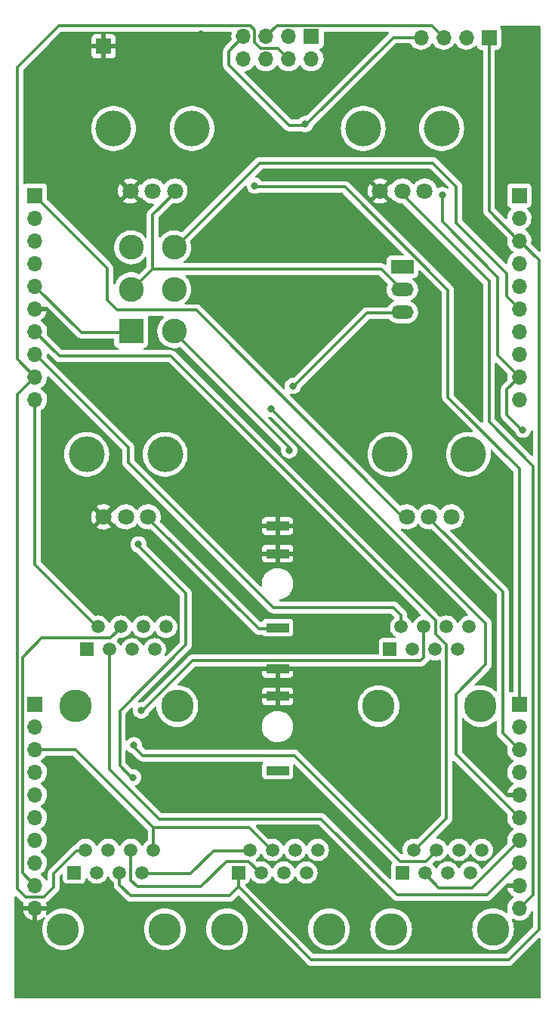
<source format=gbr>
%TF.GenerationSoftware,KiCad,Pcbnew,(6.0.11)*%
%TF.CreationDate,2023-03-01T21:17:09+00:00*%
%TF.ProjectId,Quadraphone_Controls,51756164-7261-4706-986f-6e655f436f6e,rev?*%
%TF.SameCoordinates,Original*%
%TF.FileFunction,Copper,L1,Top*%
%TF.FilePolarity,Positive*%
%FSLAX46Y46*%
G04 Gerber Fmt 4.6, Leading zero omitted, Abs format (unit mm)*
G04 Created by KiCad (PCBNEW (6.0.11)) date 2023-03-01 21:17:09*
%MOMM*%
%LPD*%
G01*
G04 APERTURE LIST*
%TA.AperFunction,ComponentPad*%
%ADD10R,1.700000X1.700000*%
%TD*%
%TA.AperFunction,ComponentPad*%
%ADD11O,1.700000X1.700000*%
%TD*%
%TA.AperFunction,WasherPad*%
%ADD12C,3.650000*%
%TD*%
%TA.AperFunction,ComponentPad*%
%ADD13R,1.500000X1.500000*%
%TD*%
%TA.AperFunction,ComponentPad*%
%ADD14C,1.500000*%
%TD*%
%TA.AperFunction,WasherPad*%
%ADD15C,4.000000*%
%TD*%
%TA.AperFunction,ComponentPad*%
%ADD16C,1.800000*%
%TD*%
%TA.AperFunction,ComponentPad*%
%ADD17R,2.500000X1.500000*%
%TD*%
%TA.AperFunction,ComponentPad*%
%ADD18O,2.500000X1.500000*%
%TD*%
%TA.AperFunction,ComponentPad*%
%ADD19C,2.775000*%
%TD*%
%TA.AperFunction,ComponentPad*%
%ADD20R,2.775000X2.775000*%
%TD*%
%TA.AperFunction,ComponentPad*%
%ADD21R,2.500000X1.000000*%
%TD*%
%TA.AperFunction,ViaPad*%
%ADD22C,0.800000*%
%TD*%
%TA.AperFunction,Conductor*%
%ADD23C,0.300000*%
%TD*%
G04 APERTURE END LIST*
D10*
%TO.P,J12,1,Pin_1*%
%TO.N,/MIX_OUT1*%
X83800000Y-45200000D03*
D11*
%TO.P,J12,2,Pin_2*%
%TO.N,/MIX_OUT2*%
X81260000Y-45200000D03*
%TO.P,J12,3,Pin_3*%
%TO.N,/MIX_OUT3*%
X78720000Y-45200000D03*
%TO.P,J12,4,Pin_4*%
%TO.N,/MIX_OUT4*%
X76180000Y-45200000D03*
%TO.P,J12,5,Pin_5*%
%TO.N,/V_PER_OCT1*%
X83800000Y-47740000D03*
%TO.P,J12,6,Pin_6*%
%TO.N,/V_PER_OCT2*%
X81260000Y-47740000D03*
%TO.P,J12,7,Pin_7*%
%TO.N,/V_PER_OCT3*%
X78720000Y-47740000D03*
%TO.P,J12,8,Pin_8*%
%TO.N,/V_PER_OCT4*%
X76180000Y-47740000D03*
%TD*%
D12*
%TO.P,J7,*%
%TO.N,*%
X102760000Y-120200000D03*
X91330000Y-120200000D03*
D13*
%TO.P,J7,1*%
%TO.N,/PWM_CV1*%
X92600000Y-113850000D03*
D14*
%TO.P,J7,2*%
%TO.N,/PWM_CV2*%
X93870000Y-111310000D03*
%TO.P,J7,3*%
%TO.N,/PWM_CV3*%
X95140000Y-113850000D03*
%TO.P,J7,4*%
%TO.N,/PWM_CV4*%
X96410000Y-111310000D03*
%TO.P,J7,5*%
%TO.N,unconnected-(J7-Pad5)*%
X97680000Y-113850000D03*
%TO.P,J7,6*%
%TO.N,unconnected-(J7-Pad6)*%
X98950000Y-111310000D03*
%TO.P,J7,7*%
%TO.N,unconnected-(J7-Pad7)*%
X100220000Y-113850000D03*
%TO.P,J7,8*%
%TO.N,unconnected-(J7-Pad8)*%
X101490000Y-111310000D03*
%TD*%
D15*
%TO.P,Fine_Tune1,*%
%TO.N,*%
X89600000Y-55500000D03*
X98400000Y-55500000D03*
D16*
%TO.P,Fine_Tune1,1,1*%
%TO.N,+5V*%
X96500000Y-62500000D03*
%TO.P,Fine_Tune1,2,2*%
%TO.N,/FINE_TUNE*%
X94000000Y-62500000D03*
%TO.P,Fine_Tune1,3,3*%
%TO.N,GND*%
X91500000Y-62500000D03*
%TD*%
D12*
%TO.P,J9,*%
%TO.N,*%
X57330000Y-120200000D03*
X68760000Y-120200000D03*
D13*
%TO.P,J9,1*%
%TO.N,/FREQ_MOD1*%
X58600000Y-113850000D03*
D14*
%TO.P,J9,2*%
%TO.N,/FREQ_MOD2*%
X59870000Y-111310000D03*
%TO.P,J9,3*%
%TO.N,/FREQ_MOD3*%
X61140000Y-113850000D03*
%TO.P,J9,4*%
%TO.N,/FREQ_MOD4*%
X62410000Y-111310000D03*
%TO.P,J9,5*%
%TO.N,unconnected-(J9-Pad5)*%
X63680000Y-113850000D03*
%TO.P,J9,6*%
%TO.N,unconnected-(J9-Pad6)*%
X64950000Y-111310000D03*
%TO.P,J9,7*%
%TO.N,unconnected-(J9-Pad7)*%
X66220000Y-113850000D03*
%TO.P,J9,8*%
%TO.N,unconnected-(J9-Pad8)*%
X67490000Y-111310000D03*
%TD*%
D15*
%TO.P,Octave_Tune1,*%
%TO.N,*%
X61600000Y-55500000D03*
X70400000Y-55500000D03*
D16*
%TO.P,Octave_Tune1,1,1*%
%TO.N,+5V*%
X68500000Y-62500000D03*
%TO.P,Octave_Tune1,2,2*%
%TO.N,/OCT_TUNE*%
X66000000Y-62500000D03*
%TO.P,Octave_Tune1,3,3*%
%TO.N,GND*%
X63500000Y-62500000D03*
%TD*%
D12*
%TO.P,J8,*%
%TO.N,*%
X92730000Y-145200000D03*
X104160000Y-145200000D03*
D13*
%TO.P,J8,1*%
%TO.N,/SYNCH_SIGNAL1*%
X94000000Y-138850000D03*
D14*
%TO.P,J8,2*%
%TO.N,/SYNCH_SIGNAL2*%
X95270000Y-136310000D03*
%TO.P,J8,3*%
%TO.N,/SYNCH_SIGNAL3*%
X96540000Y-138850000D03*
%TO.P,J8,4*%
%TO.N,/SYNCH_SIGNAL4*%
X97810000Y-136310000D03*
%TO.P,J8,5*%
%TO.N,unconnected-(J8-Pad5)*%
X99080000Y-138850000D03*
%TO.P,J8,6*%
%TO.N,unconnected-(J8-Pad6)*%
X100350000Y-136310000D03*
%TO.P,J8,7*%
%TO.N,unconnected-(J8-Pad7)*%
X101620000Y-138850000D03*
%TO.P,J8,8*%
%TO.N,unconnected-(J8-Pad8)*%
X102890000Y-136310000D03*
%TD*%
D17*
%TO.P,SW1,1,A*%
%TO.N,/HARD_SYNCH_SW*%
X94000000Y-71000000D03*
D18*
%TO.P,SW1,2,B*%
%TO.N,+5V*%
X94000000Y-73540000D03*
%TO.P,SW1,3,C*%
%TO.N,/SOFT_SYNCH_SW*%
X94000000Y-76080000D03*
%TD*%
D15*
%TO.P,Vibrato_Depth1,*%
%TO.N,*%
X58600000Y-92000000D03*
X67400000Y-92000000D03*
D16*
%TO.P,Vibrato_Depth1,1,1*%
%TO.N,/LFO_IN*%
X65500000Y-99000000D03*
%TO.P,Vibrato_Depth1,2,2*%
%TO.N,/LIN_FREQ_IN*%
X63000000Y-99000000D03*
%TO.P,Vibrato_Depth1,3,3*%
%TO.N,GND*%
X60500000Y-99000000D03*
%TD*%
D12*
%TO.P,J10,*%
%TO.N,*%
X67360000Y-145200000D03*
X55930000Y-145200000D03*
D13*
%TO.P,J10,1*%
%TO.N,/V_PER_OCT1*%
X57200000Y-138850000D03*
D14*
%TO.P,J10,2*%
%TO.N,/V_PER_OCT2*%
X58470000Y-136310000D03*
%TO.P,J10,3*%
%TO.N,/V_PER_OCT3*%
X59740000Y-138850000D03*
%TO.P,J10,4*%
%TO.N,/V_PER_OCT4*%
X61010000Y-136310000D03*
%TO.P,J10,5*%
%TO.N,/MIX_OUT1*%
X62280000Y-138850000D03*
%TO.P,J10,6*%
%TO.N,/MIX_OUT2*%
X63550000Y-136310000D03*
%TO.P,J10,7*%
%TO.N,/MIX_OUT3*%
X64820000Y-138850000D03*
%TO.P,J10,8*%
%TO.N,/MIX_OUT4*%
X66090000Y-136310000D03*
%TD*%
D19*
%TO.P,SW2,6,Out3*%
%TO.N,/SAW_SW*%
X68415000Y-68800000D03*
%TO.P,SW2,5,Pin5*%
%TO.N,Net-(SW2-Pad3)*%
X68415000Y-73500000D03*
%TO.P,SW2,4,Out2*%
%TO.N,/TRIANGLE_SW*%
X68415000Y-78200000D03*
%TO.P,SW2,3,Pin3*%
%TO.N,Net-(SW2-Pad3)*%
X63585000Y-68800000D03*
%TO.P,SW2,2,In*%
%TO.N,+5V*%
X63585000Y-73500000D03*
D20*
%TO.P,SW2,1,Out1*%
%TO.N,/PULSE_SW*%
X63585000Y-78200000D03*
%TD*%
D12*
%TO.P,J11,*%
%TO.N,*%
X85760000Y-145200000D03*
X74330000Y-145200000D03*
D13*
%TO.P,J11,1*%
%TO.N,/MIX_OUT1*%
X75600000Y-138850000D03*
D14*
%TO.P,J11,2*%
%TO.N,/MIX_OUT3*%
X76870000Y-136310000D03*
%TO.P,J11,3*%
%TO.N,/MIX_OUT2*%
X78140000Y-138850000D03*
%TO.P,J11,4*%
%TO.N,/MIX_OUT4*%
X79410000Y-136310000D03*
%TO.P,J11,5*%
%TO.N,unconnected-(J11-Pad5)*%
X80680000Y-138850000D03*
%TO.P,J11,6*%
%TO.N,unconnected-(J11-Pad6)*%
X81950000Y-136310000D03*
%TO.P,J11,7*%
%TO.N,unconnected-(J11-Pad7)*%
X83220000Y-138850000D03*
%TO.P,J11,8*%
%TO.N,unconnected-(J11-Pad8)*%
X84490000Y-136310000D03*
%TD*%
D21*
%TO.P,J6,1*%
%TO.N,GND*%
X80000000Y-100020000D03*
%TO.P,J6,2*%
X80000000Y-103120000D03*
%TO.P,J6,3*%
%TO.N,/LFO_IN*%
X80000000Y-111420000D03*
%TD*%
D15*
%TO.P,PWM_Pot1,*%
%TO.N,*%
X101400000Y-92000000D03*
X92600000Y-92000000D03*
D16*
%TO.P,PWM_Pot1,1,1*%
%TO.N,-12V*%
X99500000Y-99000000D03*
%TO.P,PWM_Pot1,2,2*%
%TO.N,/PWM_POT*%
X97000000Y-99000000D03*
%TO.P,PWM_Pot1,3,3*%
%TO.N,+12V*%
X94500000Y-99000000D03*
%TD*%
D21*
%TO.P,J5,1*%
%TO.N,GND*%
X80000000Y-116020000D03*
%TO.P,J5,2*%
X80000000Y-119120000D03*
%TO.P,J5,3*%
%TO.N,/PWM_CV*%
X80000000Y-127420000D03*
%TD*%
D11*
%TO.P,J13,4,Pin_4*%
%TO.N,/MIX_OUT4*%
X96080000Y-45300000D03*
%TO.P,J13,3,Pin_3*%
%TO.N,/MIX_OUT3*%
X98620000Y-45300000D03*
%TO.P,J13,2,Pin_2*%
%TO.N,/MIX_OUT2*%
X101160000Y-45300000D03*
D10*
%TO.P,J13,1,Pin_1*%
%TO.N,/MIX_OUT1*%
X103700000Y-45300000D03*
%TD*%
%TO.P,J3,1,Pin_1*%
%TO.N,/MIX_OUT3*%
X107100000Y-120000000D03*
D11*
%TO.P,J3,2,Pin_2*%
%TO.N,/PWM_CV*%
X107100000Y-122540000D03*
%TO.P,J3,3,Pin_3*%
%TO.N,/PWM_POT*%
X107100000Y-125080000D03*
%TO.P,J3,4,Pin_4*%
%TO.N,/PWM_CV3*%
X107100000Y-127620000D03*
%TO.P,J3,5,Pin_5*%
%TO.N,GND*%
X107100000Y-130160000D03*
%TO.P,J3,6,Pin_6*%
%TO.N,/V_PER_OCT3*%
X107100000Y-132700000D03*
%TO.P,J3,7,Pin_7*%
%TO.N,/SYNCH_SIGNAL3*%
X107100000Y-135240000D03*
%TO.P,J3,8,Pin_8*%
%TO.N,/FREQ_MOD3*%
X107100000Y-137780000D03*
%TO.P,J3,9,Pin_9*%
%TO.N,GND*%
X107100000Y-140320000D03*
%TO.P,J3,10,Pin_10*%
%TO.N,/FINE_TUNE*%
X107100000Y-142860000D03*
%TD*%
D10*
%TO.P,J14,1,Pin_1*%
%TO.N,GND*%
X60500000Y-46300000D03*
%TD*%
%TO.P,J4,1,Pin_1*%
%TO.N,/LIN_FREQ_IN*%
X52800000Y-120000000D03*
D11*
%TO.P,J4,2,Pin_2*%
%TO.N,/SOFT_SYNCH_SW*%
X52800000Y-122540000D03*
%TO.P,J4,3,Pin_3*%
%TO.N,/MIX_OUT4*%
X52800000Y-125080000D03*
%TO.P,J4,4,Pin_4*%
%TO.N,/TRIANGLE_SW*%
X52800000Y-127620000D03*
%TO.P,J4,5,Pin_5*%
%TO.N,/SYNCH_SIGNAL4*%
X52800000Y-130160000D03*
%TO.P,J4,6,Pin_6*%
%TO.N,/PWM_CV4*%
X52800000Y-132700000D03*
%TO.P,J4,7,Pin_7*%
%TO.N,/V_PER_OCT4*%
X52800000Y-135240000D03*
%TO.P,J4,8,Pin_8*%
%TO.N,/OCT_TUNE*%
X52800000Y-137780000D03*
%TO.P,J4,9,Pin_9*%
%TO.N,/FREQ_MOD4*%
X52800000Y-140320000D03*
%TO.P,J4,10,Pin_10*%
%TO.N,GND*%
X52800000Y-142860000D03*
%TD*%
D10*
%TO.P,J1,1,Pin_1*%
%TO.N,-5V*%
X107100000Y-63000000D03*
D11*
%TO.P,J1,2,Pin_2*%
%TO.N,-12V*%
X107100000Y-65540000D03*
%TO.P,J1,3,Pin_3*%
%TO.N,/MIX_OUT1*%
X107100000Y-68080000D03*
%TO.P,J1,4,Pin_4*%
%TO.N,/HARD_SYNCH_SW*%
X107100000Y-70620000D03*
%TO.P,J1,5,Pin_5*%
%TO.N,GND*%
X107100000Y-73160000D03*
%TO.P,J1,6,Pin_6*%
%TO.N,/SAW_SW*%
X107100000Y-75700000D03*
%TO.P,J1,7,Pin_7*%
%TO.N,/SYNCH_SIGNAL1*%
X107100000Y-78240000D03*
%TO.P,J1,8,Pin_8*%
%TO.N,/PWM_CV1*%
X107100000Y-80780000D03*
%TO.P,J1,9,Pin_9*%
%TO.N,/V_PER_OCT1*%
X107100000Y-83320000D03*
%TO.P,J1,10,Pin_10*%
%TO.N,/FREQ_MOD1*%
X107100000Y-85860000D03*
%TD*%
D10*
%TO.P,J2,1,Pin_1*%
%TO.N,+12V*%
X52800000Y-63000000D03*
D11*
%TO.P,J2,2,Pin_2*%
%TO.N,+5V*%
X52800000Y-65540000D03*
%TO.P,J2,3,Pin_3*%
%TO.N,+2V5*%
X52800000Y-68080000D03*
%TO.P,J2,4,Pin_4*%
%TO.N,/MIX_OUT2*%
X52800000Y-70620000D03*
%TO.P,J2,5,Pin_5*%
%TO.N,/PULSE_SW*%
X52800000Y-73160000D03*
%TO.P,J2,6,Pin_6*%
%TO.N,GND*%
X52800000Y-75700000D03*
%TO.P,J2,7,Pin_7*%
%TO.N,/SYNCH_SIGNAL2*%
X52800000Y-78240000D03*
%TO.P,J2,8,Pin_8*%
%TO.N,/PWM_CV2*%
X52800000Y-80780000D03*
%TO.P,J2,9,Pin_9*%
%TO.N,/V_PER_OCT2*%
X52800000Y-83320000D03*
%TO.P,J2,10,Pin_10*%
%TO.N,/FREQ_MOD2*%
X52800000Y-85860000D03*
%TD*%
D22*
%TO.N,GND*%
X55800000Y-128650000D03*
%TO.N,/TRIANGLE_SW*%
X81300000Y-91550000D03*
%TO.N,/V_PER_OCT1*%
X107500000Y-89250000D03*
%TO.N,/PWM_CV4*%
X64700000Y-120700000D03*
%TO.N,/MIX_OUT4*%
X83100000Y-55000000D03*
%TO.N,/MIX_OUT3*%
X77449999Y-61904499D03*
%TO.N,/SYNCH_SIGNAL4*%
X63900000Y-124600000D03*
%TO.N,/V_PER_OCT4*%
X63800000Y-128200000D03*
X64400000Y-102100000D03*
%TO.N,/V_PER_OCT3*%
X79300000Y-86900000D03*
%TO.N,/V_PER_OCT1*%
X98450000Y-62950000D03*
%TO.N,GND*%
X101800000Y-76400000D03*
X95600000Y-117500000D03*
X88550000Y-47800000D03*
X104900000Y-83050000D03*
X89400000Y-66800000D03*
X107900000Y-44950000D03*
X76200000Y-57500000D03*
X61600000Y-145100000D03*
X71950000Y-88100000D03*
X81750000Y-52750000D03*
X87500000Y-88100000D03*
X101200000Y-58500000D03*
X100200000Y-95700000D03*
X73700000Y-123400000D03*
X86700000Y-110900000D03*
X104200000Y-102500000D03*
X61200000Y-132750000D03*
X91500000Y-130800000D03*
X66350000Y-128350000D03*
X90700000Y-113600000D03*
X87550000Y-137950000D03*
X84400000Y-131100000D03*
X56200000Y-60800000D03*
X83200000Y-142300000D03*
X70800000Y-130900000D03*
X101050000Y-129700000D03*
X83100000Y-92650000D03*
X74800000Y-74500000D03*
X57000000Y-104500000D03*
X106750000Y-58450000D03*
X93200000Y-125900000D03*
X85600000Y-55800000D03*
X104750000Y-128400000D03*
X71400000Y-44900000D03*
X71000000Y-62500000D03*
X90000000Y-106800000D03*
X78000000Y-145000000D03*
X103075500Y-66543192D03*
X97400000Y-124400000D03*
X98650000Y-145200000D03*
X64750000Y-134500000D03*
X101200000Y-105300000D03*
%TO.N,/SOFT_SYNCH_SW*%
X81725500Y-84325000D03*
%TD*%
D23*
%TO.N,/FREQ_MOD2*%
X52800000Y-104350000D02*
X52800000Y-85860000D01*
X59870000Y-111420000D02*
X52800000Y-104350000D01*
%TO.N,/FREQ_MOD4*%
X51400000Y-138920000D02*
X52800000Y-140320000D01*
X51400000Y-114750000D02*
X51400000Y-138920000D01*
X53550000Y-112600000D02*
X51400000Y-114750000D01*
X61270000Y-112600000D02*
X53550000Y-112600000D01*
X62410000Y-111460000D02*
X61270000Y-112600000D01*
%TO.N,/SYNCH_SIGNAL4*%
X93750000Y-137600000D02*
X81900000Y-125750000D01*
X64900000Y-125750000D02*
X63900000Y-124750000D01*
X96670000Y-137600000D02*
X93750000Y-137600000D01*
X81900000Y-125750000D02*
X64900000Y-125750000D01*
X97810000Y-136460000D02*
X96670000Y-137600000D01*
%TO.N,/MIX_OUT2*%
X76740000Y-137600000D02*
X78140000Y-139000000D01*
X71400000Y-140450000D02*
X74250000Y-137600000D01*
X74250000Y-137600000D02*
X76740000Y-137600000D01*
X64300000Y-140450000D02*
X71400000Y-140450000D01*
X63550000Y-139700000D02*
X64300000Y-140450000D01*
X63550000Y-136460000D02*
X63550000Y-139700000D01*
%TO.N,/V_PER_OCT2*%
X77450000Y-44450000D02*
X77450000Y-45850000D01*
X77000000Y-44000000D02*
X77450000Y-44450000D01*
X50800000Y-48650000D02*
X55450000Y-44000000D01*
X55450000Y-44000000D02*
X77000000Y-44000000D01*
X50800000Y-81320000D02*
X50800000Y-48650000D01*
X52800000Y-83320000D02*
X50800000Y-81320000D01*
X77450000Y-45850000D02*
X78100000Y-46500000D01*
X80020000Y-46500000D02*
X81260000Y-47740000D01*
X78100000Y-46500000D02*
X80020000Y-46500000D01*
%TO.N,/V_PER_OCT3*%
X103350000Y-115550000D02*
X103350000Y-110950000D01*
X100000000Y-118900000D02*
X103350000Y-115550000D01*
X100000000Y-125600000D02*
X100000000Y-118900000D01*
X103350000Y-110950000D02*
X79300000Y-86900000D01*
X107100000Y-132700000D02*
X100000000Y-125600000D01*
%TO.N,/MIX_OUT3*%
X99100000Y-73587250D02*
X87567249Y-62054499D01*
X99100000Y-85600000D02*
X99100000Y-73587250D01*
X107100000Y-120000000D02*
X107100000Y-93600000D01*
X107100000Y-93600000D02*
X99100000Y-85600000D01*
X87567249Y-62054499D02*
X77449999Y-62054499D01*
%TO.N,/PWM_CV4*%
X70450000Y-115100000D02*
X64700000Y-120850000D01*
X96410000Y-114740000D02*
X96050000Y-115100000D01*
X96410000Y-111460000D02*
X96410000Y-114740000D01*
X96050000Y-115100000D02*
X70450000Y-115100000D01*
%TO.N,/MIX_OUT4*%
X74550000Y-46830000D02*
X76180000Y-45200000D01*
X81300000Y-55150000D02*
X74550000Y-48400000D01*
X83100000Y-55150000D02*
X81300000Y-55150000D01*
X92950000Y-45300000D02*
X83100000Y-55150000D01*
X74550000Y-48400000D02*
X74550000Y-46830000D01*
X96080000Y-45300000D02*
X92950000Y-45300000D01*
%TO.N,/MIX_OUT3*%
X97320000Y-44000000D02*
X79920000Y-44000000D01*
X79920000Y-44000000D02*
X78720000Y-45200000D01*
X98620000Y-45300000D02*
X97320000Y-44000000D01*
%TO.N,/V_PER_OCT1*%
X105700000Y-84720000D02*
X107100000Y-83320000D01*
X105700000Y-87600000D02*
X105700000Y-84720000D01*
X107500000Y-89400000D02*
X105700000Y-87600000D01*
%TO.N,/TRIANGLE_SW*%
X81300000Y-91235000D02*
X68415000Y-78350000D01*
X81300000Y-91700000D02*
X81300000Y-91235000D01*
%TO.N,/PWM_CV2*%
X93870000Y-110020000D02*
X93000000Y-109150000D01*
X93000000Y-109150000D02*
X79500000Y-109150000D01*
X79500000Y-109150000D02*
X63250000Y-92900000D01*
X52830000Y-80780000D02*
X52800000Y-80780000D01*
X63250000Y-91200000D02*
X52830000Y-80780000D01*
X63250000Y-92900000D02*
X63250000Y-91200000D01*
X93870000Y-111460000D02*
X93870000Y-110020000D01*
%TO.N,/MIX_OUT4*%
X52820000Y-125100000D02*
X52800000Y-125080000D01*
X66100000Y-133850000D02*
X57350000Y-125100000D01*
X66100000Y-133850000D02*
X76800000Y-133850000D01*
X66100000Y-133850000D02*
X66100000Y-136450000D01*
X57350000Y-125100000D02*
X52820000Y-125100000D01*
X76800000Y-133850000D02*
X79410000Y-136460000D01*
%TO.N,/MIX_OUT3*%
X76860000Y-136450000D02*
X72800000Y-136450000D01*
X70250000Y-139000000D02*
X64820000Y-139000000D01*
X72800000Y-136450000D02*
X70250000Y-139000000D01*
%TO.N,/MIX_OUT1*%
X62280000Y-139000000D02*
X62280000Y-140230000D01*
X109300000Y-145250000D02*
X109300000Y-70250000D01*
X107080000Y-68080000D02*
X103700000Y-64700000D01*
X103700000Y-64700000D02*
X103700000Y-44650000D01*
X107100000Y-68080000D02*
X107080000Y-68080000D01*
X62280000Y-140230000D02*
X63500000Y-141450000D01*
X75600000Y-140450000D02*
X83800000Y-148650000D01*
X74600000Y-141450000D02*
X75600000Y-140450000D01*
X109300000Y-70250000D02*
X107130000Y-68080000D01*
X63500000Y-141450000D02*
X74600000Y-141450000D01*
X75600000Y-140450000D02*
X75600000Y-139000000D01*
X83800000Y-148650000D02*
X105900000Y-148650000D01*
X105900000Y-148650000D02*
X109300000Y-145250000D01*
X107130000Y-68080000D02*
X107100000Y-68080000D01*
%TO.N,/SYNCH_SIGNAL3*%
X98090000Y-140550000D02*
X101800000Y-140550000D01*
X107100000Y-135250000D02*
X107100000Y-135240000D01*
X96540000Y-139000000D02*
X98090000Y-140550000D01*
X101800000Y-140550000D02*
X107100000Y-135250000D01*
%TO.N,/SYNCH_SIGNAL2*%
X95270000Y-136460000D02*
X98950000Y-132780000D01*
X52800000Y-78250000D02*
X52800000Y-78240000D01*
X98950000Y-113350000D02*
X97700000Y-112100000D01*
X98950000Y-132780000D02*
X98950000Y-113350000D01*
X68050000Y-81000000D02*
X55550000Y-81000000D01*
X97700000Y-110650000D02*
X68050000Y-81000000D01*
X97700000Y-112100000D02*
X97700000Y-110650000D01*
X55550000Y-81000000D02*
X52800000Y-78250000D01*
%TO.N,/FREQ_MOD3*%
X66700000Y-132850000D02*
X61140000Y-127290000D01*
X107100000Y-137780000D02*
X107070000Y-137780000D01*
X84900000Y-132850000D02*
X66700000Y-132850000D01*
X93400000Y-141350000D02*
X84900000Y-132850000D01*
X107070000Y-137780000D02*
X103500000Y-141350000D01*
X61140000Y-127290000D02*
X61140000Y-114000000D01*
X103500000Y-141350000D02*
X93400000Y-141350000D01*
%TO.N,/V_PER_OCT4*%
X64400000Y-102250000D02*
X69700000Y-107550000D01*
X62300000Y-120750000D02*
X62300000Y-126850000D01*
X69700000Y-113350000D02*
X62300000Y-120750000D01*
X62300000Y-126850000D02*
X63800000Y-128350000D01*
X69700000Y-107550000D02*
X69700000Y-113350000D01*
%TO.N,/V_PER_OCT2*%
X50800000Y-85320000D02*
X50800000Y-140650000D01*
X53800000Y-141600000D02*
X54900000Y-140500000D01*
X52800000Y-83320000D02*
X50800000Y-85320000D01*
X54900000Y-140500000D02*
X54900000Y-138969340D01*
X50800000Y-140650000D02*
X51750000Y-141600000D01*
X54900000Y-138969340D02*
X57409340Y-136460000D01*
X57409340Y-136460000D02*
X58470000Y-136460000D01*
X51750000Y-141600000D02*
X53800000Y-141600000D01*
%TO.N,/V_PER_OCT1*%
X104700000Y-80920000D02*
X104700000Y-72200000D01*
X98450000Y-65950000D02*
X98450000Y-63100000D01*
X107100000Y-83320000D02*
X104700000Y-80920000D01*
X104700000Y-72200000D02*
X98450000Y-65950000D01*
%TO.N,/SAW_SW*%
X68415000Y-68935000D02*
X78000000Y-59350000D01*
X105700000Y-74300000D02*
X107100000Y-75700000D01*
X105700000Y-71750000D02*
X105700000Y-74300000D01*
X78000000Y-59350000D02*
X97400000Y-59350000D01*
X100050000Y-66100000D02*
X105700000Y-71750000D01*
X97400000Y-59350000D02*
X100050000Y-62000000D01*
X100050000Y-62000000D02*
X100050000Y-66100000D01*
%TO.N,+12V*%
X52800000Y-63050000D02*
X52800000Y-63000000D01*
X60900000Y-74750000D02*
X60900000Y-71150000D01*
X94500000Y-99150000D02*
X94200000Y-99150000D01*
X60900000Y-71150000D02*
X52800000Y-63050000D01*
X70900000Y-75850000D02*
X62000000Y-75850000D01*
X94200000Y-99150000D02*
X70900000Y-75850000D01*
X62000000Y-75850000D02*
X60900000Y-74750000D01*
%TO.N,+5V*%
X65985000Y-71250000D02*
X91606100Y-71250000D01*
X66000000Y-71235000D02*
X63585000Y-73650000D01*
X66000000Y-65150000D02*
X66000000Y-71235000D01*
X63585000Y-73650000D02*
X65985000Y-71250000D01*
X91606100Y-71250000D02*
X94000000Y-73643900D01*
X68500000Y-62650000D02*
X66000000Y-65150000D01*
%TO.N,/PULSE_SW*%
X63585000Y-78350000D02*
X58000000Y-78350000D01*
X58000000Y-78350000D02*
X52810000Y-73160000D01*
X52810000Y-73160000D02*
X52800000Y-73160000D01*
%TO.N,/PWM_POT*%
X105249502Y-123229502D02*
X107100000Y-125080000D01*
X105249502Y-107399502D02*
X105249502Y-123229502D01*
X97000000Y-99150000D02*
X105249502Y-107399502D01*
%TO.N,/SOFT_SYNCH_SW*%
X90016600Y-76183900D02*
X81725500Y-84475000D01*
X94000000Y-76183900D02*
X90016600Y-76183900D01*
%TO.N,/FINE_TUNE*%
X108650000Y-93300000D02*
X108650000Y-141310000D01*
X94000000Y-62650000D02*
X94000000Y-62900000D01*
X94000000Y-62900000D02*
X103700000Y-72600000D01*
X103700000Y-88350000D02*
X108650000Y-93300000D01*
X108650000Y-141310000D02*
X107100000Y-142860000D01*
X103700000Y-72600000D02*
X103700000Y-88350000D01*
%TO.N,/LFO_IN*%
X80000000Y-111570000D02*
X77920000Y-111570000D01*
X77920000Y-111570000D02*
X65500000Y-99150000D01*
%TD*%
%TA.AperFunction,Conductor*%
%TO.N,GND*%
G36*
X55859532Y-139045234D02*
G01*
X55916368Y-139087781D01*
X55941179Y-139154301D01*
X55941500Y-139163290D01*
X55941500Y-139648134D01*
X55948255Y-139710316D01*
X55999385Y-139846705D01*
X56086739Y-139963261D01*
X56203295Y-140050615D01*
X56339684Y-140101745D01*
X56401866Y-140108500D01*
X57998134Y-140108500D01*
X58060316Y-140101745D01*
X58196705Y-140050615D01*
X58313261Y-139963261D01*
X58400615Y-139846705D01*
X58451745Y-139710316D01*
X58458500Y-139648134D01*
X58458500Y-139613576D01*
X58478502Y-139545455D01*
X58532158Y-139498962D01*
X58602432Y-139488858D01*
X58667012Y-139518352D01*
X58687712Y-139541304D01*
X58708271Y-139570665D01*
X58768863Y-139657199D01*
X58772251Y-139662038D01*
X58927962Y-139817749D01*
X59108346Y-139944056D01*
X59307924Y-140037120D01*
X59520629Y-140094115D01*
X59740000Y-140113307D01*
X59959371Y-140094115D01*
X60172076Y-140037120D01*
X60371654Y-139944056D01*
X60552038Y-139817749D01*
X60707749Y-139662038D01*
X60711138Y-139657199D01*
X60830899Y-139486162D01*
X60830900Y-139486160D01*
X60834056Y-139481653D01*
X60836379Y-139476671D01*
X60836382Y-139476666D01*
X60895805Y-139349231D01*
X60942722Y-139295946D01*
X61010999Y-139276485D01*
X61078959Y-139297027D01*
X61124195Y-139349231D01*
X61183618Y-139476666D01*
X61183621Y-139476671D01*
X61185944Y-139481653D01*
X61189100Y-139486160D01*
X61189101Y-139486162D01*
X61308863Y-139657199D01*
X61312251Y-139662038D01*
X61467962Y-139817749D01*
X61567772Y-139887637D01*
X61612099Y-139943093D01*
X61621500Y-139990849D01*
X61621500Y-140147944D01*
X61620941Y-140159800D01*
X61619212Y-140167537D01*
X61619461Y-140175459D01*
X61621438Y-140238369D01*
X61621500Y-140242327D01*
X61621500Y-140271432D01*
X61622056Y-140275832D01*
X61622988Y-140287664D01*
X61624438Y-140333831D01*
X61626650Y-140341444D01*
X61626650Y-140341445D01*
X61630419Y-140354416D01*
X61634430Y-140373782D01*
X61637118Y-140395064D01*
X61640034Y-140402429D01*
X61640035Y-140402433D01*
X61654126Y-140438021D01*
X61657965Y-140449231D01*
X61670855Y-140493600D01*
X61681775Y-140512065D01*
X61690466Y-140529805D01*
X61698365Y-140549756D01*
X61722655Y-140583188D01*
X61725516Y-140587126D01*
X61732033Y-140597048D01*
X61751507Y-140629977D01*
X61751510Y-140629981D01*
X61755547Y-140636807D01*
X61770711Y-140651971D01*
X61783551Y-140667004D01*
X61796159Y-140684357D01*
X61831752Y-140713802D01*
X61840532Y-140721792D01*
X62976345Y-141857605D01*
X62984335Y-141866385D01*
X62988584Y-141873080D01*
X62994362Y-141878506D01*
X62994363Y-141878507D01*
X63040257Y-141921604D01*
X63043099Y-141924359D01*
X63063667Y-141944927D01*
X63067170Y-141947644D01*
X63076195Y-141955352D01*
X63109867Y-141986972D01*
X63116818Y-141990793D01*
X63116819Y-141990794D01*
X63128658Y-141997303D01*
X63145182Y-142008157D01*
X63155271Y-142015982D01*
X63162132Y-142021304D01*
X63169404Y-142024451D01*
X63169406Y-142024452D01*
X63204535Y-142039654D01*
X63215195Y-142044876D01*
X63245168Y-142061354D01*
X63255663Y-142067124D01*
X63276441Y-142072459D01*
X63295131Y-142078858D01*
X63314824Y-142087380D01*
X63349563Y-142092882D01*
X63360448Y-142094606D01*
X63372071Y-142097013D01*
X63392567Y-142102275D01*
X63416812Y-142108500D01*
X63438259Y-142108500D01*
X63457969Y-142110051D01*
X63479152Y-142113406D01*
X63525141Y-142109059D01*
X63536996Y-142108500D01*
X74517944Y-142108500D01*
X74529800Y-142109059D01*
X74529803Y-142109059D01*
X74537537Y-142110788D01*
X74608369Y-142108562D01*
X74612327Y-142108500D01*
X74641432Y-142108500D01*
X74645832Y-142107944D01*
X74657664Y-142107012D01*
X74703831Y-142105562D01*
X74724421Y-142099580D01*
X74743782Y-142095570D01*
X74751416Y-142094606D01*
X74757204Y-142093875D01*
X74757205Y-142093875D01*
X74765064Y-142092882D01*
X74772429Y-142089966D01*
X74772433Y-142089965D01*
X74808021Y-142075874D01*
X74819231Y-142072035D01*
X74863600Y-142059145D01*
X74882065Y-142048225D01*
X74899805Y-142039534D01*
X74919756Y-142031635D01*
X74957129Y-142004482D01*
X74967048Y-141997967D01*
X74999977Y-141978493D01*
X74999981Y-141978490D01*
X75006807Y-141974453D01*
X75021971Y-141959289D01*
X75037005Y-141946448D01*
X75054357Y-141933841D01*
X75083803Y-141898247D01*
X75091792Y-141889468D01*
X75510905Y-141470355D01*
X75573217Y-141436329D01*
X75644032Y-141441394D01*
X75689095Y-141470355D01*
X83276345Y-149057605D01*
X83284335Y-149066385D01*
X83288584Y-149073080D01*
X83294362Y-149078506D01*
X83294363Y-149078507D01*
X83340257Y-149121604D01*
X83343099Y-149124359D01*
X83363667Y-149144927D01*
X83367170Y-149147644D01*
X83376195Y-149155352D01*
X83409867Y-149186972D01*
X83416818Y-149190793D01*
X83416819Y-149190794D01*
X83428658Y-149197303D01*
X83445182Y-149208157D01*
X83455865Y-149216443D01*
X83462132Y-149221304D01*
X83486006Y-149231635D01*
X83504536Y-149239654D01*
X83515181Y-149244869D01*
X83555663Y-149267124D01*
X83563337Y-149269094D01*
X83563344Y-149269097D01*
X83576426Y-149272455D01*
X83595134Y-149278860D01*
X83614823Y-149287380D01*
X83622649Y-149288619D01*
X83622651Y-149288620D01*
X83647159Y-149292501D01*
X83660459Y-149294608D01*
X83672070Y-149297012D01*
X83703107Y-149304981D01*
X83709135Y-149306529D01*
X83709136Y-149306529D01*
X83716812Y-149308500D01*
X83738258Y-149308500D01*
X83757968Y-149310051D01*
X83771322Y-149312166D01*
X83771323Y-149312166D01*
X83779152Y-149313406D01*
X83825141Y-149309059D01*
X83836996Y-149308500D01*
X105817944Y-149308500D01*
X105829800Y-149309059D01*
X105829803Y-149309059D01*
X105837537Y-149310788D01*
X105908369Y-149308562D01*
X105912327Y-149308500D01*
X105941432Y-149308500D01*
X105945832Y-149307944D01*
X105957664Y-149307012D01*
X106003831Y-149305562D01*
X106024421Y-149299580D01*
X106043782Y-149295570D01*
X106051408Y-149294607D01*
X106057204Y-149293875D01*
X106057205Y-149293875D01*
X106065064Y-149292882D01*
X106072429Y-149289966D01*
X106072433Y-149289965D01*
X106108021Y-149275874D01*
X106119231Y-149272035D01*
X106163600Y-149259145D01*
X106182065Y-149248225D01*
X106199805Y-149239534D01*
X106219756Y-149231635D01*
X106257129Y-149204482D01*
X106267048Y-149197967D01*
X106299977Y-149178493D01*
X106299981Y-149178490D01*
X106306807Y-149174453D01*
X106321971Y-149159289D01*
X106337005Y-149146448D01*
X106354357Y-149133841D01*
X106383803Y-149098247D01*
X106391792Y-149089468D01*
X109276405Y-146204855D01*
X109338717Y-146170829D01*
X109409532Y-146175894D01*
X109466368Y-146218441D01*
X109491179Y-146284961D01*
X109491500Y-146293950D01*
X109491500Y-152815500D01*
X109471498Y-152883621D01*
X109417842Y-152930114D01*
X109365500Y-152941500D01*
X50634500Y-152941500D01*
X50566379Y-152921498D01*
X50519886Y-152867842D01*
X50508500Y-152815500D01*
X50508500Y-143127966D01*
X51468257Y-143127966D01*
X51498565Y-143262446D01*
X51501645Y-143272275D01*
X51581770Y-143469603D01*
X51586413Y-143478794D01*
X51697694Y-143660388D01*
X51703777Y-143668699D01*
X51843213Y-143829667D01*
X51850580Y-143836883D01*
X52014434Y-143972916D01*
X52022881Y-143978831D01*
X52206756Y-144086279D01*
X52216042Y-144090729D01*
X52415001Y-144166703D01*
X52424899Y-144169579D01*
X52528250Y-144190606D01*
X52542299Y-144189410D01*
X52546000Y-144179065D01*
X52546000Y-144178517D01*
X53054000Y-144178517D01*
X53058064Y-144192359D01*
X53071478Y-144194393D01*
X53078184Y-144193534D01*
X53088262Y-144191392D01*
X53292255Y-144130191D01*
X53301842Y-144126433D01*
X53493095Y-144032739D01*
X53501945Y-144027464D01*
X53675328Y-143903792D01*
X53683193Y-143897144D01*
X53715385Y-143865065D01*
X53777757Y-143831149D01*
X53848564Y-143836337D01*
X53905325Y-143878983D01*
X53930019Y-143945547D01*
X53914807Y-144014894D01*
X53909091Y-144024316D01*
X53904794Y-144030747D01*
X53880103Y-144080816D01*
X53771327Y-144301388D01*
X53771324Y-144301396D01*
X53769501Y-144305092D01*
X53671176Y-144594750D01*
X53611499Y-144894764D01*
X53591493Y-145200000D01*
X53611499Y-145505236D01*
X53671176Y-145805250D01*
X53769501Y-146094908D01*
X53771324Y-146098604D01*
X53771327Y-146098612D01*
X53806941Y-146170829D01*
X53904794Y-146369253D01*
X54074738Y-146623593D01*
X54077452Y-146626687D01*
X54077456Y-146626693D01*
X54273717Y-146850485D01*
X54276426Y-146853574D01*
X54279515Y-146856283D01*
X54503307Y-147052544D01*
X54503313Y-147052548D01*
X54506407Y-147055262D01*
X54509833Y-147057551D01*
X54509838Y-147057555D01*
X54757311Y-147222911D01*
X54760746Y-147225206D01*
X54764449Y-147227032D01*
X55031388Y-147358673D01*
X55031396Y-147358676D01*
X55035092Y-147360499D01*
X55039006Y-147361828D01*
X55039007Y-147361828D01*
X55320837Y-147457496D01*
X55320841Y-147457497D01*
X55324750Y-147458824D01*
X55328794Y-147459628D01*
X55328800Y-147459630D01*
X55620725Y-147517698D01*
X55620731Y-147517699D01*
X55624764Y-147518501D01*
X55628869Y-147518770D01*
X55628876Y-147518771D01*
X55925881Y-147538237D01*
X55930000Y-147538507D01*
X55934119Y-147538237D01*
X56231124Y-147518771D01*
X56231131Y-147518770D01*
X56235236Y-147518501D01*
X56239269Y-147517699D01*
X56239275Y-147517698D01*
X56531200Y-147459630D01*
X56531206Y-147459628D01*
X56535250Y-147458824D01*
X56539159Y-147457497D01*
X56539163Y-147457496D01*
X56820993Y-147361828D01*
X56820994Y-147361828D01*
X56824908Y-147360499D01*
X56828604Y-147358676D01*
X56828612Y-147358673D01*
X57095551Y-147227032D01*
X57099254Y-147225206D01*
X57102689Y-147222911D01*
X57350162Y-147057555D01*
X57350167Y-147057551D01*
X57353593Y-147055262D01*
X57356687Y-147052548D01*
X57356693Y-147052544D01*
X57580485Y-146856283D01*
X57583574Y-146853574D01*
X57586283Y-146850485D01*
X57782544Y-146626693D01*
X57782548Y-146626687D01*
X57785262Y-146623593D01*
X57955206Y-146369253D01*
X58053059Y-146170829D01*
X58088673Y-146098612D01*
X58088676Y-146098604D01*
X58090499Y-146094908D01*
X58188824Y-145805250D01*
X58248501Y-145505236D01*
X58268507Y-145200000D01*
X65021493Y-145200000D01*
X65041499Y-145505236D01*
X65101176Y-145805250D01*
X65199501Y-146094908D01*
X65201324Y-146098604D01*
X65201327Y-146098612D01*
X65236941Y-146170829D01*
X65334794Y-146369253D01*
X65504738Y-146623593D01*
X65507452Y-146626687D01*
X65507456Y-146626693D01*
X65703717Y-146850485D01*
X65706426Y-146853574D01*
X65709515Y-146856283D01*
X65933307Y-147052544D01*
X65933313Y-147052548D01*
X65936407Y-147055262D01*
X65939833Y-147057551D01*
X65939838Y-147057555D01*
X66187311Y-147222911D01*
X66190746Y-147225206D01*
X66194449Y-147227032D01*
X66461388Y-147358673D01*
X66461396Y-147358676D01*
X66465092Y-147360499D01*
X66469006Y-147361828D01*
X66469007Y-147361828D01*
X66750837Y-147457496D01*
X66750841Y-147457497D01*
X66754750Y-147458824D01*
X66758794Y-147459628D01*
X66758800Y-147459630D01*
X67050725Y-147517698D01*
X67050731Y-147517699D01*
X67054764Y-147518501D01*
X67058869Y-147518770D01*
X67058876Y-147518771D01*
X67355881Y-147538237D01*
X67360000Y-147538507D01*
X67364119Y-147538237D01*
X67661124Y-147518771D01*
X67661131Y-147518770D01*
X67665236Y-147518501D01*
X67669269Y-147517699D01*
X67669275Y-147517698D01*
X67961200Y-147459630D01*
X67961206Y-147459628D01*
X67965250Y-147458824D01*
X67969159Y-147457497D01*
X67969163Y-147457496D01*
X68250993Y-147361828D01*
X68250994Y-147361828D01*
X68254908Y-147360499D01*
X68258604Y-147358676D01*
X68258612Y-147358673D01*
X68525551Y-147227032D01*
X68529254Y-147225206D01*
X68532689Y-147222911D01*
X68780162Y-147057555D01*
X68780167Y-147057551D01*
X68783593Y-147055262D01*
X68786687Y-147052548D01*
X68786693Y-147052544D01*
X69010485Y-146856283D01*
X69013574Y-146853574D01*
X69016283Y-146850485D01*
X69212544Y-146626693D01*
X69212548Y-146626687D01*
X69215262Y-146623593D01*
X69385206Y-146369253D01*
X69483059Y-146170829D01*
X69518673Y-146098612D01*
X69518676Y-146098604D01*
X69520499Y-146094908D01*
X69618824Y-145805250D01*
X69678501Y-145505236D01*
X69698507Y-145200000D01*
X71991493Y-145200000D01*
X72011499Y-145505236D01*
X72071176Y-145805250D01*
X72169501Y-146094908D01*
X72171324Y-146098604D01*
X72171327Y-146098612D01*
X72206941Y-146170829D01*
X72304794Y-146369253D01*
X72474738Y-146623593D01*
X72477452Y-146626687D01*
X72477456Y-146626693D01*
X72673717Y-146850485D01*
X72676426Y-146853574D01*
X72679515Y-146856283D01*
X72903307Y-147052544D01*
X72903313Y-147052548D01*
X72906407Y-147055262D01*
X72909833Y-147057551D01*
X72909838Y-147057555D01*
X73157311Y-147222911D01*
X73160746Y-147225206D01*
X73164449Y-147227032D01*
X73431388Y-147358673D01*
X73431396Y-147358676D01*
X73435092Y-147360499D01*
X73439006Y-147361828D01*
X73439007Y-147361828D01*
X73720837Y-147457496D01*
X73720841Y-147457497D01*
X73724750Y-147458824D01*
X73728794Y-147459628D01*
X73728800Y-147459630D01*
X74020725Y-147517698D01*
X74020731Y-147517699D01*
X74024764Y-147518501D01*
X74028869Y-147518770D01*
X74028876Y-147518771D01*
X74325881Y-147538237D01*
X74330000Y-147538507D01*
X74334119Y-147538237D01*
X74631124Y-147518771D01*
X74631131Y-147518770D01*
X74635236Y-147518501D01*
X74639269Y-147517699D01*
X74639275Y-147517698D01*
X74931200Y-147459630D01*
X74931206Y-147459628D01*
X74935250Y-147458824D01*
X74939159Y-147457497D01*
X74939163Y-147457496D01*
X75220993Y-147361828D01*
X75220994Y-147361828D01*
X75224908Y-147360499D01*
X75228604Y-147358676D01*
X75228612Y-147358673D01*
X75495551Y-147227032D01*
X75499254Y-147225206D01*
X75502689Y-147222911D01*
X75750162Y-147057555D01*
X75750167Y-147057551D01*
X75753593Y-147055262D01*
X75756687Y-147052548D01*
X75756693Y-147052544D01*
X75980485Y-146856283D01*
X75983574Y-146853574D01*
X75986283Y-146850485D01*
X76182544Y-146626693D01*
X76182548Y-146626687D01*
X76185262Y-146623593D01*
X76355206Y-146369253D01*
X76453059Y-146170829D01*
X76488673Y-146098612D01*
X76488676Y-146098604D01*
X76490499Y-146094908D01*
X76588824Y-145805250D01*
X76648501Y-145505236D01*
X76668507Y-145200000D01*
X76648501Y-144894764D01*
X76588824Y-144594750D01*
X76490499Y-144305092D01*
X76488676Y-144301396D01*
X76488673Y-144301388D01*
X76379897Y-144080816D01*
X76355206Y-144030747D01*
X76344614Y-144014894D01*
X76270631Y-143904171D01*
X76185262Y-143776407D01*
X76182548Y-143773313D01*
X76182544Y-143773307D01*
X75986283Y-143549515D01*
X75983574Y-143546426D01*
X75906455Y-143478794D01*
X75756693Y-143347456D01*
X75756687Y-143347452D01*
X75753593Y-143344738D01*
X75750167Y-143342449D01*
X75750162Y-143342445D01*
X75502689Y-143177089D01*
X75502687Y-143177088D01*
X75499254Y-143174794D01*
X75403449Y-143127548D01*
X75228612Y-143041327D01*
X75228604Y-143041324D01*
X75224908Y-143039501D01*
X75220993Y-143038172D01*
X74939163Y-142942504D01*
X74939159Y-142942503D01*
X74935250Y-142941176D01*
X74931206Y-142940372D01*
X74931200Y-142940370D01*
X74639275Y-142882302D01*
X74639269Y-142882301D01*
X74635236Y-142881499D01*
X74631131Y-142881230D01*
X74631124Y-142881229D01*
X74334119Y-142861763D01*
X74330000Y-142861493D01*
X74325881Y-142861763D01*
X74028876Y-142881229D01*
X74028869Y-142881230D01*
X74024764Y-142881499D01*
X74020731Y-142882301D01*
X74020725Y-142882302D01*
X73728800Y-142940370D01*
X73728794Y-142940372D01*
X73724750Y-142941176D01*
X73720841Y-142942503D01*
X73720837Y-142942504D01*
X73439007Y-143038172D01*
X73435092Y-143039501D01*
X73431396Y-143041324D01*
X73431388Y-143041327D01*
X73255704Y-143127966D01*
X73160747Y-143174794D01*
X72906407Y-143344738D01*
X72903313Y-143347452D01*
X72903307Y-143347456D01*
X72753545Y-143478794D01*
X72676426Y-143546426D01*
X72673717Y-143549515D01*
X72477456Y-143773307D01*
X72477452Y-143773313D01*
X72474738Y-143776407D01*
X72389369Y-143904171D01*
X72315387Y-144014894D01*
X72304794Y-144030747D01*
X72280103Y-144080816D01*
X72171327Y-144301388D01*
X72171324Y-144301396D01*
X72169501Y-144305092D01*
X72071176Y-144594750D01*
X72011499Y-144894764D01*
X71991493Y-145200000D01*
X69698507Y-145200000D01*
X69678501Y-144894764D01*
X69618824Y-144594750D01*
X69520499Y-144305092D01*
X69518676Y-144301396D01*
X69518673Y-144301388D01*
X69409897Y-144080816D01*
X69385206Y-144030747D01*
X69374614Y-144014894D01*
X69300631Y-143904171D01*
X69215262Y-143776407D01*
X69212548Y-143773313D01*
X69212544Y-143773307D01*
X69016283Y-143549515D01*
X69013574Y-143546426D01*
X68936455Y-143478794D01*
X68786693Y-143347456D01*
X68786687Y-143347452D01*
X68783593Y-143344738D01*
X68780167Y-143342449D01*
X68780162Y-143342445D01*
X68532689Y-143177089D01*
X68532687Y-143177088D01*
X68529254Y-143174794D01*
X68433449Y-143127548D01*
X68258612Y-143041327D01*
X68258604Y-143041324D01*
X68254908Y-143039501D01*
X68250993Y-143038172D01*
X67969163Y-142942504D01*
X67969159Y-142942503D01*
X67965250Y-142941176D01*
X67961206Y-142940372D01*
X67961200Y-142940370D01*
X67669275Y-142882302D01*
X67669269Y-142882301D01*
X67665236Y-142881499D01*
X67661131Y-142881230D01*
X67661124Y-142881229D01*
X67364119Y-142861763D01*
X67360000Y-142861493D01*
X67355881Y-142861763D01*
X67058876Y-142881229D01*
X67058869Y-142881230D01*
X67054764Y-142881499D01*
X67050731Y-142882301D01*
X67050725Y-142882302D01*
X66758800Y-142940370D01*
X66758794Y-142940372D01*
X66754750Y-142941176D01*
X66750841Y-142942503D01*
X66750837Y-142942504D01*
X66469007Y-143038172D01*
X66465092Y-143039501D01*
X66461396Y-143041324D01*
X66461388Y-143041327D01*
X66285704Y-143127966D01*
X66190747Y-143174794D01*
X65936407Y-143344738D01*
X65933313Y-143347452D01*
X65933307Y-143347456D01*
X65783545Y-143478794D01*
X65706426Y-143546426D01*
X65703717Y-143549515D01*
X65507456Y-143773307D01*
X65507452Y-143773313D01*
X65504738Y-143776407D01*
X65419369Y-143904171D01*
X65345387Y-144014894D01*
X65334794Y-144030747D01*
X65310103Y-144080816D01*
X65201327Y-144301388D01*
X65201324Y-144301396D01*
X65199501Y-144305092D01*
X65101176Y-144594750D01*
X65041499Y-144894764D01*
X65021493Y-145200000D01*
X58268507Y-145200000D01*
X58248501Y-144894764D01*
X58188824Y-144594750D01*
X58090499Y-144305092D01*
X58088676Y-144301396D01*
X58088673Y-144301388D01*
X57979897Y-144080816D01*
X57955206Y-144030747D01*
X57944614Y-144014894D01*
X57870631Y-143904171D01*
X57785262Y-143776407D01*
X57782548Y-143773313D01*
X57782544Y-143773307D01*
X57586283Y-143549515D01*
X57583574Y-143546426D01*
X57506455Y-143478794D01*
X57356693Y-143347456D01*
X57356687Y-143347452D01*
X57353593Y-143344738D01*
X57350167Y-143342449D01*
X57350162Y-143342445D01*
X57102689Y-143177089D01*
X57102687Y-143177088D01*
X57099254Y-143174794D01*
X57003449Y-143127548D01*
X56828612Y-143041327D01*
X56828604Y-143041324D01*
X56824908Y-143039501D01*
X56820993Y-143038172D01*
X56539163Y-142942504D01*
X56539159Y-142942503D01*
X56535250Y-142941176D01*
X56531206Y-142940372D01*
X56531200Y-142940370D01*
X56239275Y-142882302D01*
X56239269Y-142882301D01*
X56235236Y-142881499D01*
X56231131Y-142881230D01*
X56231124Y-142881229D01*
X55934119Y-142861763D01*
X55930000Y-142861493D01*
X55925881Y-142861763D01*
X55628876Y-142881229D01*
X55628869Y-142881230D01*
X55624764Y-142881499D01*
X55620731Y-142882301D01*
X55620725Y-142882302D01*
X55328800Y-142940370D01*
X55328794Y-142940372D01*
X55324750Y-142941176D01*
X55320841Y-142942503D01*
X55320837Y-142942504D01*
X55039007Y-143038172D01*
X55035092Y-143039501D01*
X55031396Y-143041324D01*
X55031388Y-143041327D01*
X54855704Y-143127966D01*
X54760747Y-143174794D01*
X54506407Y-143344738D01*
X54503313Y-143347452D01*
X54503307Y-143347456D01*
X54353545Y-143478794D01*
X54276426Y-143546426D01*
X54273717Y-143549515D01*
X54273710Y-143549522D01*
X54220391Y-143610321D01*
X54160438Y-143648349D01*
X54089442Y-143647927D01*
X54029946Y-143609189D01*
X54000837Y-143544434D01*
X54012702Y-143471417D01*
X54064670Y-143366267D01*
X54068469Y-143356672D01*
X54130377Y-143152910D01*
X54132555Y-143142837D01*
X54133986Y-143131962D01*
X54131775Y-143117778D01*
X54118617Y-143114000D01*
X53072115Y-143114000D01*
X53056876Y-143118475D01*
X53055671Y-143119865D01*
X53054000Y-143127548D01*
X53054000Y-144178517D01*
X52546000Y-144178517D01*
X52546000Y-143132115D01*
X52541525Y-143116876D01*
X52540135Y-143115671D01*
X52532452Y-143114000D01*
X51483225Y-143114000D01*
X51469694Y-143117973D01*
X51468257Y-143127966D01*
X50508500Y-143127966D01*
X50508500Y-141593950D01*
X50528502Y-141525829D01*
X50582158Y-141479336D01*
X50652432Y-141469232D01*
X50717012Y-141498726D01*
X50723595Y-141504855D01*
X51226345Y-142007605D01*
X51234335Y-142016385D01*
X51238584Y-142023080D01*
X51244362Y-142028506D01*
X51244363Y-142028507D01*
X51290257Y-142071604D01*
X51293099Y-142074359D01*
X51313667Y-142094927D01*
X51317170Y-142097644D01*
X51326195Y-142105352D01*
X51359867Y-142136972D01*
X51366818Y-142140793D01*
X51366819Y-142140794D01*
X51378658Y-142147303D01*
X51395182Y-142158157D01*
X51405271Y-142165982D01*
X51412132Y-142171304D01*
X51419404Y-142174451D01*
X51419406Y-142174452D01*
X51454535Y-142189654D01*
X51465191Y-142194874D01*
X51478601Y-142202246D01*
X51528660Y-142252589D01*
X51543556Y-142322005D01*
X51532190Y-142365713D01*
X51523340Y-142384778D01*
X51519775Y-142394470D01*
X51464389Y-142594183D01*
X51465912Y-142602607D01*
X51478292Y-142606000D01*
X54118344Y-142606000D01*
X54131875Y-142602027D01*
X54133180Y-142592947D01*
X54091214Y-142425875D01*
X54087894Y-142416124D01*
X54057152Y-142345421D01*
X54048332Y-142274975D01*
X54078999Y-142210943D01*
X54112001Y-142184764D01*
X54112382Y-142184554D01*
X54119756Y-142181635D01*
X54157129Y-142154482D01*
X54167048Y-142147967D01*
X54199977Y-142128493D01*
X54199981Y-142128490D01*
X54206807Y-142124453D01*
X54221971Y-142109289D01*
X54237005Y-142096448D01*
X54254357Y-142083841D01*
X54283803Y-142048247D01*
X54291792Y-142039468D01*
X55307605Y-141023655D01*
X55316385Y-141015665D01*
X55316387Y-141015663D01*
X55323080Y-141011416D01*
X55371605Y-140959742D01*
X55374359Y-140956901D01*
X55394927Y-140936333D01*
X55397647Y-140932826D01*
X55405353Y-140923804D01*
X55431544Y-140895913D01*
X55436972Y-140890133D01*
X55440794Y-140883181D01*
X55447303Y-140871342D01*
X55458157Y-140854818D01*
X55466445Y-140844132D01*
X55471304Y-140837868D01*
X55474452Y-140830594D01*
X55489654Y-140795465D01*
X55494876Y-140784805D01*
X55513305Y-140751284D01*
X55513306Y-140751282D01*
X55517124Y-140744337D01*
X55522459Y-140723559D01*
X55528858Y-140704869D01*
X55537380Y-140685176D01*
X55544606Y-140639552D01*
X55547013Y-140627929D01*
X55556528Y-140590868D01*
X55558500Y-140583188D01*
X55558500Y-140561741D01*
X55560051Y-140542031D01*
X55562166Y-140528677D01*
X55563406Y-140520848D01*
X55559059Y-140474859D01*
X55558500Y-140463004D01*
X55558500Y-139294290D01*
X55578502Y-139226169D01*
X55595405Y-139205195D01*
X55726405Y-139074195D01*
X55788717Y-139040169D01*
X55859532Y-139045234D01*
G37*
%TD.AperFunction*%
%TA.AperFunction,Conductor*%
G36*
X84643171Y-133528502D02*
G01*
X84664145Y-133545405D01*
X92876341Y-141757600D01*
X92884331Y-141766381D01*
X92884339Y-141766390D01*
X92888584Y-141773080D01*
X92910514Y-141793674D01*
X92940274Y-141821620D01*
X92943116Y-141824375D01*
X92963667Y-141844926D01*
X92966801Y-141847357D01*
X92967163Y-141847638D01*
X92976191Y-141855348D01*
X93009867Y-141886972D01*
X93016818Y-141890793D01*
X93016819Y-141890794D01*
X93028655Y-141897301D01*
X93045184Y-141908158D01*
X93055869Y-141916447D01*
X93055871Y-141916448D01*
X93062131Y-141921304D01*
X93104544Y-141939657D01*
X93115181Y-141944868D01*
X93155663Y-141967124D01*
X93163342Y-141969096D01*
X93163343Y-141969096D01*
X93176434Y-141972457D01*
X93195136Y-141978859D01*
X93214823Y-141987379D01*
X93222652Y-141988619D01*
X93260448Y-141994605D01*
X93272074Y-141997013D01*
X93309135Y-142006529D01*
X93309136Y-142006529D01*
X93316812Y-142008500D01*
X93338258Y-142008500D01*
X93357968Y-142010051D01*
X93379151Y-142013406D01*
X93425140Y-142009059D01*
X93436995Y-142008500D01*
X103417944Y-142008500D01*
X103429800Y-142009059D01*
X103429803Y-142009059D01*
X103437537Y-142010788D01*
X103508369Y-142008562D01*
X103512327Y-142008500D01*
X103541432Y-142008500D01*
X103545832Y-142007944D01*
X103557664Y-142007012D01*
X103603831Y-142005562D01*
X103624421Y-141999580D01*
X103643782Y-141995570D01*
X103651424Y-141994605D01*
X103657204Y-141993875D01*
X103657205Y-141993875D01*
X103665064Y-141992882D01*
X103672429Y-141989966D01*
X103672433Y-141989965D01*
X103708021Y-141975874D01*
X103719231Y-141972035D01*
X103763600Y-141959145D01*
X103782065Y-141948225D01*
X103799805Y-141939534D01*
X103819756Y-141931635D01*
X103857129Y-141904482D01*
X103867048Y-141897967D01*
X103899977Y-141878493D01*
X103899981Y-141878490D01*
X103906807Y-141874453D01*
X103921971Y-141859289D01*
X103937005Y-141846448D01*
X103947943Y-141838501D01*
X103954357Y-141833841D01*
X103983803Y-141798247D01*
X103991792Y-141789468D01*
X105678355Y-140102905D01*
X105740666Y-140068880D01*
X105767449Y-140066000D01*
X107228000Y-140066000D01*
X107296121Y-140086002D01*
X107342614Y-140139658D01*
X107354000Y-140192000D01*
X107354000Y-140448000D01*
X107333998Y-140516121D01*
X107280342Y-140562614D01*
X107228000Y-140574000D01*
X105783225Y-140574000D01*
X105769694Y-140577973D01*
X105768257Y-140587966D01*
X105798565Y-140722446D01*
X105801645Y-140732275D01*
X105881770Y-140929603D01*
X105886413Y-140938794D01*
X105997694Y-141120388D01*
X106003777Y-141128699D01*
X106143213Y-141289667D01*
X106150580Y-141296883D01*
X106314434Y-141432916D01*
X106322881Y-141438831D01*
X106391969Y-141479203D01*
X106440693Y-141530842D01*
X106453764Y-141600625D01*
X106427033Y-141666396D01*
X106386584Y-141699752D01*
X106373607Y-141706507D01*
X106369474Y-141709610D01*
X106369471Y-141709612D01*
X106199100Y-141837530D01*
X106194965Y-141840635D01*
X106183842Y-141852275D01*
X106045527Y-141997013D01*
X106040629Y-142002138D01*
X106037715Y-142006410D01*
X106037714Y-142006411D01*
X105970078Y-142105562D01*
X105914743Y-142186680D01*
X105820688Y-142389305D01*
X105760989Y-142604570D01*
X105737251Y-142826695D01*
X105750110Y-143049715D01*
X105786660Y-143211895D01*
X105788884Y-143221765D01*
X105784348Y-143292616D01*
X105742227Y-143349768D01*
X105675893Y-143375074D01*
X105606409Y-143360501D01*
X105589265Y-143349430D01*
X105586692Y-143347456D01*
X105583593Y-143344738D01*
X105329254Y-143174794D01*
X105233449Y-143127548D01*
X105058612Y-143041327D01*
X105058604Y-143041324D01*
X105054908Y-143039501D01*
X105050993Y-143038172D01*
X104769163Y-142942504D01*
X104769159Y-142942503D01*
X104765250Y-142941176D01*
X104761206Y-142940372D01*
X104761200Y-142940370D01*
X104469275Y-142882302D01*
X104469269Y-142882301D01*
X104465236Y-142881499D01*
X104461131Y-142881230D01*
X104461124Y-142881229D01*
X104164119Y-142861763D01*
X104160000Y-142861493D01*
X104155881Y-142861763D01*
X103858876Y-142881229D01*
X103858869Y-142881230D01*
X103854764Y-142881499D01*
X103850731Y-142882301D01*
X103850725Y-142882302D01*
X103558800Y-142940370D01*
X103558794Y-142940372D01*
X103554750Y-142941176D01*
X103550841Y-142942503D01*
X103550837Y-142942504D01*
X103269007Y-143038172D01*
X103265092Y-143039501D01*
X103261396Y-143041324D01*
X103261388Y-143041327D01*
X103085704Y-143127966D01*
X102990747Y-143174794D01*
X102736407Y-143344738D01*
X102733313Y-143347452D01*
X102733307Y-143347456D01*
X102583545Y-143478794D01*
X102506426Y-143546426D01*
X102503717Y-143549515D01*
X102307456Y-143773307D01*
X102307452Y-143773313D01*
X102304738Y-143776407D01*
X102219369Y-143904171D01*
X102145387Y-144014894D01*
X102134794Y-144030747D01*
X102110103Y-144080816D01*
X102001327Y-144301388D01*
X102001324Y-144301396D01*
X101999501Y-144305092D01*
X101901176Y-144594750D01*
X101841499Y-144894764D01*
X101821493Y-145200000D01*
X101841499Y-145505236D01*
X101901176Y-145805250D01*
X101999501Y-146094908D01*
X102001324Y-146098604D01*
X102001327Y-146098612D01*
X102036941Y-146170829D01*
X102134794Y-146369253D01*
X102304738Y-146623593D01*
X102307452Y-146626687D01*
X102307456Y-146626693D01*
X102503717Y-146850485D01*
X102506426Y-146853574D01*
X102509515Y-146856283D01*
X102733307Y-147052544D01*
X102733313Y-147052548D01*
X102736407Y-147055262D01*
X102739833Y-147057551D01*
X102739838Y-147057555D01*
X102987311Y-147222911D01*
X102990746Y-147225206D01*
X102994449Y-147227032D01*
X103261388Y-147358673D01*
X103261396Y-147358676D01*
X103265092Y-147360499D01*
X103269006Y-147361828D01*
X103269007Y-147361828D01*
X103550837Y-147457496D01*
X103550841Y-147457497D01*
X103554750Y-147458824D01*
X103558794Y-147459628D01*
X103558800Y-147459630D01*
X103850725Y-147517698D01*
X103850731Y-147517699D01*
X103854764Y-147518501D01*
X103858869Y-147518770D01*
X103858876Y-147518771D01*
X104155881Y-147538237D01*
X104160000Y-147538507D01*
X104164119Y-147538237D01*
X104461124Y-147518771D01*
X104461131Y-147518770D01*
X104465236Y-147518501D01*
X104469269Y-147517699D01*
X104469275Y-147517698D01*
X104761200Y-147459630D01*
X104761206Y-147459628D01*
X104765250Y-147458824D01*
X104769159Y-147457497D01*
X104769163Y-147457496D01*
X105050993Y-147361828D01*
X105050994Y-147361828D01*
X105054908Y-147360499D01*
X105058604Y-147358676D01*
X105058612Y-147358673D01*
X105325551Y-147227032D01*
X105329254Y-147225206D01*
X105332689Y-147222911D01*
X105580162Y-147057555D01*
X105580167Y-147057551D01*
X105583593Y-147055262D01*
X105586687Y-147052548D01*
X105586693Y-147052544D01*
X105810485Y-146856283D01*
X105813574Y-146853574D01*
X105816283Y-146850485D01*
X106012544Y-146626693D01*
X106012548Y-146626687D01*
X106015262Y-146623593D01*
X106185206Y-146369253D01*
X106283059Y-146170829D01*
X106318673Y-146098612D01*
X106318676Y-146098604D01*
X106320499Y-146094908D01*
X106418824Y-145805250D01*
X106478501Y-145505236D01*
X106498507Y-145200000D01*
X106478501Y-144894764D01*
X106418824Y-144594750D01*
X106320499Y-144305092D01*
X106318676Y-144301396D01*
X106318673Y-144301388D01*
X106279365Y-144221681D01*
X106267175Y-144151738D01*
X106294734Y-144086309D01*
X106353292Y-144046165D01*
X106424257Y-144044053D01*
X106455937Y-144057162D01*
X106511000Y-144089338D01*
X106719692Y-144169030D01*
X106724760Y-144170061D01*
X106724763Y-144170062D01*
X106819862Y-144189410D01*
X106938597Y-144213567D01*
X106943772Y-144213757D01*
X106943774Y-144213757D01*
X107156673Y-144221564D01*
X107156677Y-144221564D01*
X107161837Y-144221753D01*
X107166957Y-144221097D01*
X107166959Y-144221097D01*
X107378288Y-144194025D01*
X107378289Y-144194025D01*
X107383416Y-144193368D01*
X107388366Y-144191883D01*
X107592429Y-144130661D01*
X107592434Y-144130659D01*
X107597384Y-144129174D01*
X107797994Y-144030896D01*
X107979860Y-143901173D01*
X108016095Y-143865065D01*
X108105063Y-143776407D01*
X108138096Y-143743489D01*
X108268453Y-143562077D01*
X108274662Y-143549515D01*
X108365136Y-143366453D01*
X108365137Y-143366451D01*
X108367430Y-143361811D01*
X108394942Y-143271259D01*
X108433883Y-143211895D01*
X108498737Y-143183008D01*
X108568913Y-143193769D01*
X108622131Y-143240763D01*
X108641500Y-143307888D01*
X108641500Y-144925050D01*
X108621498Y-144993171D01*
X108604595Y-145014145D01*
X105664145Y-147954595D01*
X105601833Y-147988621D01*
X105575050Y-147991500D01*
X84124949Y-147991500D01*
X84056828Y-147971498D01*
X84035854Y-147954595D01*
X81281259Y-145200000D01*
X83421493Y-145200000D01*
X83441499Y-145505236D01*
X83501176Y-145805250D01*
X83599501Y-146094908D01*
X83601324Y-146098604D01*
X83601327Y-146098612D01*
X83636941Y-146170829D01*
X83734794Y-146369253D01*
X83904738Y-146623593D01*
X83907452Y-146626687D01*
X83907456Y-146626693D01*
X84103717Y-146850485D01*
X84106426Y-146853574D01*
X84109515Y-146856283D01*
X84333307Y-147052544D01*
X84333313Y-147052548D01*
X84336407Y-147055262D01*
X84339833Y-147057551D01*
X84339838Y-147057555D01*
X84587311Y-147222911D01*
X84590746Y-147225206D01*
X84594449Y-147227032D01*
X84861388Y-147358673D01*
X84861396Y-147358676D01*
X84865092Y-147360499D01*
X84869006Y-147361828D01*
X84869007Y-147361828D01*
X85150837Y-147457496D01*
X85150841Y-147457497D01*
X85154750Y-147458824D01*
X85158794Y-147459628D01*
X85158800Y-147459630D01*
X85450725Y-147517698D01*
X85450731Y-147517699D01*
X85454764Y-147518501D01*
X85458869Y-147518770D01*
X85458876Y-147518771D01*
X85755881Y-147538237D01*
X85760000Y-147538507D01*
X85764119Y-147538237D01*
X86061124Y-147518771D01*
X86061131Y-147518770D01*
X86065236Y-147518501D01*
X86069269Y-147517699D01*
X86069275Y-147517698D01*
X86361200Y-147459630D01*
X86361206Y-147459628D01*
X86365250Y-147458824D01*
X86369159Y-147457497D01*
X86369163Y-147457496D01*
X86650993Y-147361828D01*
X86650994Y-147361828D01*
X86654908Y-147360499D01*
X86658604Y-147358676D01*
X86658612Y-147358673D01*
X86925551Y-147227032D01*
X86929254Y-147225206D01*
X86932689Y-147222911D01*
X87180162Y-147057555D01*
X87180167Y-147057551D01*
X87183593Y-147055262D01*
X87186687Y-147052548D01*
X87186693Y-147052544D01*
X87410485Y-146856283D01*
X87413574Y-146853574D01*
X87416283Y-146850485D01*
X87612544Y-146626693D01*
X87612548Y-146626687D01*
X87615262Y-146623593D01*
X87785206Y-146369253D01*
X87883059Y-146170829D01*
X87918673Y-146098612D01*
X87918676Y-146098604D01*
X87920499Y-146094908D01*
X88018824Y-145805250D01*
X88078501Y-145505236D01*
X88098507Y-145200000D01*
X90391493Y-145200000D01*
X90411499Y-145505236D01*
X90471176Y-145805250D01*
X90569501Y-146094908D01*
X90571324Y-146098604D01*
X90571327Y-146098612D01*
X90606941Y-146170829D01*
X90704794Y-146369253D01*
X90874738Y-146623593D01*
X90877452Y-146626687D01*
X90877456Y-146626693D01*
X91073717Y-146850485D01*
X91076426Y-146853574D01*
X91079515Y-146856283D01*
X91303307Y-147052544D01*
X91303313Y-147052548D01*
X91306407Y-147055262D01*
X91309833Y-147057551D01*
X91309838Y-147057555D01*
X91557311Y-147222911D01*
X91560746Y-147225206D01*
X91564449Y-147227032D01*
X91831388Y-147358673D01*
X91831396Y-147358676D01*
X91835092Y-147360499D01*
X91839006Y-147361828D01*
X91839007Y-147361828D01*
X92120837Y-147457496D01*
X92120841Y-147457497D01*
X92124750Y-147458824D01*
X92128794Y-147459628D01*
X92128800Y-147459630D01*
X92420725Y-147517698D01*
X92420731Y-147517699D01*
X92424764Y-147518501D01*
X92428869Y-147518770D01*
X92428876Y-147518771D01*
X92725881Y-147538237D01*
X92730000Y-147538507D01*
X92734119Y-147538237D01*
X93031124Y-147518771D01*
X93031131Y-147518770D01*
X93035236Y-147518501D01*
X93039269Y-147517699D01*
X93039275Y-147517698D01*
X93331200Y-147459630D01*
X93331206Y-147459628D01*
X93335250Y-147458824D01*
X93339159Y-147457497D01*
X93339163Y-147457496D01*
X93620993Y-147361828D01*
X93620994Y-147361828D01*
X93624908Y-147360499D01*
X93628604Y-147358676D01*
X93628612Y-147358673D01*
X93895551Y-147227032D01*
X93899254Y-147225206D01*
X93902689Y-147222911D01*
X94150162Y-147057555D01*
X94150167Y-147057551D01*
X94153593Y-147055262D01*
X94156687Y-147052548D01*
X94156693Y-147052544D01*
X94380485Y-146856283D01*
X94383574Y-146853574D01*
X94386283Y-146850485D01*
X94582544Y-146626693D01*
X94582548Y-146626687D01*
X94585262Y-146623593D01*
X94755206Y-146369253D01*
X94853059Y-146170829D01*
X94888673Y-146098612D01*
X94888676Y-146098604D01*
X94890499Y-146094908D01*
X94988824Y-145805250D01*
X95048501Y-145505236D01*
X95068507Y-145200000D01*
X95048501Y-144894764D01*
X94988824Y-144594750D01*
X94890499Y-144305092D01*
X94888676Y-144301396D01*
X94888673Y-144301388D01*
X94779897Y-144080816D01*
X94755206Y-144030747D01*
X94744614Y-144014894D01*
X94670631Y-143904171D01*
X94585262Y-143776407D01*
X94582548Y-143773313D01*
X94582544Y-143773307D01*
X94386283Y-143549515D01*
X94383574Y-143546426D01*
X94306455Y-143478794D01*
X94156693Y-143347456D01*
X94156687Y-143347452D01*
X94153593Y-143344738D01*
X94150167Y-143342449D01*
X94150162Y-143342445D01*
X93902689Y-143177089D01*
X93902687Y-143177088D01*
X93899254Y-143174794D01*
X93803449Y-143127548D01*
X93628612Y-143041327D01*
X93628604Y-143041324D01*
X93624908Y-143039501D01*
X93620993Y-143038172D01*
X93339163Y-142942504D01*
X93339159Y-142942503D01*
X93335250Y-142941176D01*
X93331206Y-142940372D01*
X93331200Y-142940370D01*
X93039275Y-142882302D01*
X93039269Y-142882301D01*
X93035236Y-142881499D01*
X93031131Y-142881230D01*
X93031124Y-142881229D01*
X92734119Y-142861763D01*
X92730000Y-142861493D01*
X92725881Y-142861763D01*
X92428876Y-142881229D01*
X92428869Y-142881230D01*
X92424764Y-142881499D01*
X92420731Y-142882301D01*
X92420725Y-142882302D01*
X92128800Y-142940370D01*
X92128794Y-142940372D01*
X92124750Y-142941176D01*
X92120841Y-142942503D01*
X92120837Y-142942504D01*
X91839007Y-143038172D01*
X91835092Y-143039501D01*
X91831396Y-143041324D01*
X91831388Y-143041327D01*
X91655704Y-143127966D01*
X91560747Y-143174794D01*
X91306407Y-143344738D01*
X91303313Y-143347452D01*
X91303307Y-143347456D01*
X91153545Y-143478794D01*
X91076426Y-143546426D01*
X91073717Y-143549515D01*
X90877456Y-143773307D01*
X90877452Y-143773313D01*
X90874738Y-143776407D01*
X90789369Y-143904171D01*
X90715387Y-144014894D01*
X90704794Y-144030747D01*
X90680103Y-144080816D01*
X90571327Y-144301388D01*
X90571324Y-144301396D01*
X90569501Y-144305092D01*
X90471176Y-144594750D01*
X90411499Y-144894764D01*
X90391493Y-145200000D01*
X88098507Y-145200000D01*
X88078501Y-144894764D01*
X88018824Y-144594750D01*
X87920499Y-144305092D01*
X87918676Y-144301396D01*
X87918673Y-144301388D01*
X87809897Y-144080816D01*
X87785206Y-144030747D01*
X87774614Y-144014894D01*
X87700631Y-143904171D01*
X87615262Y-143776407D01*
X87612548Y-143773313D01*
X87612544Y-143773307D01*
X87416283Y-143549515D01*
X87413574Y-143546426D01*
X87336455Y-143478794D01*
X87186693Y-143347456D01*
X87186687Y-143347452D01*
X87183593Y-143344738D01*
X87180167Y-143342449D01*
X87180162Y-143342445D01*
X86932689Y-143177089D01*
X86932687Y-143177088D01*
X86929254Y-143174794D01*
X86833449Y-143127548D01*
X86658612Y-143041327D01*
X86658604Y-143041324D01*
X86654908Y-143039501D01*
X86650993Y-143038172D01*
X86369163Y-142942504D01*
X86369159Y-142942503D01*
X86365250Y-142941176D01*
X86361206Y-142940372D01*
X86361200Y-142940370D01*
X86069275Y-142882302D01*
X86069269Y-142882301D01*
X86065236Y-142881499D01*
X86061131Y-142881230D01*
X86061124Y-142881229D01*
X85764119Y-142861763D01*
X85760000Y-142861493D01*
X85755881Y-142861763D01*
X85458876Y-142881229D01*
X85458869Y-142881230D01*
X85454764Y-142881499D01*
X85450731Y-142882301D01*
X85450725Y-142882302D01*
X85158800Y-142940370D01*
X85158794Y-142940372D01*
X85154750Y-142941176D01*
X85150841Y-142942503D01*
X85150837Y-142942504D01*
X84869007Y-143038172D01*
X84865092Y-143039501D01*
X84861396Y-143041324D01*
X84861388Y-143041327D01*
X84685704Y-143127966D01*
X84590747Y-143174794D01*
X84336407Y-143344738D01*
X84333313Y-143347452D01*
X84333307Y-143347456D01*
X84183545Y-143478794D01*
X84106426Y-143546426D01*
X84103717Y-143549515D01*
X83907456Y-143773307D01*
X83907452Y-143773313D01*
X83904738Y-143776407D01*
X83819369Y-143904171D01*
X83745387Y-144014894D01*
X83734794Y-144030747D01*
X83710103Y-144080816D01*
X83601327Y-144301388D01*
X83601324Y-144301396D01*
X83599501Y-144305092D01*
X83501176Y-144594750D01*
X83441499Y-144894764D01*
X83421493Y-145200000D01*
X81281259Y-145200000D01*
X76394955Y-140313695D01*
X76360929Y-140251383D01*
X76365994Y-140180568D01*
X76408541Y-140123732D01*
X76454027Y-140102428D01*
X76460316Y-140101745D01*
X76467711Y-140098973D01*
X76467714Y-140098972D01*
X76588297Y-140053767D01*
X76596705Y-140050615D01*
X76713261Y-139963261D01*
X76800615Y-139846705D01*
X76851745Y-139710316D01*
X76858500Y-139648134D01*
X76858500Y-139613576D01*
X76878502Y-139545455D01*
X76932158Y-139498962D01*
X77002432Y-139488858D01*
X77067012Y-139518352D01*
X77087712Y-139541304D01*
X77108271Y-139570665D01*
X77168863Y-139657199D01*
X77172251Y-139662038D01*
X77327962Y-139817749D01*
X77508346Y-139944056D01*
X77707924Y-140037120D01*
X77920629Y-140094115D01*
X78140000Y-140113307D01*
X78359371Y-140094115D01*
X78572076Y-140037120D01*
X78771654Y-139944056D01*
X78952038Y-139817749D01*
X79107749Y-139662038D01*
X79111138Y-139657199D01*
X79230899Y-139486162D01*
X79230900Y-139486160D01*
X79234056Y-139481653D01*
X79236379Y-139476671D01*
X79236382Y-139476666D01*
X79295805Y-139349231D01*
X79342722Y-139295946D01*
X79410999Y-139276485D01*
X79478959Y-139297027D01*
X79524195Y-139349231D01*
X79583618Y-139476666D01*
X79583621Y-139476671D01*
X79585944Y-139481653D01*
X79589100Y-139486160D01*
X79589101Y-139486162D01*
X79708863Y-139657199D01*
X79712251Y-139662038D01*
X79867962Y-139817749D01*
X80048346Y-139944056D01*
X80247924Y-140037120D01*
X80460629Y-140094115D01*
X80680000Y-140113307D01*
X80899371Y-140094115D01*
X81112076Y-140037120D01*
X81311654Y-139944056D01*
X81492038Y-139817749D01*
X81647749Y-139662038D01*
X81651138Y-139657199D01*
X81770899Y-139486162D01*
X81770900Y-139486160D01*
X81774056Y-139481653D01*
X81776379Y-139476671D01*
X81776382Y-139476666D01*
X81835805Y-139349231D01*
X81882722Y-139295946D01*
X81950999Y-139276485D01*
X82018959Y-139297027D01*
X82064195Y-139349231D01*
X82123618Y-139476666D01*
X82123621Y-139476671D01*
X82125944Y-139481653D01*
X82129100Y-139486160D01*
X82129101Y-139486162D01*
X82248863Y-139657199D01*
X82252251Y-139662038D01*
X82407962Y-139817749D01*
X82588346Y-139944056D01*
X82787924Y-140037120D01*
X83000629Y-140094115D01*
X83220000Y-140113307D01*
X83439371Y-140094115D01*
X83652076Y-140037120D01*
X83851654Y-139944056D01*
X84032038Y-139817749D01*
X84187749Y-139662038D01*
X84191138Y-139657199D01*
X84310899Y-139486162D01*
X84310900Y-139486160D01*
X84314056Y-139481653D01*
X84316379Y-139476671D01*
X84316382Y-139476666D01*
X84388013Y-139323051D01*
X84407120Y-139282076D01*
X84464115Y-139069371D01*
X84483307Y-138850000D01*
X84464115Y-138630629D01*
X84407120Y-138417924D01*
X84332780Y-138258500D01*
X84316382Y-138223334D01*
X84316379Y-138223329D01*
X84314056Y-138218347D01*
X84287996Y-138181129D01*
X84190908Y-138042473D01*
X84190906Y-138042470D01*
X84187749Y-138037962D01*
X84032038Y-137882251D01*
X83851654Y-137755944D01*
X83652076Y-137662880D01*
X83439371Y-137605885D01*
X83220000Y-137586693D01*
X83000629Y-137605885D01*
X82787924Y-137662880D01*
X82745819Y-137682514D01*
X82593334Y-137753618D01*
X82593329Y-137753621D01*
X82588347Y-137755944D01*
X82583840Y-137759100D01*
X82583838Y-137759101D01*
X82412473Y-137879092D01*
X82412470Y-137879094D01*
X82407962Y-137882251D01*
X82252251Y-138037962D01*
X82249094Y-138042470D01*
X82249092Y-138042473D01*
X82152004Y-138181129D01*
X82125944Y-138218347D01*
X82123621Y-138223329D01*
X82123618Y-138223334D01*
X82107220Y-138258500D01*
X82069860Y-138338621D01*
X82064195Y-138350769D01*
X82017278Y-138404054D01*
X81949001Y-138423515D01*
X81881041Y-138402973D01*
X81835805Y-138350769D01*
X81830141Y-138338621D01*
X81792780Y-138258500D01*
X81776382Y-138223334D01*
X81776379Y-138223329D01*
X81774056Y-138218347D01*
X81747996Y-138181129D01*
X81650908Y-138042473D01*
X81650906Y-138042470D01*
X81647749Y-138037962D01*
X81492038Y-137882251D01*
X81311654Y-137755944D01*
X81112076Y-137662880D01*
X80899371Y-137605885D01*
X80680000Y-137586693D01*
X80460629Y-137605885D01*
X80247924Y-137662880D01*
X80205819Y-137682514D01*
X80053334Y-137753618D01*
X80053329Y-137753621D01*
X80048347Y-137755944D01*
X80043840Y-137759100D01*
X80043838Y-137759101D01*
X79872473Y-137879092D01*
X79872470Y-137879094D01*
X79867962Y-137882251D01*
X79712251Y-138037962D01*
X79709094Y-138042470D01*
X79709092Y-138042473D01*
X79612004Y-138181129D01*
X79585944Y-138218347D01*
X79583621Y-138223329D01*
X79583618Y-138223334D01*
X79567220Y-138258500D01*
X79529860Y-138338621D01*
X79524195Y-138350769D01*
X79477278Y-138404054D01*
X79409001Y-138423515D01*
X79341041Y-138402973D01*
X79295805Y-138350769D01*
X79290141Y-138338621D01*
X79252780Y-138258500D01*
X79236382Y-138223334D01*
X79236379Y-138223329D01*
X79234056Y-138218347D01*
X79207996Y-138181129D01*
X79110908Y-138042473D01*
X79110906Y-138042470D01*
X79107749Y-138037962D01*
X78952038Y-137882251D01*
X78771654Y-137755944D01*
X78572076Y-137662880D01*
X78359371Y-137605885D01*
X78140000Y-137586693D01*
X77920629Y-137605885D01*
X77798866Y-137638512D01*
X77727892Y-137636823D01*
X77677161Y-137605901D01*
X77592342Y-137521082D01*
X77558316Y-137458770D01*
X77563381Y-137387955D01*
X77609165Y-137328775D01*
X77682038Y-137277749D01*
X77837749Y-137122038D01*
X77847229Y-137108500D01*
X77960899Y-136946162D01*
X77960900Y-136946160D01*
X77964056Y-136941653D01*
X77966379Y-136936671D01*
X77966382Y-136936666D01*
X78025805Y-136809231D01*
X78072722Y-136755946D01*
X78140999Y-136736485D01*
X78208959Y-136757027D01*
X78254195Y-136809231D01*
X78313618Y-136936666D01*
X78313621Y-136936671D01*
X78315944Y-136941653D01*
X78319100Y-136946160D01*
X78319101Y-136946162D01*
X78432772Y-137108500D01*
X78442251Y-137122038D01*
X78597962Y-137277749D01*
X78602471Y-137280906D01*
X78602473Y-137280908D01*
X78654035Y-137317012D01*
X78778346Y-137404056D01*
X78977924Y-137497120D01*
X79190629Y-137554115D01*
X79410000Y-137573307D01*
X79629371Y-137554115D01*
X79842076Y-137497120D01*
X80041654Y-137404056D01*
X80165965Y-137317012D01*
X80217527Y-137280908D01*
X80217529Y-137280906D01*
X80222038Y-137277749D01*
X80377749Y-137122038D01*
X80387229Y-137108500D01*
X80500899Y-136946162D01*
X80500900Y-136946160D01*
X80504056Y-136941653D01*
X80506379Y-136936671D01*
X80506382Y-136936666D01*
X80565805Y-136809231D01*
X80612722Y-136755946D01*
X80680999Y-136736485D01*
X80748959Y-136757027D01*
X80794195Y-136809231D01*
X80853618Y-136936666D01*
X80853621Y-136936671D01*
X80855944Y-136941653D01*
X80859100Y-136946160D01*
X80859101Y-136946162D01*
X80972772Y-137108500D01*
X80982251Y-137122038D01*
X81137962Y-137277749D01*
X81142471Y-137280906D01*
X81142473Y-137280908D01*
X81194035Y-137317012D01*
X81318346Y-137404056D01*
X81517924Y-137497120D01*
X81730629Y-137554115D01*
X81950000Y-137573307D01*
X82169371Y-137554115D01*
X82382076Y-137497120D01*
X82581654Y-137404056D01*
X82705965Y-137317012D01*
X82757527Y-137280908D01*
X82757529Y-137280906D01*
X82762038Y-137277749D01*
X82917749Y-137122038D01*
X82927229Y-137108500D01*
X83040899Y-136946162D01*
X83040900Y-136946160D01*
X83044056Y-136941653D01*
X83046379Y-136936671D01*
X83046382Y-136936666D01*
X83105805Y-136809231D01*
X83152722Y-136755946D01*
X83220999Y-136736485D01*
X83288959Y-136757027D01*
X83334195Y-136809231D01*
X83393618Y-136936666D01*
X83393621Y-136936671D01*
X83395944Y-136941653D01*
X83399100Y-136946160D01*
X83399101Y-136946162D01*
X83512772Y-137108500D01*
X83522251Y-137122038D01*
X83677962Y-137277749D01*
X83682471Y-137280906D01*
X83682473Y-137280908D01*
X83734035Y-137317012D01*
X83858346Y-137404056D01*
X84057924Y-137497120D01*
X84270629Y-137554115D01*
X84490000Y-137573307D01*
X84709371Y-137554115D01*
X84922076Y-137497120D01*
X85121654Y-137404056D01*
X85245965Y-137317012D01*
X85297527Y-137280908D01*
X85297529Y-137280906D01*
X85302038Y-137277749D01*
X85457749Y-137122038D01*
X85467229Y-137108500D01*
X85580899Y-136946162D01*
X85580900Y-136946160D01*
X85584056Y-136941653D01*
X85586379Y-136936671D01*
X85586382Y-136936666D01*
X85650052Y-136800124D01*
X85677120Y-136742076D01*
X85734115Y-136529371D01*
X85753307Y-136310000D01*
X85734115Y-136090629D01*
X85677120Y-135877924D01*
X85602896Y-135718749D01*
X85586382Y-135683334D01*
X85586379Y-135683329D01*
X85584056Y-135678347D01*
X85580853Y-135673772D01*
X85460908Y-135502473D01*
X85460906Y-135502470D01*
X85457749Y-135497962D01*
X85302038Y-135342251D01*
X85121654Y-135215944D01*
X84922076Y-135122880D01*
X84709371Y-135065885D01*
X84490000Y-135046693D01*
X84270629Y-135065885D01*
X84057924Y-135122880D01*
X83973711Y-135162149D01*
X83863334Y-135213618D01*
X83863329Y-135213621D01*
X83858347Y-135215944D01*
X83853840Y-135219100D01*
X83853838Y-135219101D01*
X83682473Y-135339092D01*
X83682470Y-135339094D01*
X83677962Y-135342251D01*
X83522251Y-135497962D01*
X83519094Y-135502470D01*
X83519092Y-135502473D01*
X83399147Y-135673772D01*
X83395944Y-135678347D01*
X83393621Y-135683329D01*
X83393618Y-135683334D01*
X83377104Y-135718749D01*
X83344248Y-135789211D01*
X83334195Y-135810769D01*
X83287278Y-135864054D01*
X83219001Y-135883515D01*
X83151041Y-135862973D01*
X83105805Y-135810769D01*
X83095753Y-135789211D01*
X83062896Y-135718749D01*
X83046382Y-135683334D01*
X83046379Y-135683329D01*
X83044056Y-135678347D01*
X83040853Y-135673772D01*
X82920908Y-135502473D01*
X82920906Y-135502470D01*
X82917749Y-135497962D01*
X82762038Y-135342251D01*
X82581654Y-135215944D01*
X82382076Y-135122880D01*
X82169371Y-135065885D01*
X81950000Y-135046693D01*
X81730629Y-135065885D01*
X81517924Y-135122880D01*
X81433711Y-135162149D01*
X81323334Y-135213618D01*
X81323329Y-135213621D01*
X81318347Y-135215944D01*
X81313840Y-135219100D01*
X81313838Y-135219101D01*
X81142473Y-135339092D01*
X81142470Y-135339094D01*
X81137962Y-135342251D01*
X80982251Y-135497962D01*
X80979094Y-135502470D01*
X80979092Y-135502473D01*
X80859147Y-135673772D01*
X80855944Y-135678347D01*
X80853621Y-135683329D01*
X80853618Y-135683334D01*
X80837104Y-135718749D01*
X80804248Y-135789211D01*
X80794195Y-135810769D01*
X80747278Y-135864054D01*
X80679001Y-135883515D01*
X80611041Y-135862973D01*
X80565805Y-135810769D01*
X80555753Y-135789211D01*
X80522896Y-135718749D01*
X80506382Y-135683334D01*
X80506379Y-135683329D01*
X80504056Y-135678347D01*
X80500853Y-135673772D01*
X80380908Y-135502473D01*
X80380906Y-135502470D01*
X80377749Y-135497962D01*
X80222038Y-135342251D01*
X80041654Y-135215944D01*
X79842076Y-135122880D01*
X79629371Y-135065885D01*
X79410000Y-135046693D01*
X79190629Y-135065885D01*
X79185316Y-135067309D01*
X79185308Y-135067310D01*
X79068866Y-135098511D01*
X78997889Y-135096822D01*
X78947159Y-135065900D01*
X77604855Y-133723595D01*
X77570829Y-133661283D01*
X77575894Y-133590467D01*
X77618441Y-133533632D01*
X77684961Y-133508821D01*
X77693950Y-133508500D01*
X84575050Y-133508500D01*
X84643171Y-133528502D01*
G37*
%TD.AperFunction*%
%TA.AperFunction,Conductor*%
G36*
X57093171Y-125778502D02*
G01*
X57114145Y-125795405D01*
X65404595Y-134085855D01*
X65438621Y-134148167D01*
X65441500Y-134174950D01*
X65441500Y-135162149D01*
X65421498Y-135230270D01*
X65387772Y-135265361D01*
X65367771Y-135279366D01*
X65282473Y-135339092D01*
X65282470Y-135339094D01*
X65277962Y-135342251D01*
X65122251Y-135497962D01*
X65119094Y-135502470D01*
X65119092Y-135502473D01*
X64999147Y-135673772D01*
X64995944Y-135678347D01*
X64993621Y-135683329D01*
X64993618Y-135683334D01*
X64977104Y-135718749D01*
X64944248Y-135789211D01*
X64934195Y-135810769D01*
X64887278Y-135864054D01*
X64819001Y-135883515D01*
X64751041Y-135862973D01*
X64705805Y-135810769D01*
X64695753Y-135789211D01*
X64662896Y-135718749D01*
X64646382Y-135683334D01*
X64646379Y-135683329D01*
X64644056Y-135678347D01*
X64640853Y-135673772D01*
X64520908Y-135502473D01*
X64520906Y-135502470D01*
X64517749Y-135497962D01*
X64362038Y-135342251D01*
X64181654Y-135215944D01*
X63982076Y-135122880D01*
X63769371Y-135065885D01*
X63550000Y-135046693D01*
X63330629Y-135065885D01*
X63117924Y-135122880D01*
X63033711Y-135162149D01*
X62923334Y-135213618D01*
X62923329Y-135213621D01*
X62918347Y-135215944D01*
X62913840Y-135219100D01*
X62913838Y-135219101D01*
X62742473Y-135339092D01*
X62742470Y-135339094D01*
X62737962Y-135342251D01*
X62582251Y-135497962D01*
X62579094Y-135502470D01*
X62579092Y-135502473D01*
X62459147Y-135673772D01*
X62455944Y-135678347D01*
X62453621Y-135683329D01*
X62453618Y-135683334D01*
X62437104Y-135718749D01*
X62404248Y-135789211D01*
X62394195Y-135810769D01*
X62347278Y-135864054D01*
X62279001Y-135883515D01*
X62211041Y-135862973D01*
X62165805Y-135810769D01*
X62155753Y-135789211D01*
X62122896Y-135718749D01*
X62106382Y-135683334D01*
X62106379Y-135683329D01*
X62104056Y-135678347D01*
X62100853Y-135673772D01*
X61980908Y-135502473D01*
X61980906Y-135502470D01*
X61977749Y-135497962D01*
X61822038Y-135342251D01*
X61641654Y-135215944D01*
X61442076Y-135122880D01*
X61229371Y-135065885D01*
X61010000Y-135046693D01*
X60790629Y-135065885D01*
X60577924Y-135122880D01*
X60493711Y-135162149D01*
X60383334Y-135213618D01*
X60383329Y-135213621D01*
X60378347Y-135215944D01*
X60373840Y-135219100D01*
X60373838Y-135219101D01*
X60202473Y-135339092D01*
X60202470Y-135339094D01*
X60197962Y-135342251D01*
X60042251Y-135497962D01*
X60039094Y-135502470D01*
X60039092Y-135502473D01*
X59919147Y-135673772D01*
X59915944Y-135678347D01*
X59913621Y-135683329D01*
X59913618Y-135683334D01*
X59897104Y-135718749D01*
X59864248Y-135789211D01*
X59854195Y-135810769D01*
X59807278Y-135864054D01*
X59739001Y-135883515D01*
X59671041Y-135862973D01*
X59625805Y-135810769D01*
X59615753Y-135789211D01*
X59582896Y-135718749D01*
X59566382Y-135683334D01*
X59566379Y-135683329D01*
X59564056Y-135678347D01*
X59560853Y-135673772D01*
X59440908Y-135502473D01*
X59440906Y-135502470D01*
X59437749Y-135497962D01*
X59282038Y-135342251D01*
X59101654Y-135215944D01*
X58902076Y-135122880D01*
X58689371Y-135065885D01*
X58470000Y-135046693D01*
X58250629Y-135065885D01*
X58037924Y-135122880D01*
X57953711Y-135162149D01*
X57843334Y-135213618D01*
X57843329Y-135213621D01*
X57838347Y-135215944D01*
X57833840Y-135219100D01*
X57833838Y-135219101D01*
X57662473Y-135339092D01*
X57662470Y-135339094D01*
X57657962Y-135342251D01*
X57502251Y-135497962D01*
X57499094Y-135502470D01*
X57499092Y-135502473D01*
X57379147Y-135673772D01*
X57375944Y-135678347D01*
X57373621Y-135683329D01*
X57373618Y-135683334D01*
X57344821Y-135745091D01*
X57297904Y-135798376D01*
X57259322Y-135812213D01*
X57259820Y-135814152D01*
X57252134Y-135816125D01*
X57244276Y-135817118D01*
X57236911Y-135820034D01*
X57236907Y-135820035D01*
X57201319Y-135834126D01*
X57190109Y-135837965D01*
X57145740Y-135850855D01*
X57127275Y-135861775D01*
X57109535Y-135870466D01*
X57089584Y-135878365D01*
X57082496Y-135883515D01*
X57052214Y-135905516D01*
X57042292Y-135912033D01*
X57009363Y-135931507D01*
X57009359Y-135931510D01*
X57002533Y-135935547D01*
X56987369Y-135950711D01*
X56972336Y-135963551D01*
X56954983Y-135976159D01*
X56933811Y-136001752D01*
X56925538Y-136011752D01*
X56917548Y-136020532D01*
X54492395Y-138445685D01*
X54483615Y-138453675D01*
X54483613Y-138453677D01*
X54476920Y-138457924D01*
X54471494Y-138463702D01*
X54471493Y-138463703D01*
X54428396Y-138509597D01*
X54425641Y-138512439D01*
X54405073Y-138533007D01*
X54402356Y-138536510D01*
X54394648Y-138545535D01*
X54363028Y-138579207D01*
X54359207Y-138586158D01*
X54359206Y-138586159D01*
X54352697Y-138597998D01*
X54341843Y-138614522D01*
X54334018Y-138624611D01*
X54328696Y-138631472D01*
X54325549Y-138638744D01*
X54325548Y-138638746D01*
X54310346Y-138673875D01*
X54305124Y-138684535D01*
X54282876Y-138725003D01*
X54277541Y-138745781D01*
X54271142Y-138764471D01*
X54262620Y-138784164D01*
X54256284Y-138824171D01*
X54255394Y-138829788D01*
X54252987Y-138841411D01*
X54241500Y-138886152D01*
X54241500Y-138907599D01*
X54239949Y-138927309D01*
X54236594Y-138948492D01*
X54239149Y-138975516D01*
X54240941Y-138994478D01*
X54241500Y-139006336D01*
X54241500Y-139622980D01*
X54221498Y-139691101D01*
X54167842Y-139737594D01*
X54097568Y-139747698D01*
X54032988Y-139718204D01*
X54004456Y-139682522D01*
X54003417Y-139680584D01*
X54001354Y-139675840D01*
X53906031Y-139528493D01*
X53882822Y-139492617D01*
X53882820Y-139492614D01*
X53880014Y-139488277D01*
X53729670Y-139323051D01*
X53725619Y-139319852D01*
X53725615Y-139319848D01*
X53558414Y-139187800D01*
X53558410Y-139187798D01*
X53554359Y-139184598D01*
X53513053Y-139161796D01*
X53463084Y-139111364D01*
X53448312Y-139041921D01*
X53473428Y-138975516D01*
X53500780Y-138948909D01*
X53544791Y-138917516D01*
X53679860Y-138821173D01*
X53736753Y-138764479D01*
X53818920Y-138682598D01*
X53838096Y-138663489D01*
X53861103Y-138631472D01*
X53965435Y-138486277D01*
X53968453Y-138482077D01*
X53997535Y-138423235D01*
X54065136Y-138286453D01*
X54065137Y-138286451D01*
X54067430Y-138281811D01*
X54132370Y-138068069D01*
X54161529Y-137846590D01*
X54163156Y-137780000D01*
X54144852Y-137557361D01*
X54090431Y-137340702D01*
X54001354Y-137135840D01*
X53880014Y-136948277D01*
X53729670Y-136783051D01*
X53725619Y-136779852D01*
X53725615Y-136779848D01*
X53558414Y-136647800D01*
X53558410Y-136647798D01*
X53554359Y-136644598D01*
X53513053Y-136621796D01*
X53463084Y-136571364D01*
X53448312Y-136501921D01*
X53473428Y-136435516D01*
X53500780Y-136408909D01*
X53544603Y-136377650D01*
X53679860Y-136281173D01*
X53838096Y-136123489D01*
X53968453Y-135942077D01*
X53971681Y-135935547D01*
X54065136Y-135746453D01*
X54065137Y-135746451D01*
X54067430Y-135741811D01*
X54132370Y-135528069D01*
X54161529Y-135306590D01*
X54162194Y-135279366D01*
X54163074Y-135243365D01*
X54163074Y-135243361D01*
X54163156Y-135240000D01*
X54144852Y-135017361D01*
X54090431Y-134800702D01*
X54001354Y-134595840D01*
X53880014Y-134408277D01*
X53729670Y-134243051D01*
X53725619Y-134239852D01*
X53725615Y-134239848D01*
X53558414Y-134107800D01*
X53558410Y-134107798D01*
X53554359Y-134104598D01*
X53513053Y-134081796D01*
X53463084Y-134031364D01*
X53448312Y-133961921D01*
X53473428Y-133895516D01*
X53500780Y-133868909D01*
X53544603Y-133837650D01*
X53679860Y-133741173D01*
X53838096Y-133583489D01*
X53897594Y-133500689D01*
X53965435Y-133406277D01*
X53968453Y-133402077D01*
X54067430Y-133201811D01*
X54132370Y-132988069D01*
X54161529Y-132766590D01*
X54163156Y-132700000D01*
X54144852Y-132477361D01*
X54090431Y-132260702D01*
X54001354Y-132055840D01*
X53880014Y-131868277D01*
X53729670Y-131703051D01*
X53725619Y-131699852D01*
X53725615Y-131699848D01*
X53558414Y-131567800D01*
X53558410Y-131567798D01*
X53554359Y-131564598D01*
X53513053Y-131541796D01*
X53463084Y-131491364D01*
X53448312Y-131421921D01*
X53473428Y-131355516D01*
X53500780Y-131328909D01*
X53544603Y-131297650D01*
X53679860Y-131201173D01*
X53838096Y-131043489D01*
X53968453Y-130862077D01*
X54067430Y-130661811D01*
X54132370Y-130448069D01*
X54161529Y-130226590D01*
X54163156Y-130160000D01*
X54144852Y-129937361D01*
X54090431Y-129720702D01*
X54001354Y-129515840D01*
X53880014Y-129328277D01*
X53729670Y-129163051D01*
X53725619Y-129159852D01*
X53725615Y-129159848D01*
X53558414Y-129027800D01*
X53558410Y-129027798D01*
X53554359Y-129024598D01*
X53513053Y-129001796D01*
X53463084Y-128951364D01*
X53448312Y-128881921D01*
X53473428Y-128815516D01*
X53500780Y-128788909D01*
X53544603Y-128757650D01*
X53679860Y-128661173D01*
X53838096Y-128503489D01*
X53897594Y-128420689D01*
X53965435Y-128326277D01*
X53968453Y-128322077D01*
X53991186Y-128276081D01*
X54065136Y-128126453D01*
X54065137Y-128126451D01*
X54067430Y-128121811D01*
X54132370Y-127908069D01*
X54161529Y-127686590D01*
X54163156Y-127620000D01*
X54144852Y-127397361D01*
X54090431Y-127180702D01*
X54001354Y-126975840D01*
X53880014Y-126788277D01*
X53729670Y-126623051D01*
X53725619Y-126619852D01*
X53725615Y-126619848D01*
X53558414Y-126487800D01*
X53558410Y-126487798D01*
X53554359Y-126484598D01*
X53513053Y-126461796D01*
X53463084Y-126411364D01*
X53448312Y-126341921D01*
X53473428Y-126275516D01*
X53500780Y-126248909D01*
X53544603Y-126217650D01*
X53679860Y-126121173D01*
X53838096Y-125963489D01*
X53894433Y-125885088D01*
X53947689Y-125810974D01*
X54003684Y-125767326D01*
X54050012Y-125758500D01*
X57025050Y-125758500D01*
X57093171Y-125778502D01*
G37*
%TD.AperFunction*%
%TA.AperFunction,Conductor*%
G36*
X63167012Y-125145106D02*
G01*
X63178136Y-125156020D01*
X63288747Y-125278866D01*
X63443248Y-125391118D01*
X63449276Y-125393802D01*
X63449278Y-125393803D01*
X63611681Y-125466109D01*
X63617712Y-125468794D01*
X63624164Y-125470165D01*
X63624169Y-125470167D01*
X63669876Y-125479882D01*
X63732774Y-125514034D01*
X64376345Y-126157605D01*
X64384335Y-126166385D01*
X64388584Y-126173080D01*
X64438789Y-126220225D01*
X64440257Y-126221604D01*
X64443099Y-126224359D01*
X64463667Y-126244927D01*
X64467170Y-126247644D01*
X64476195Y-126255352D01*
X64509867Y-126286972D01*
X64516818Y-126290793D01*
X64516819Y-126290794D01*
X64528658Y-126297303D01*
X64545182Y-126308157D01*
X64555271Y-126315982D01*
X64562132Y-126321304D01*
X64569404Y-126324451D01*
X64569406Y-126324452D01*
X64604535Y-126339654D01*
X64615196Y-126344876D01*
X64655663Y-126367124D01*
X64676441Y-126372459D01*
X64695131Y-126378858D01*
X64714824Y-126387380D01*
X64758596Y-126394313D01*
X64760448Y-126394606D01*
X64772071Y-126397013D01*
X64800072Y-126404202D01*
X64816812Y-126408500D01*
X64838259Y-126408500D01*
X64857969Y-126410051D01*
X64879152Y-126413406D01*
X64925141Y-126409059D01*
X64936996Y-126408500D01*
X78245947Y-126408500D01*
X78314068Y-126428502D01*
X78360561Y-126482158D01*
X78370665Y-126552432D01*
X78346773Y-126610065D01*
X78334179Y-126626870D01*
X78299385Y-126673295D01*
X78248255Y-126809684D01*
X78241500Y-126871866D01*
X78241500Y-127968134D01*
X78248255Y-128030316D01*
X78299385Y-128166705D01*
X78386739Y-128283261D01*
X78503295Y-128370615D01*
X78639684Y-128421745D01*
X78701866Y-128428500D01*
X81298134Y-128428500D01*
X81360316Y-128421745D01*
X81496705Y-128370615D01*
X81613261Y-128283261D01*
X81700615Y-128166705D01*
X81751745Y-128030316D01*
X81758500Y-127968134D01*
X81758500Y-126871866D01*
X81756666Y-126854988D01*
X81769193Y-126785107D01*
X81817512Y-126733090D01*
X81886284Y-126715454D01*
X81953673Y-126737799D01*
X81971024Y-126752284D01*
X92838942Y-137620202D01*
X92872968Y-137682514D01*
X92867903Y-137753329D01*
X92850674Y-137784861D01*
X92799385Y-137853295D01*
X92748255Y-137989684D01*
X92741500Y-138051866D01*
X92741500Y-139456051D01*
X92721498Y-139524172D01*
X92667842Y-139570665D01*
X92597568Y-139580769D01*
X92532988Y-139551275D01*
X92526405Y-139545146D01*
X89077366Y-136096106D01*
X85423655Y-132442395D01*
X85415665Y-132433615D01*
X85415663Y-132433613D01*
X85411416Y-132426920D01*
X85359742Y-132378395D01*
X85356901Y-132375641D01*
X85336333Y-132355073D01*
X85332826Y-132352353D01*
X85323804Y-132344647D01*
X85295913Y-132318456D01*
X85290133Y-132313028D01*
X85283181Y-132309206D01*
X85271342Y-132302697D01*
X85254818Y-132291843D01*
X85244132Y-132283555D01*
X85237868Y-132278696D01*
X85230596Y-132275549D01*
X85230594Y-132275548D01*
X85195465Y-132260346D01*
X85184805Y-132255124D01*
X85151284Y-132236695D01*
X85151282Y-132236694D01*
X85144337Y-132232876D01*
X85123559Y-132227541D01*
X85104869Y-132221142D01*
X85085176Y-132212620D01*
X85039552Y-132205394D01*
X85027929Y-132202987D01*
X84999928Y-132195798D01*
X84983188Y-132191500D01*
X84961741Y-132191500D01*
X84942031Y-132189949D01*
X84928677Y-132187834D01*
X84920848Y-132186594D01*
X84874859Y-132190941D01*
X84863004Y-132191500D01*
X67024949Y-132191500D01*
X66956828Y-132171498D01*
X66935854Y-132154595D01*
X64051233Y-129269973D01*
X64017207Y-129207661D01*
X64022272Y-129136845D01*
X64064819Y-129080010D01*
X64089079Y-129065771D01*
X64250722Y-128993803D01*
X64250724Y-128993802D01*
X64256752Y-128991118D01*
X64411253Y-128878866D01*
X64468294Y-128815516D01*
X64534621Y-128741852D01*
X64534622Y-128741851D01*
X64539040Y-128736944D01*
X64621605Y-128593938D01*
X64631223Y-128577279D01*
X64631224Y-128577278D01*
X64634527Y-128571556D01*
X64693542Y-128389928D01*
X64704188Y-128288642D01*
X64712814Y-128206565D01*
X64713504Y-128200000D01*
X64705286Y-128121811D01*
X64694232Y-128016635D01*
X64694232Y-128016633D01*
X64693542Y-128010072D01*
X64634527Y-127828444D01*
X64539040Y-127663056D01*
X64411253Y-127521134D01*
X64256752Y-127408882D01*
X64250724Y-127406198D01*
X64250722Y-127406197D01*
X64088319Y-127333891D01*
X64088318Y-127333891D01*
X64082288Y-127331206D01*
X63988888Y-127311353D01*
X63901944Y-127292872D01*
X63901939Y-127292872D01*
X63895487Y-127291500D01*
X63724950Y-127291500D01*
X63656829Y-127271498D01*
X63635855Y-127254595D01*
X62995405Y-126614145D01*
X62961379Y-126551833D01*
X62958500Y-126525050D01*
X62958500Y-125240330D01*
X62978502Y-125172209D01*
X63032158Y-125125716D01*
X63102432Y-125115612D01*
X63167012Y-125145106D01*
G37*
%TD.AperFunction*%
%TA.AperFunction,Conductor*%
G36*
X99817012Y-126348726D02*
G01*
X99823595Y-126354855D01*
X105742101Y-132273361D01*
X105776127Y-132335673D01*
X105774424Y-132396125D01*
X105760989Y-132444570D01*
X105737251Y-132666695D01*
X105737548Y-132671848D01*
X105737548Y-132671851D01*
X105743011Y-132766590D01*
X105750110Y-132889715D01*
X105751247Y-132894761D01*
X105751248Y-132894767D01*
X105756834Y-132919552D01*
X105799222Y-133107639D01*
X105860673Y-133258976D01*
X105876128Y-133297036D01*
X105883266Y-133314616D01*
X105999987Y-133505088D01*
X106146250Y-133673938D01*
X106318126Y-133816632D01*
X106358501Y-133840225D01*
X106391445Y-133859476D01*
X106440169Y-133911114D01*
X106453240Y-133980897D01*
X106426509Y-134046669D01*
X106386055Y-134080027D01*
X106373607Y-134086507D01*
X106369474Y-134089610D01*
X106369471Y-134089612D01*
X106205259Y-134212906D01*
X106194965Y-134220635D01*
X106040629Y-134382138D01*
X105914743Y-134566680D01*
X105820688Y-134769305D01*
X105760989Y-134984570D01*
X105737251Y-135206695D01*
X105737548Y-135211848D01*
X105737548Y-135211851D01*
X105743011Y-135306590D01*
X105750110Y-135429715D01*
X105751247Y-135434761D01*
X105751248Y-135434767D01*
X105778790Y-135556976D01*
X105774254Y-135627827D01*
X105744968Y-135673772D01*
X102995960Y-138422780D01*
X102933648Y-138456806D01*
X102862833Y-138451741D01*
X102805997Y-138409194D01*
X102792670Y-138386935D01*
X102716382Y-138223334D01*
X102716379Y-138223329D01*
X102714056Y-138218347D01*
X102687996Y-138181129D01*
X102590908Y-138042473D01*
X102590906Y-138042470D01*
X102587749Y-138037962D01*
X102432038Y-137882251D01*
X102251654Y-137755944D01*
X102052076Y-137662880D01*
X101839371Y-137605885D01*
X101620000Y-137586693D01*
X101400629Y-137605885D01*
X101187924Y-137662880D01*
X101145819Y-137682514D01*
X100993334Y-137753618D01*
X100993329Y-137753621D01*
X100988347Y-137755944D01*
X100983840Y-137759100D01*
X100983838Y-137759101D01*
X100812473Y-137879092D01*
X100812470Y-137879094D01*
X100807962Y-137882251D01*
X100652251Y-138037962D01*
X100649094Y-138042470D01*
X100649092Y-138042473D01*
X100552004Y-138181129D01*
X100525944Y-138218347D01*
X100523621Y-138223329D01*
X100523618Y-138223334D01*
X100507220Y-138258500D01*
X100469860Y-138338621D01*
X100464195Y-138350769D01*
X100417278Y-138404054D01*
X100349001Y-138423515D01*
X100281041Y-138402973D01*
X100235805Y-138350769D01*
X100230141Y-138338621D01*
X100192780Y-138258500D01*
X100176382Y-138223334D01*
X100176379Y-138223329D01*
X100174056Y-138218347D01*
X100147996Y-138181129D01*
X100050908Y-138042473D01*
X100050906Y-138042470D01*
X100047749Y-138037962D01*
X99892038Y-137882251D01*
X99711654Y-137755944D01*
X99512076Y-137662880D01*
X99299371Y-137605885D01*
X99080000Y-137586693D01*
X98860629Y-137605885D01*
X98647924Y-137662880D01*
X98605819Y-137682514D01*
X98453334Y-137753618D01*
X98453329Y-137753621D01*
X98448347Y-137755944D01*
X98443840Y-137759100D01*
X98443838Y-137759101D01*
X98272473Y-137879092D01*
X98272470Y-137879094D01*
X98267962Y-137882251D01*
X98112251Y-138037962D01*
X98109094Y-138042470D01*
X98109092Y-138042473D01*
X98012004Y-138181129D01*
X97985944Y-138218347D01*
X97983621Y-138223329D01*
X97983618Y-138223334D01*
X97967220Y-138258500D01*
X97929860Y-138338621D01*
X97924195Y-138350769D01*
X97877278Y-138404054D01*
X97809001Y-138423515D01*
X97741041Y-138402973D01*
X97695805Y-138350769D01*
X97690141Y-138338621D01*
X97652780Y-138258500D01*
X97636382Y-138223334D01*
X97636379Y-138223329D01*
X97634056Y-138218347D01*
X97607996Y-138181129D01*
X97510908Y-138042473D01*
X97510906Y-138042470D01*
X97507749Y-138037962D01*
X97424619Y-137954832D01*
X97390593Y-137892520D01*
X97395658Y-137821705D01*
X97424618Y-137776642D01*
X97503683Y-137697576D01*
X97601053Y-137600207D01*
X97663363Y-137566183D01*
X97701126Y-137563782D01*
X97810000Y-137573307D01*
X98029371Y-137554115D01*
X98242076Y-137497120D01*
X98441654Y-137404056D01*
X98565965Y-137317012D01*
X98617527Y-137280908D01*
X98617529Y-137280906D01*
X98622038Y-137277749D01*
X98777749Y-137122038D01*
X98787229Y-137108500D01*
X98900899Y-136946162D01*
X98900900Y-136946160D01*
X98904056Y-136941653D01*
X98906379Y-136936671D01*
X98906382Y-136936666D01*
X98965805Y-136809231D01*
X99012722Y-136755946D01*
X99080999Y-136736485D01*
X99148959Y-136757027D01*
X99194195Y-136809231D01*
X99253618Y-136936666D01*
X99253621Y-136936671D01*
X99255944Y-136941653D01*
X99259100Y-136946160D01*
X99259101Y-136946162D01*
X99372772Y-137108500D01*
X99382251Y-137122038D01*
X99537962Y-137277749D01*
X99542471Y-137280906D01*
X99542473Y-137280908D01*
X99594035Y-137317012D01*
X99718346Y-137404056D01*
X99917924Y-137497120D01*
X100130629Y-137554115D01*
X100350000Y-137573307D01*
X100569371Y-137554115D01*
X100782076Y-137497120D01*
X100981654Y-137404056D01*
X101105965Y-137317012D01*
X101157527Y-137280908D01*
X101157529Y-137280906D01*
X101162038Y-137277749D01*
X101317749Y-137122038D01*
X101327229Y-137108500D01*
X101440899Y-136946162D01*
X101440900Y-136946160D01*
X101444056Y-136941653D01*
X101446379Y-136936671D01*
X101446382Y-136936666D01*
X101505805Y-136809231D01*
X101552722Y-136755946D01*
X101620999Y-136736485D01*
X101688959Y-136757027D01*
X101734195Y-136809231D01*
X101793618Y-136936666D01*
X101793621Y-136936671D01*
X101795944Y-136941653D01*
X101799100Y-136946160D01*
X101799101Y-136946162D01*
X101912772Y-137108500D01*
X101922251Y-137122038D01*
X102077962Y-137277749D01*
X102082471Y-137280906D01*
X102082473Y-137280908D01*
X102134035Y-137317012D01*
X102258346Y-137404056D01*
X102457924Y-137497120D01*
X102670629Y-137554115D01*
X102890000Y-137573307D01*
X103109371Y-137554115D01*
X103322076Y-137497120D01*
X103521654Y-137404056D01*
X103645965Y-137317012D01*
X103697527Y-137280908D01*
X103697529Y-137280906D01*
X103702038Y-137277749D01*
X103857749Y-137122038D01*
X103867229Y-137108500D01*
X103980899Y-136946162D01*
X103980900Y-136946160D01*
X103984056Y-136941653D01*
X103986379Y-136936671D01*
X103986382Y-136936666D01*
X104050052Y-136800124D01*
X104077120Y-136742076D01*
X104134115Y-136529371D01*
X104153307Y-136310000D01*
X104134115Y-136090629D01*
X104077120Y-135877924D01*
X104002896Y-135718749D01*
X103986382Y-135683334D01*
X103986379Y-135683329D01*
X103984056Y-135678347D01*
X103980853Y-135673772D01*
X103860908Y-135502473D01*
X103860906Y-135502470D01*
X103857749Y-135497962D01*
X103702038Y-135342251D01*
X103521654Y-135215944D01*
X103322076Y-135122880D01*
X103109371Y-135065885D01*
X102890000Y-135046693D01*
X102670629Y-135065885D01*
X102457924Y-135122880D01*
X102373711Y-135162149D01*
X102263334Y-135213618D01*
X102263329Y-135213621D01*
X102258347Y-135215944D01*
X102253840Y-135219100D01*
X102253838Y-135219101D01*
X102082473Y-135339092D01*
X102082470Y-135339094D01*
X102077962Y-135342251D01*
X101922251Y-135497962D01*
X101919094Y-135502470D01*
X101919092Y-135502473D01*
X101799147Y-135673772D01*
X101795944Y-135678347D01*
X101793621Y-135683329D01*
X101793618Y-135683334D01*
X101777104Y-135718749D01*
X101744248Y-135789211D01*
X101734195Y-135810769D01*
X101687278Y-135864054D01*
X101619001Y-135883515D01*
X101551041Y-135862973D01*
X101505805Y-135810769D01*
X101495753Y-135789211D01*
X101462896Y-135718749D01*
X101446382Y-135683334D01*
X101446379Y-135683329D01*
X101444056Y-135678347D01*
X101440853Y-135673772D01*
X101320908Y-135502473D01*
X101320906Y-135502470D01*
X101317749Y-135497962D01*
X101162038Y-135342251D01*
X100981654Y-135215944D01*
X100782076Y-135122880D01*
X100569371Y-135065885D01*
X100350000Y-135046693D01*
X100130629Y-135065885D01*
X99917924Y-135122880D01*
X99833711Y-135162149D01*
X99723334Y-135213618D01*
X99723329Y-135213621D01*
X99718347Y-135215944D01*
X99713840Y-135219100D01*
X99713838Y-135219101D01*
X99542473Y-135339092D01*
X99542470Y-135339094D01*
X99537962Y-135342251D01*
X99382251Y-135497962D01*
X99379094Y-135502470D01*
X99379092Y-135502473D01*
X99259147Y-135673772D01*
X99255944Y-135678347D01*
X99253621Y-135683329D01*
X99253618Y-135683334D01*
X99237104Y-135718749D01*
X99204248Y-135789211D01*
X99194195Y-135810769D01*
X99147278Y-135864054D01*
X99079001Y-135883515D01*
X99011041Y-135862973D01*
X98965805Y-135810769D01*
X98955753Y-135789211D01*
X98922896Y-135718749D01*
X98906382Y-135683334D01*
X98906379Y-135683329D01*
X98904056Y-135678347D01*
X98900853Y-135673772D01*
X98780908Y-135502473D01*
X98780906Y-135502470D01*
X98777749Y-135497962D01*
X98622038Y-135342251D01*
X98441654Y-135215944D01*
X98242076Y-135122880D01*
X98029371Y-135065885D01*
X98000549Y-135063363D01*
X97899469Y-135054520D01*
X97833351Y-135028656D01*
X97791712Y-134971153D01*
X97787771Y-134900266D01*
X97821356Y-134839904D01*
X99357605Y-133303655D01*
X99366385Y-133295665D01*
X99366387Y-133295663D01*
X99373080Y-133291416D01*
X99421605Y-133239742D01*
X99424359Y-133236901D01*
X99444927Y-133216333D01*
X99447647Y-133212826D01*
X99455353Y-133203804D01*
X99481544Y-133175913D01*
X99486972Y-133170133D01*
X99490794Y-133163181D01*
X99497303Y-133151342D01*
X99508157Y-133134818D01*
X99516445Y-133124132D01*
X99521304Y-133117868D01*
X99524452Y-133110594D01*
X99539654Y-133075465D01*
X99544876Y-133064805D01*
X99563305Y-133031284D01*
X99563306Y-133031282D01*
X99567124Y-133024337D01*
X99572459Y-133003559D01*
X99578858Y-132984869D01*
X99587380Y-132965176D01*
X99594606Y-132919552D01*
X99597013Y-132907929D01*
X99606528Y-132870868D01*
X99608500Y-132863188D01*
X99608500Y-132841741D01*
X99610051Y-132822031D01*
X99612166Y-132808677D01*
X99613406Y-132800848D01*
X99609059Y-132754859D01*
X99608500Y-132743004D01*
X99608500Y-126443950D01*
X99628502Y-126375829D01*
X99682158Y-126329336D01*
X99752432Y-126319232D01*
X99817012Y-126348726D01*
G37*
%TD.AperFunction*%
%TA.AperFunction,Conductor*%
G36*
X97158172Y-114995269D02*
G01*
X97242934Y-115034794D01*
X97242942Y-115034797D01*
X97247924Y-115037120D01*
X97460629Y-115094115D01*
X97680000Y-115113307D01*
X97899371Y-115094115D01*
X97970895Y-115074950D01*
X98106767Y-115038543D01*
X98106772Y-115038541D01*
X98112076Y-115037120D01*
X98117060Y-115034796D01*
X98122227Y-115032915D01*
X98123142Y-115035429D01*
X98182210Y-115026346D01*
X98247076Y-115055205D01*
X98286043Y-115114553D01*
X98291500Y-115151233D01*
X98291500Y-132455050D01*
X98271498Y-132523171D01*
X98254595Y-132544145D01*
X95732839Y-135065901D01*
X95670527Y-135099927D01*
X95611135Y-135098512D01*
X95489371Y-135065885D01*
X95270000Y-135046693D01*
X95050629Y-135065885D01*
X94837924Y-135122880D01*
X94753711Y-135162149D01*
X94643334Y-135213618D01*
X94643329Y-135213621D01*
X94638347Y-135215944D01*
X94633840Y-135219100D01*
X94633838Y-135219101D01*
X94462473Y-135339092D01*
X94462470Y-135339094D01*
X94457962Y-135342251D01*
X94302251Y-135497962D01*
X94299094Y-135502470D01*
X94299092Y-135502473D01*
X94179147Y-135673772D01*
X94175944Y-135678347D01*
X94173621Y-135683329D01*
X94173618Y-135683334D01*
X94157104Y-135718749D01*
X94082880Y-135877924D01*
X94025885Y-136090629D01*
X94006693Y-136310000D01*
X94025885Y-136529371D01*
X94027307Y-136534677D01*
X94027308Y-136534684D01*
X94056172Y-136642404D01*
X94054482Y-136713380D01*
X94014688Y-136772176D01*
X93949424Y-136800124D01*
X93879410Y-136788351D01*
X93845370Y-136764110D01*
X82423655Y-125342395D01*
X82415665Y-125333615D01*
X82415663Y-125333613D01*
X82411416Y-125326920D01*
X82359742Y-125278395D01*
X82356901Y-125275641D01*
X82336333Y-125255073D01*
X82332826Y-125252353D01*
X82323804Y-125244647D01*
X82295913Y-125218456D01*
X82290133Y-125213028D01*
X82283181Y-125209206D01*
X82271342Y-125202697D01*
X82254818Y-125191843D01*
X82244132Y-125183555D01*
X82237868Y-125178696D01*
X82230596Y-125175549D01*
X82230594Y-125175548D01*
X82195465Y-125160346D01*
X82184805Y-125155124D01*
X82151284Y-125136695D01*
X82151282Y-125136694D01*
X82144337Y-125132876D01*
X82123559Y-125127541D01*
X82104869Y-125121142D01*
X82085176Y-125112620D01*
X82039552Y-125105394D01*
X82027929Y-125102987D01*
X81999928Y-125095798D01*
X81983188Y-125091500D01*
X81961741Y-125091500D01*
X81942031Y-125089949D01*
X81928677Y-125087834D01*
X81920848Y-125086594D01*
X81874859Y-125090941D01*
X81863004Y-125091500D01*
X65224950Y-125091500D01*
X65156829Y-125071498D01*
X65135855Y-125054595D01*
X64843424Y-124762164D01*
X64809398Y-124699852D01*
X64807209Y-124659900D01*
X64812814Y-124606567D01*
X64812814Y-124606565D01*
X64813504Y-124600000D01*
X64807392Y-124541843D01*
X64794232Y-124416635D01*
X64794232Y-124416633D01*
X64793542Y-124410072D01*
X64734527Y-124228444D01*
X64639040Y-124063056D01*
X64530135Y-123942104D01*
X64515675Y-123926045D01*
X64515674Y-123926044D01*
X64511253Y-123921134D01*
X64356752Y-123808882D01*
X64350724Y-123806198D01*
X64350722Y-123806197D01*
X64188319Y-123733891D01*
X64188318Y-123733891D01*
X64182288Y-123731206D01*
X64088887Y-123711353D01*
X64001944Y-123692872D01*
X64001939Y-123692872D01*
X63995487Y-123691500D01*
X63804513Y-123691500D01*
X63798061Y-123692872D01*
X63798056Y-123692872D01*
X63711113Y-123711353D01*
X63617712Y-123731206D01*
X63611682Y-123733891D01*
X63611681Y-123733891D01*
X63449278Y-123806197D01*
X63449276Y-123806198D01*
X63443248Y-123808882D01*
X63288747Y-123921134D01*
X63284326Y-123926044D01*
X63284325Y-123926045D01*
X63178136Y-124043980D01*
X63117690Y-124081220D01*
X63046706Y-124079868D01*
X62987722Y-124040355D01*
X62959464Y-123975224D01*
X62958500Y-123959670D01*
X62958500Y-122607655D01*
X78239858Y-122607655D01*
X78275104Y-122866638D01*
X78276412Y-122871124D01*
X78276412Y-122871126D01*
X78296098Y-122938664D01*
X78348243Y-123117567D01*
X78457668Y-123354928D01*
X78460231Y-123358837D01*
X78598410Y-123569596D01*
X78598414Y-123569601D01*
X78600976Y-123573509D01*
X78775018Y-123768506D01*
X78975970Y-123935637D01*
X78979973Y-123938066D01*
X79195422Y-124068804D01*
X79195426Y-124068806D01*
X79199419Y-124071229D01*
X79440455Y-124172303D01*
X79693783Y-124236641D01*
X79698434Y-124237109D01*
X79698438Y-124237110D01*
X79852442Y-124252617D01*
X79910867Y-124258500D01*
X80066354Y-124258500D01*
X80068679Y-124258327D01*
X80068685Y-124258327D01*
X80256000Y-124244407D01*
X80256004Y-124244406D01*
X80260652Y-124244061D01*
X80265200Y-124243032D01*
X80265206Y-124243031D01*
X80451601Y-124200853D01*
X80515577Y-124186377D01*
X80551769Y-124172303D01*
X80754824Y-124093340D01*
X80754827Y-124093339D01*
X80759177Y-124091647D01*
X80777421Y-124081220D01*
X80962875Y-123975224D01*
X80986098Y-123961951D01*
X81191357Y-123800138D01*
X81370443Y-123609763D01*
X81476116Y-123457437D01*
X81516759Y-123398851D01*
X81516761Y-123398848D01*
X81519424Y-123395009D01*
X81541284Y-123350682D01*
X81632960Y-123164781D01*
X81632961Y-123164778D01*
X81635025Y-123160593D01*
X81639234Y-123147446D01*
X81713280Y-122916123D01*
X81714707Y-122911665D01*
X81756721Y-122653693D01*
X81760142Y-122392345D01*
X81724896Y-122133362D01*
X81715377Y-122100702D01*
X81679047Y-121976062D01*
X81651757Y-121882433D01*
X81542332Y-121645072D01*
X81496531Y-121575214D01*
X81401590Y-121430404D01*
X81401586Y-121430399D01*
X81399024Y-121426491D01*
X81224982Y-121231494D01*
X81024030Y-121064363D01*
X80852566Y-120960316D01*
X80804578Y-120931196D01*
X80804574Y-120931194D01*
X80800581Y-120928771D01*
X80559545Y-120827697D01*
X80306217Y-120763359D01*
X80301566Y-120762891D01*
X80301562Y-120762890D01*
X80092271Y-120741816D01*
X80089133Y-120741500D01*
X79933646Y-120741500D01*
X79931321Y-120741673D01*
X79931315Y-120741673D01*
X79744000Y-120755593D01*
X79743996Y-120755594D01*
X79739348Y-120755939D01*
X79734800Y-120756968D01*
X79734794Y-120756969D01*
X79548399Y-120799147D01*
X79484423Y-120813623D01*
X79480071Y-120815315D01*
X79480069Y-120815316D01*
X79245176Y-120906660D01*
X79245173Y-120906661D01*
X79240823Y-120908353D01*
X79013902Y-121038049D01*
X78808643Y-121199862D01*
X78629557Y-121390237D01*
X78544458Y-121512906D01*
X78507550Y-121566109D01*
X78480576Y-121604991D01*
X78478510Y-121609181D01*
X78478508Y-121609184D01*
X78457761Y-121651256D01*
X78364975Y-121839407D01*
X78363553Y-121843850D01*
X78363552Y-121843852D01*
X78321232Y-121976062D01*
X78285293Y-122088335D01*
X78243279Y-122346307D01*
X78243218Y-122350980D01*
X78240700Y-122543365D01*
X78239858Y-122607655D01*
X62958500Y-122607655D01*
X62958500Y-121074950D01*
X62978502Y-121006829D01*
X62995405Y-120985855D01*
X63597074Y-120384186D01*
X63659386Y-120350160D01*
X63730201Y-120355225D01*
X63787037Y-120397772D01*
X63811848Y-120464292D01*
X63809415Y-120499479D01*
X63808497Y-120503795D01*
X63806458Y-120510072D01*
X63786496Y-120700000D01*
X63787186Y-120706565D01*
X63799797Y-120826548D01*
X63806458Y-120889928D01*
X63865473Y-121071556D01*
X63960960Y-121236944D01*
X63965378Y-121241851D01*
X63965379Y-121241852D01*
X64057089Y-121343706D01*
X64088747Y-121378866D01*
X64243248Y-121491118D01*
X64249276Y-121493802D01*
X64249278Y-121493803D01*
X64411681Y-121566109D01*
X64417712Y-121568794D01*
X64511112Y-121588647D01*
X64598056Y-121607128D01*
X64598061Y-121607128D01*
X64604513Y-121608500D01*
X64795487Y-121608500D01*
X64801939Y-121607128D01*
X64801944Y-121607128D01*
X64888888Y-121588647D01*
X64982288Y-121568794D01*
X64988319Y-121566109D01*
X65150722Y-121493803D01*
X65150724Y-121493802D01*
X65156752Y-121491118D01*
X65311253Y-121378866D01*
X65342911Y-121343706D01*
X65434621Y-121241852D01*
X65434622Y-121241851D01*
X65439040Y-121236944D01*
X65534527Y-121071556D01*
X65585258Y-120915423D01*
X65615996Y-120865264D01*
X66216230Y-120265030D01*
X66278542Y-120231004D01*
X66349357Y-120236069D01*
X66406193Y-120278616D01*
X66431055Y-120345885D01*
X66441122Y-120499479D01*
X66441499Y-120505236D01*
X66442301Y-120509269D01*
X66442302Y-120509275D01*
X66491367Y-120755939D01*
X66501176Y-120805250D01*
X66502503Y-120809159D01*
X66502504Y-120809163D01*
X66551147Y-120952460D01*
X66599501Y-121094908D01*
X66601324Y-121098604D01*
X66601327Y-121098612D01*
X66666726Y-121231226D01*
X66734794Y-121369253D01*
X66904738Y-121623593D01*
X66907452Y-121626687D01*
X66907456Y-121626693D01*
X66982810Y-121712617D01*
X67106426Y-121853574D01*
X67109515Y-121856283D01*
X67333307Y-122052544D01*
X67333313Y-122052548D01*
X67336407Y-122055262D01*
X67339833Y-122057551D01*
X67339838Y-122057555D01*
X67587311Y-122222911D01*
X67590746Y-122225206D01*
X67594449Y-122227032D01*
X67861388Y-122358673D01*
X67861396Y-122358676D01*
X67865092Y-122360499D01*
X67869006Y-122361828D01*
X67869007Y-122361828D01*
X68150837Y-122457496D01*
X68150841Y-122457497D01*
X68154750Y-122458824D01*
X68158794Y-122459628D01*
X68158800Y-122459630D01*
X68450725Y-122517698D01*
X68450731Y-122517699D01*
X68454764Y-122518501D01*
X68458869Y-122518770D01*
X68458876Y-122518771D01*
X68755881Y-122538237D01*
X68760000Y-122538507D01*
X68764119Y-122538237D01*
X69061124Y-122518771D01*
X69061131Y-122518770D01*
X69065236Y-122518501D01*
X69069269Y-122517699D01*
X69069275Y-122517698D01*
X69361200Y-122459630D01*
X69361206Y-122459628D01*
X69365250Y-122458824D01*
X69369159Y-122457497D01*
X69369163Y-122457496D01*
X69650993Y-122361828D01*
X69650994Y-122361828D01*
X69654908Y-122360499D01*
X69658604Y-122358676D01*
X69658612Y-122358673D01*
X69925551Y-122227032D01*
X69929254Y-122225206D01*
X69932689Y-122222911D01*
X70180162Y-122057555D01*
X70180167Y-122057551D01*
X70183593Y-122055262D01*
X70186687Y-122052548D01*
X70186693Y-122052544D01*
X70410485Y-121856283D01*
X70413574Y-121853574D01*
X70537190Y-121712617D01*
X70612544Y-121626693D01*
X70612548Y-121626687D01*
X70615262Y-121623593D01*
X70785206Y-121369253D01*
X70853274Y-121231226D01*
X70918673Y-121098612D01*
X70918676Y-121098604D01*
X70920499Y-121094908D01*
X70968853Y-120952460D01*
X71017496Y-120809163D01*
X71017497Y-120809159D01*
X71018824Y-120805250D01*
X71028633Y-120755939D01*
X71077698Y-120509275D01*
X71077699Y-120509269D01*
X71078501Y-120505236D01*
X71078879Y-120499479D01*
X71098237Y-120204119D01*
X71098507Y-120200000D01*
X88991493Y-120200000D01*
X88991763Y-120204119D01*
X89011122Y-120499479D01*
X89011499Y-120505236D01*
X89012301Y-120509269D01*
X89012302Y-120509275D01*
X89061367Y-120755939D01*
X89071176Y-120805250D01*
X89072503Y-120809159D01*
X89072504Y-120809163D01*
X89121147Y-120952460D01*
X89169501Y-121094908D01*
X89171324Y-121098604D01*
X89171327Y-121098612D01*
X89236726Y-121231226D01*
X89304794Y-121369253D01*
X89474738Y-121623593D01*
X89477452Y-121626687D01*
X89477456Y-121626693D01*
X89552810Y-121712617D01*
X89676426Y-121853574D01*
X89679515Y-121856283D01*
X89903307Y-122052544D01*
X89903313Y-122052548D01*
X89906407Y-122055262D01*
X89909833Y-122057551D01*
X89909838Y-122057555D01*
X90157311Y-122222911D01*
X90160746Y-122225206D01*
X90164449Y-122227032D01*
X90431388Y-122358673D01*
X90431396Y-122358676D01*
X90435092Y-122360499D01*
X90439006Y-122361828D01*
X90439007Y-122361828D01*
X90720837Y-122457496D01*
X90720841Y-122457497D01*
X90724750Y-122458824D01*
X90728794Y-122459628D01*
X90728800Y-122459630D01*
X91020725Y-122517698D01*
X91020731Y-122517699D01*
X91024764Y-122518501D01*
X91028869Y-122518770D01*
X91028876Y-122518771D01*
X91325881Y-122538237D01*
X91330000Y-122538507D01*
X91334119Y-122538237D01*
X91631124Y-122518771D01*
X91631131Y-122518770D01*
X91635236Y-122518501D01*
X91639269Y-122517699D01*
X91639275Y-122517698D01*
X91931200Y-122459630D01*
X91931206Y-122459628D01*
X91935250Y-122458824D01*
X91939159Y-122457497D01*
X91939163Y-122457496D01*
X92220993Y-122361828D01*
X92220994Y-122361828D01*
X92224908Y-122360499D01*
X92228604Y-122358676D01*
X92228612Y-122358673D01*
X92495551Y-122227032D01*
X92499254Y-122225206D01*
X92502689Y-122222911D01*
X92750162Y-122057555D01*
X92750167Y-122057551D01*
X92753593Y-122055262D01*
X92756687Y-122052548D01*
X92756693Y-122052544D01*
X92980485Y-121856283D01*
X92983574Y-121853574D01*
X93107190Y-121712617D01*
X93182544Y-121626693D01*
X93182548Y-121626687D01*
X93185262Y-121623593D01*
X93355206Y-121369253D01*
X93423274Y-121231226D01*
X93488673Y-121098612D01*
X93488676Y-121098604D01*
X93490499Y-121094908D01*
X93538853Y-120952460D01*
X93587496Y-120809163D01*
X93587497Y-120809159D01*
X93588824Y-120805250D01*
X93598633Y-120755939D01*
X93647698Y-120509275D01*
X93647699Y-120509269D01*
X93648501Y-120505236D01*
X93648879Y-120499479D01*
X93668237Y-120204119D01*
X93668507Y-120200000D01*
X93662290Y-120105145D01*
X93648771Y-119898876D01*
X93648770Y-119898869D01*
X93648501Y-119894764D01*
X93635859Y-119831206D01*
X93589630Y-119598800D01*
X93589628Y-119598794D01*
X93588824Y-119594750D01*
X93490499Y-119305092D01*
X93488676Y-119301396D01*
X93488673Y-119301388D01*
X93357032Y-119034450D01*
X93355206Y-119030747D01*
X93185262Y-118776407D01*
X93182548Y-118773313D01*
X93182544Y-118773307D01*
X92986283Y-118549515D01*
X92983574Y-118546426D01*
X92948310Y-118515500D01*
X92756693Y-118347456D01*
X92756687Y-118347452D01*
X92753593Y-118344738D01*
X92750163Y-118342446D01*
X92750162Y-118342445D01*
X92502689Y-118177089D01*
X92502687Y-118177088D01*
X92499254Y-118174794D01*
X92439132Y-118145145D01*
X92228612Y-118041327D01*
X92228604Y-118041324D01*
X92224908Y-118039501D01*
X92220993Y-118038172D01*
X91939163Y-117942504D01*
X91939159Y-117942503D01*
X91935250Y-117941176D01*
X91931206Y-117940372D01*
X91931200Y-117940370D01*
X91639275Y-117882302D01*
X91639269Y-117882301D01*
X91635236Y-117881499D01*
X91631131Y-117881230D01*
X91631124Y-117881229D01*
X91334119Y-117861763D01*
X91330000Y-117861493D01*
X91325881Y-117861763D01*
X91028876Y-117881229D01*
X91028869Y-117881230D01*
X91024764Y-117881499D01*
X91020731Y-117882301D01*
X91020725Y-117882302D01*
X90728800Y-117940370D01*
X90728794Y-117940372D01*
X90724750Y-117941176D01*
X90720841Y-117942503D01*
X90720837Y-117942504D01*
X90439007Y-118038172D01*
X90435092Y-118039501D01*
X90431396Y-118041324D01*
X90431388Y-118041327D01*
X90276126Y-118117895D01*
X90160747Y-118174794D01*
X89906407Y-118344738D01*
X89903313Y-118347452D01*
X89903307Y-118347456D01*
X89711690Y-118515500D01*
X89676426Y-118546426D01*
X89673717Y-118549515D01*
X89477456Y-118773307D01*
X89477452Y-118773313D01*
X89474738Y-118776407D01*
X89304794Y-119030747D01*
X89302968Y-119034450D01*
X89171327Y-119301388D01*
X89171324Y-119301396D01*
X89169501Y-119305092D01*
X89071176Y-119594750D01*
X89070372Y-119598794D01*
X89070370Y-119598800D01*
X89024142Y-119831206D01*
X89011499Y-119894764D01*
X89011230Y-119898869D01*
X89011229Y-119898876D01*
X88997710Y-120105145D01*
X88991493Y-120200000D01*
X71098507Y-120200000D01*
X71092290Y-120105145D01*
X71078771Y-119898876D01*
X71078770Y-119898869D01*
X71078501Y-119894764D01*
X71065859Y-119831206D01*
X71032732Y-119664669D01*
X78242001Y-119664669D01*
X78242371Y-119671490D01*
X78247895Y-119722352D01*
X78251521Y-119737604D01*
X78296676Y-119858054D01*
X78305214Y-119873649D01*
X78381715Y-119975724D01*
X78394276Y-119988285D01*
X78496351Y-120064786D01*
X78511946Y-120073324D01*
X78632394Y-120118478D01*
X78647649Y-120122105D01*
X78698514Y-120127631D01*
X78705328Y-120128000D01*
X79727885Y-120128000D01*
X79743124Y-120123525D01*
X79744329Y-120122135D01*
X79746000Y-120114452D01*
X79746000Y-120109884D01*
X80254000Y-120109884D01*
X80258475Y-120125123D01*
X80259865Y-120126328D01*
X80267548Y-120127999D01*
X81294669Y-120127999D01*
X81301490Y-120127629D01*
X81352352Y-120122105D01*
X81367604Y-120118479D01*
X81488054Y-120073324D01*
X81503649Y-120064786D01*
X81605724Y-119988285D01*
X81618285Y-119975724D01*
X81694786Y-119873649D01*
X81703324Y-119858054D01*
X81748478Y-119737606D01*
X81752105Y-119722351D01*
X81757631Y-119671486D01*
X81758000Y-119664672D01*
X81758000Y-119392115D01*
X81753525Y-119376876D01*
X81752135Y-119375671D01*
X81744452Y-119374000D01*
X80272115Y-119374000D01*
X80256876Y-119378475D01*
X80255671Y-119379865D01*
X80254000Y-119387548D01*
X80254000Y-120109884D01*
X79746000Y-120109884D01*
X79746000Y-119392115D01*
X79741525Y-119376876D01*
X79740135Y-119375671D01*
X79732452Y-119374000D01*
X78260116Y-119374000D01*
X78244877Y-119378475D01*
X78243672Y-119379865D01*
X78242001Y-119387548D01*
X78242001Y-119664669D01*
X71032732Y-119664669D01*
X71019630Y-119598800D01*
X71019628Y-119598794D01*
X71018824Y-119594750D01*
X70920499Y-119305092D01*
X70918676Y-119301396D01*
X70918673Y-119301388D01*
X70787032Y-119034450D01*
X70785206Y-119030747D01*
X70663022Y-118847885D01*
X78242000Y-118847885D01*
X78246475Y-118863124D01*
X78247865Y-118864329D01*
X78255548Y-118866000D01*
X79727885Y-118866000D01*
X79743124Y-118861525D01*
X79744329Y-118860135D01*
X79746000Y-118852452D01*
X79746000Y-118847885D01*
X80254000Y-118847885D01*
X80258475Y-118863124D01*
X80259865Y-118864329D01*
X80267548Y-118866000D01*
X81739884Y-118866000D01*
X81755123Y-118861525D01*
X81756328Y-118860135D01*
X81757999Y-118852452D01*
X81757999Y-118575331D01*
X81757629Y-118568510D01*
X81752105Y-118517648D01*
X81748479Y-118502396D01*
X81703324Y-118381946D01*
X81694786Y-118366351D01*
X81618285Y-118264276D01*
X81605724Y-118251715D01*
X81503649Y-118175214D01*
X81488054Y-118166676D01*
X81367606Y-118121522D01*
X81352351Y-118117895D01*
X81301486Y-118112369D01*
X81294672Y-118112000D01*
X80272115Y-118112000D01*
X80256876Y-118116475D01*
X80255671Y-118117865D01*
X80254000Y-118125548D01*
X80254000Y-118847885D01*
X79746000Y-118847885D01*
X79746000Y-118130116D01*
X79741525Y-118114877D01*
X79740135Y-118113672D01*
X79732452Y-118112001D01*
X78705331Y-118112001D01*
X78698510Y-118112371D01*
X78647648Y-118117895D01*
X78632396Y-118121521D01*
X78511946Y-118166676D01*
X78496351Y-118175214D01*
X78394276Y-118251715D01*
X78381715Y-118264276D01*
X78305214Y-118366351D01*
X78296676Y-118381946D01*
X78251522Y-118502394D01*
X78247895Y-118517649D01*
X78242369Y-118568514D01*
X78242000Y-118575328D01*
X78242000Y-118847885D01*
X70663022Y-118847885D01*
X70615262Y-118776407D01*
X70612548Y-118773313D01*
X70612544Y-118773307D01*
X70416283Y-118549515D01*
X70413574Y-118546426D01*
X70378310Y-118515500D01*
X70186693Y-118347456D01*
X70186687Y-118347452D01*
X70183593Y-118344738D01*
X70180163Y-118342446D01*
X70180162Y-118342445D01*
X69932689Y-118177089D01*
X69932687Y-118177088D01*
X69929254Y-118174794D01*
X69869132Y-118145145D01*
X69658612Y-118041327D01*
X69658604Y-118041324D01*
X69654908Y-118039501D01*
X69650993Y-118038172D01*
X69369163Y-117942504D01*
X69369159Y-117942503D01*
X69365250Y-117941176D01*
X69361206Y-117940372D01*
X69361200Y-117940370D01*
X69069275Y-117882302D01*
X69069269Y-117882301D01*
X69065236Y-117881499D01*
X69061129Y-117881230D01*
X69061123Y-117881229D01*
X68970218Y-117875271D01*
X68905884Y-117871055D01*
X68839218Y-117846641D01*
X68796334Y-117790059D01*
X68790847Y-117719275D01*
X68825030Y-117656230D01*
X69916591Y-116564669D01*
X78242001Y-116564669D01*
X78242371Y-116571490D01*
X78247895Y-116622352D01*
X78251521Y-116637604D01*
X78296676Y-116758054D01*
X78305214Y-116773649D01*
X78381715Y-116875724D01*
X78394276Y-116888285D01*
X78496351Y-116964786D01*
X78511946Y-116973324D01*
X78632394Y-117018478D01*
X78647649Y-117022105D01*
X78698514Y-117027631D01*
X78705328Y-117028000D01*
X79727885Y-117028000D01*
X79743124Y-117023525D01*
X79744329Y-117022135D01*
X79746000Y-117014452D01*
X79746000Y-117009884D01*
X80254000Y-117009884D01*
X80258475Y-117025123D01*
X80259865Y-117026328D01*
X80267548Y-117027999D01*
X81294669Y-117027999D01*
X81301490Y-117027629D01*
X81352352Y-117022105D01*
X81367604Y-117018479D01*
X81488054Y-116973324D01*
X81503649Y-116964786D01*
X81605724Y-116888285D01*
X81618285Y-116875724D01*
X81694786Y-116773649D01*
X81703324Y-116758054D01*
X81748478Y-116637606D01*
X81752105Y-116622351D01*
X81757631Y-116571486D01*
X81758000Y-116564672D01*
X81758000Y-116292115D01*
X81753525Y-116276876D01*
X81752135Y-116275671D01*
X81744452Y-116274000D01*
X80272115Y-116274000D01*
X80256876Y-116278475D01*
X80255671Y-116279865D01*
X80254000Y-116287548D01*
X80254000Y-117009884D01*
X79746000Y-117009884D01*
X79746000Y-116292115D01*
X79741525Y-116276876D01*
X79740135Y-116275671D01*
X79732452Y-116274000D01*
X78260116Y-116274000D01*
X78244877Y-116278475D01*
X78243672Y-116279865D01*
X78242001Y-116287548D01*
X78242001Y-116564669D01*
X69916591Y-116564669D01*
X70685855Y-115795405D01*
X70748167Y-115761379D01*
X70774950Y-115758500D01*
X78207522Y-115758500D01*
X78234304Y-115761379D01*
X78255547Y-115766000D01*
X81739884Y-115766000D01*
X81748044Y-115763604D01*
X81783542Y-115758500D01*
X95967944Y-115758500D01*
X95979800Y-115759059D01*
X95979803Y-115759059D01*
X95987537Y-115760788D01*
X96058369Y-115758562D01*
X96062327Y-115758500D01*
X96091432Y-115758500D01*
X96095832Y-115757944D01*
X96107664Y-115757012D01*
X96153831Y-115755562D01*
X96174421Y-115749580D01*
X96193782Y-115745570D01*
X96200770Y-115744688D01*
X96207204Y-115743875D01*
X96207205Y-115743875D01*
X96215064Y-115742882D01*
X96222429Y-115739966D01*
X96222433Y-115739965D01*
X96258021Y-115725874D01*
X96269231Y-115722035D01*
X96313600Y-115709145D01*
X96332065Y-115698225D01*
X96349805Y-115689534D01*
X96369756Y-115681635D01*
X96407129Y-115654482D01*
X96417048Y-115647967D01*
X96449977Y-115628493D01*
X96449981Y-115628490D01*
X96456807Y-115624453D01*
X96471971Y-115609289D01*
X96487005Y-115596448D01*
X96504357Y-115583841D01*
X96533803Y-115548247D01*
X96541792Y-115539468D01*
X96817605Y-115263655D01*
X96826385Y-115255665D01*
X96826387Y-115255663D01*
X96833080Y-115251416D01*
X96881605Y-115199742D01*
X96884359Y-115196901D01*
X96904927Y-115176333D01*
X96907647Y-115172826D01*
X96915353Y-115163804D01*
X96941544Y-115135913D01*
X96946972Y-115130133D01*
X96950794Y-115123181D01*
X96957303Y-115111342D01*
X96968157Y-115094818D01*
X96976445Y-115084132D01*
X96981304Y-115077868D01*
X96984448Y-115070602D01*
X96984453Y-115070594D01*
X96989285Y-115059426D01*
X97034695Y-115004850D01*
X97102402Y-114983489D01*
X97158172Y-114995269D01*
G37*
%TD.AperFunction*%
%TA.AperFunction,Conductor*%
G36*
X100867012Y-121575214D02*
G01*
X100889265Y-121600436D01*
X100892309Y-121604991D01*
X100904738Y-121623593D01*
X100907452Y-121626687D01*
X100907456Y-121626693D01*
X100982810Y-121712617D01*
X101106426Y-121853574D01*
X101109515Y-121856283D01*
X101333307Y-122052544D01*
X101333313Y-122052548D01*
X101336407Y-122055262D01*
X101339833Y-122057551D01*
X101339838Y-122057555D01*
X101587311Y-122222911D01*
X101590746Y-122225206D01*
X101594449Y-122227032D01*
X101861388Y-122358673D01*
X101861396Y-122358676D01*
X101865092Y-122360499D01*
X101869006Y-122361828D01*
X101869007Y-122361828D01*
X102150837Y-122457496D01*
X102150841Y-122457497D01*
X102154750Y-122458824D01*
X102158794Y-122459628D01*
X102158800Y-122459630D01*
X102450725Y-122517698D01*
X102450731Y-122517699D01*
X102454764Y-122518501D01*
X102458869Y-122518770D01*
X102458876Y-122518771D01*
X102755881Y-122538237D01*
X102760000Y-122538507D01*
X102764119Y-122538237D01*
X103061124Y-122518771D01*
X103061131Y-122518770D01*
X103065236Y-122518501D01*
X103069269Y-122517699D01*
X103069275Y-122517698D01*
X103361200Y-122459630D01*
X103361206Y-122459628D01*
X103365250Y-122458824D01*
X103369159Y-122457497D01*
X103369163Y-122457496D01*
X103650993Y-122361828D01*
X103650994Y-122361828D01*
X103654908Y-122360499D01*
X103658604Y-122358676D01*
X103658612Y-122358673D01*
X103925551Y-122227032D01*
X103929254Y-122225206D01*
X103932689Y-122222911D01*
X104180162Y-122057555D01*
X104180167Y-122057551D01*
X104183593Y-122055262D01*
X104186687Y-122052548D01*
X104186693Y-122052544D01*
X104316641Y-121938582D01*
X104381925Y-121881330D01*
X104446328Y-121851453D01*
X104516661Y-121861139D01*
X104570593Y-121907312D01*
X104591002Y-121976062D01*
X104591002Y-123147446D01*
X104590443Y-123159302D01*
X104588714Y-123167039D01*
X104588963Y-123174961D01*
X104590940Y-123237871D01*
X104591002Y-123241829D01*
X104591002Y-123270934D01*
X104591558Y-123275334D01*
X104592490Y-123287166D01*
X104593940Y-123333333D01*
X104598981Y-123350682D01*
X104599921Y-123353918D01*
X104603932Y-123373284D01*
X104606620Y-123394566D01*
X104609536Y-123401931D01*
X104609537Y-123401935D01*
X104623628Y-123437523D01*
X104627467Y-123448733D01*
X104640357Y-123493102D01*
X104651277Y-123511567D01*
X104659968Y-123529307D01*
X104667867Y-123549258D01*
X104688407Y-123577529D01*
X104695018Y-123586628D01*
X104701535Y-123596550D01*
X104721009Y-123629479D01*
X104721012Y-123629483D01*
X104725049Y-123636309D01*
X104740213Y-123651473D01*
X104753053Y-123666506D01*
X104765661Y-123683859D01*
X104798343Y-123710896D01*
X104801254Y-123713304D01*
X104810034Y-123721294D01*
X105742101Y-124653361D01*
X105776127Y-124715673D01*
X105774424Y-124776125D01*
X105760989Y-124824570D01*
X105737251Y-125046695D01*
X105737548Y-125051848D01*
X105737548Y-125051851D01*
X105747154Y-125218456D01*
X105750110Y-125269715D01*
X105751247Y-125274761D01*
X105751248Y-125274767D01*
X105766489Y-125342395D01*
X105799222Y-125487639D01*
X105883266Y-125694616D01*
X105999987Y-125885088D01*
X106146250Y-126053938D01*
X106318126Y-126196632D01*
X106365575Y-126224359D01*
X106391445Y-126239476D01*
X106440169Y-126291114D01*
X106453240Y-126360897D01*
X106426509Y-126426669D01*
X106386055Y-126460027D01*
X106373607Y-126466507D01*
X106369474Y-126469610D01*
X106369471Y-126469612D01*
X106259963Y-126551833D01*
X106194965Y-126600635D01*
X106040629Y-126762138D01*
X106037715Y-126766410D01*
X106037714Y-126766411D01*
X106008195Y-126809684D01*
X105914743Y-126946680D01*
X105820688Y-127149305D01*
X105760989Y-127364570D01*
X105737251Y-127586695D01*
X105737548Y-127591848D01*
X105737548Y-127591851D01*
X105743011Y-127686590D01*
X105750110Y-127809715D01*
X105751247Y-127814761D01*
X105751248Y-127814767D01*
X105755747Y-127834729D01*
X105799222Y-128027639D01*
X105883266Y-128234616D01*
X105885965Y-128239020D01*
X105996239Y-128418971D01*
X105999987Y-128425088D01*
X106146250Y-128593938D01*
X106318126Y-128736632D01*
X106327059Y-128741852D01*
X106391955Y-128779774D01*
X106440679Y-128831412D01*
X106453750Y-128901195D01*
X106427019Y-128966967D01*
X106386562Y-129000327D01*
X106378457Y-129004546D01*
X106369738Y-129010036D01*
X106199433Y-129137905D01*
X106191726Y-129144748D01*
X106044590Y-129298717D01*
X106038104Y-129306727D01*
X105918098Y-129482649D01*
X105913000Y-129491623D01*
X105823338Y-129684783D01*
X105819775Y-129694470D01*
X105764389Y-129894183D01*
X105765912Y-129902607D01*
X105778292Y-129906000D01*
X107228000Y-129906000D01*
X107296121Y-129926002D01*
X107342614Y-129979658D01*
X107354000Y-130032000D01*
X107354000Y-130288000D01*
X107333998Y-130356121D01*
X107280342Y-130402614D01*
X107228000Y-130414000D01*
X105797449Y-130414000D01*
X105729328Y-130393998D01*
X105708354Y-130377095D01*
X103657537Y-128326277D01*
X100695405Y-125364145D01*
X100661379Y-125301833D01*
X100658500Y-125275050D01*
X100658500Y-121670438D01*
X100678502Y-121602317D01*
X100732158Y-121555824D01*
X100802432Y-121545720D01*
X100867012Y-121575214D01*
G37*
%TD.AperFunction*%
%TA.AperFunction,Conductor*%
G36*
X54377605Y-83258865D02*
G01*
X62554595Y-91435854D01*
X62588621Y-91498166D01*
X62591500Y-91524949D01*
X62591500Y-92817944D01*
X62590941Y-92829800D01*
X62589212Y-92837537D01*
X62589461Y-92845459D01*
X62591438Y-92908369D01*
X62591500Y-92912327D01*
X62591500Y-92941432D01*
X62592056Y-92945832D01*
X62592988Y-92957664D01*
X62594438Y-93003831D01*
X62596650Y-93011444D01*
X62596650Y-93011445D01*
X62600419Y-93024416D01*
X62604430Y-93043782D01*
X62607118Y-93065064D01*
X62610034Y-93072429D01*
X62610035Y-93072433D01*
X62624126Y-93108021D01*
X62627965Y-93119231D01*
X62640855Y-93163600D01*
X62651775Y-93182065D01*
X62660466Y-93199805D01*
X62668365Y-93219756D01*
X62681665Y-93238062D01*
X62695516Y-93257126D01*
X62702033Y-93267048D01*
X62721507Y-93299977D01*
X62721510Y-93299981D01*
X62725547Y-93306807D01*
X62740711Y-93321971D01*
X62753551Y-93337004D01*
X62766159Y-93354357D01*
X62801752Y-93383802D01*
X62810532Y-93391792D01*
X78976341Y-109557600D01*
X78984331Y-109566381D01*
X78984339Y-109566390D01*
X78988584Y-109573080D01*
X79007683Y-109591015D01*
X79040274Y-109621620D01*
X79043116Y-109624375D01*
X79063667Y-109644926D01*
X79066801Y-109647357D01*
X79067163Y-109647638D01*
X79076191Y-109655348D01*
X79109867Y-109686972D01*
X79116818Y-109690793D01*
X79116819Y-109690794D01*
X79128655Y-109697301D01*
X79145184Y-109708158D01*
X79155869Y-109716447D01*
X79155871Y-109716448D01*
X79162131Y-109721304D01*
X79204544Y-109739657D01*
X79215181Y-109744868D01*
X79255663Y-109767124D01*
X79263342Y-109769096D01*
X79263343Y-109769096D01*
X79276434Y-109772457D01*
X79295136Y-109778859D01*
X79314823Y-109787379D01*
X79322652Y-109788619D01*
X79360448Y-109794605D01*
X79372074Y-109797013D01*
X79409135Y-109806529D01*
X79409136Y-109806529D01*
X79416812Y-109808500D01*
X79438258Y-109808500D01*
X79457968Y-109810051D01*
X79479151Y-109813406D01*
X79525135Y-109809059D01*
X79536994Y-109808500D01*
X92675050Y-109808500D01*
X92743171Y-109828502D01*
X92764145Y-109845405D01*
X93071468Y-110152728D01*
X93105494Y-110215040D01*
X93100429Y-110285855D01*
X93063365Y-110338344D01*
X93062474Y-110339092D01*
X93057962Y-110342251D01*
X92902251Y-110497962D01*
X92899094Y-110502470D01*
X92899092Y-110502473D01*
X92789205Y-110659408D01*
X92775944Y-110678347D01*
X92773621Y-110683329D01*
X92773618Y-110683334D01*
X92746272Y-110741979D01*
X92682880Y-110877924D01*
X92625885Y-111090629D01*
X92606693Y-111310000D01*
X92625885Y-111529371D01*
X92682880Y-111742076D01*
X92685205Y-111747061D01*
X92773618Y-111936666D01*
X92773621Y-111936671D01*
X92775944Y-111941653D01*
X92779100Y-111946160D01*
X92779101Y-111946162D01*
X92899089Y-112117522D01*
X92902251Y-112122038D01*
X93057962Y-112277749D01*
X93062471Y-112280906D01*
X93062473Y-112280908D01*
X93178694Y-112362287D01*
X93223022Y-112417744D01*
X93230331Y-112488364D01*
X93198300Y-112551724D01*
X93137099Y-112587709D01*
X93106423Y-112591500D01*
X91801866Y-112591500D01*
X91739684Y-112598255D01*
X91603295Y-112649385D01*
X91486739Y-112736739D01*
X91399385Y-112853295D01*
X91348255Y-112989684D01*
X91341500Y-113051866D01*
X91341500Y-114315500D01*
X91321498Y-114383621D01*
X91267842Y-114430114D01*
X91215500Y-114441500D01*
X70532056Y-114441500D01*
X70520200Y-114440941D01*
X70520197Y-114440941D01*
X70512463Y-114439212D01*
X70457446Y-114440941D01*
X70441631Y-114441438D01*
X70437673Y-114441500D01*
X70408568Y-114441500D01*
X70404168Y-114442056D01*
X70392336Y-114442988D01*
X70346169Y-114444438D01*
X70325579Y-114450420D01*
X70306218Y-114454430D01*
X70299230Y-114455312D01*
X70292796Y-114456125D01*
X70292795Y-114456125D01*
X70284936Y-114457118D01*
X70277571Y-114460034D01*
X70277567Y-114460035D01*
X70241979Y-114474126D01*
X70230769Y-114477965D01*
X70186400Y-114490855D01*
X70167935Y-114501775D01*
X70150195Y-114510466D01*
X70130244Y-114518365D01*
X70098670Y-114541305D01*
X70092874Y-114545516D01*
X70082952Y-114552033D01*
X70050023Y-114571507D01*
X70050019Y-114571510D01*
X70043193Y-114575547D01*
X70028029Y-114590711D01*
X70012996Y-114603551D01*
X69995643Y-114616159D01*
X69972018Y-114644717D01*
X69966198Y-114651752D01*
X69958208Y-114660532D01*
X64864145Y-119754595D01*
X64801833Y-119788621D01*
X64775050Y-119791500D01*
X64604513Y-119791500D01*
X64598053Y-119792873D01*
X64598054Y-119792873D01*
X64493876Y-119815016D01*
X64423086Y-119809614D01*
X64366453Y-119766797D01*
X64341960Y-119700159D01*
X64357381Y-119630858D01*
X64378583Y-119602677D01*
X70107600Y-113873659D01*
X70116381Y-113865669D01*
X70116390Y-113865661D01*
X70123080Y-113861416D01*
X70171621Y-113809725D01*
X70174375Y-113806884D01*
X70194926Y-113786333D01*
X70197638Y-113782837D01*
X70205349Y-113773808D01*
X70231544Y-113745913D01*
X70236972Y-113740133D01*
X70247301Y-113721345D01*
X70258158Y-113704816D01*
X70266447Y-113694131D01*
X70266448Y-113694129D01*
X70271304Y-113687869D01*
X70289657Y-113645456D01*
X70294868Y-113634819D01*
X70317124Y-113594337D01*
X70322457Y-113573566D01*
X70328859Y-113554864D01*
X70337379Y-113535177D01*
X70344605Y-113489552D01*
X70347013Y-113477926D01*
X70356529Y-113440865D01*
X70356529Y-113440864D01*
X70358500Y-113433188D01*
X70358500Y-113411742D01*
X70360051Y-113392031D01*
X70362166Y-113378678D01*
X70363406Y-113370849D01*
X70359059Y-113324864D01*
X70358500Y-113313006D01*
X70358500Y-107632059D01*
X70359059Y-107620203D01*
X70360789Y-107612463D01*
X70358562Y-107541611D01*
X70358500Y-107537653D01*
X70358500Y-107508568D01*
X70357946Y-107504179D01*
X70357013Y-107492337D01*
X70356675Y-107481562D01*
X70355562Y-107446169D01*
X70349580Y-107425579D01*
X70345570Y-107406216D01*
X70343875Y-107392796D01*
X70343875Y-107392795D01*
X70342882Y-107384936D01*
X70339966Y-107377571D01*
X70339965Y-107377567D01*
X70325874Y-107341979D01*
X70322035Y-107330769D01*
X70309145Y-107286400D01*
X70298225Y-107267935D01*
X70289534Y-107250195D01*
X70281635Y-107230244D01*
X70254482Y-107192871D01*
X70247967Y-107182952D01*
X70228493Y-107150023D01*
X70228490Y-107150019D01*
X70224453Y-107143193D01*
X70209289Y-107128029D01*
X70196448Y-107112995D01*
X70188501Y-107102057D01*
X70183841Y-107095643D01*
X70148247Y-107066197D01*
X70139468Y-107058208D01*
X65343424Y-102262164D01*
X65309398Y-102199852D01*
X65307209Y-102159900D01*
X65312814Y-102106567D01*
X65312814Y-102106565D01*
X65313504Y-102100000D01*
X65293542Y-101910072D01*
X65234527Y-101728444D01*
X65139040Y-101563056D01*
X65011253Y-101421134D01*
X64856752Y-101308882D01*
X64850724Y-101306198D01*
X64850722Y-101306197D01*
X64688319Y-101233891D01*
X64688318Y-101233891D01*
X64682288Y-101231206D01*
X64588888Y-101211353D01*
X64501944Y-101192872D01*
X64501939Y-101192872D01*
X64495487Y-101191500D01*
X64304513Y-101191500D01*
X64298061Y-101192872D01*
X64298056Y-101192872D01*
X64211112Y-101211353D01*
X64117712Y-101231206D01*
X64111682Y-101233891D01*
X64111681Y-101233891D01*
X63949278Y-101306197D01*
X63949276Y-101306198D01*
X63943248Y-101308882D01*
X63788747Y-101421134D01*
X63660960Y-101563056D01*
X63565473Y-101728444D01*
X63506458Y-101910072D01*
X63486496Y-102100000D01*
X63506458Y-102289928D01*
X63565473Y-102471556D01*
X63568776Y-102477278D01*
X63568777Y-102477279D01*
X63592084Y-102517648D01*
X63660960Y-102636944D01*
X63788747Y-102778866D01*
X63943248Y-102891118D01*
X63949276Y-102893802D01*
X63949278Y-102893803D01*
X64111681Y-102966109D01*
X64117712Y-102968794D01*
X64124164Y-102970165D01*
X64124169Y-102970167D01*
X64169876Y-102979882D01*
X64232774Y-103014034D01*
X69004595Y-107785855D01*
X69038621Y-107848167D01*
X69041500Y-107874950D01*
X69041500Y-113025051D01*
X69021498Y-113093172D01*
X69004595Y-113114146D01*
X67537095Y-114581646D01*
X67474783Y-114615672D01*
X67403968Y-114610607D01*
X67347132Y-114568060D01*
X67322321Y-114501540D01*
X67333805Y-114439301D01*
X67404795Y-114287061D01*
X67407120Y-114282076D01*
X67464115Y-114069371D01*
X67483307Y-113850000D01*
X67464115Y-113630629D01*
X67407120Y-113417924D01*
X67332780Y-113258500D01*
X67316382Y-113223334D01*
X67316379Y-113223329D01*
X67314056Y-113218347D01*
X67303326Y-113203023D01*
X67190908Y-113042473D01*
X67190906Y-113042470D01*
X67187749Y-113037962D01*
X67032038Y-112882251D01*
X66851654Y-112755944D01*
X66652076Y-112662880D01*
X66439371Y-112605885D01*
X66220000Y-112586693D01*
X66000629Y-112605885D01*
X65787924Y-112662880D01*
X65694764Y-112706321D01*
X65593334Y-112753618D01*
X65593329Y-112753621D01*
X65588347Y-112755944D01*
X65583840Y-112759100D01*
X65583838Y-112759101D01*
X65412473Y-112879092D01*
X65412470Y-112879094D01*
X65407962Y-112882251D01*
X65252251Y-113037962D01*
X65249094Y-113042470D01*
X65249092Y-113042473D01*
X65136674Y-113203023D01*
X65125944Y-113218347D01*
X65123621Y-113223329D01*
X65123618Y-113223334D01*
X65107220Y-113258500D01*
X65076275Y-113324864D01*
X65064195Y-113350769D01*
X65017278Y-113404054D01*
X64949001Y-113423515D01*
X64881041Y-113402973D01*
X64835805Y-113350769D01*
X64823726Y-113324864D01*
X64792780Y-113258500D01*
X64776382Y-113223334D01*
X64776379Y-113223329D01*
X64774056Y-113218347D01*
X64763326Y-113203023D01*
X64650908Y-113042473D01*
X64650906Y-113042470D01*
X64647749Y-113037962D01*
X64492038Y-112882251D01*
X64311654Y-112755944D01*
X64112076Y-112662880D01*
X63899371Y-112605885D01*
X63680000Y-112586693D01*
X63460629Y-112605885D01*
X63247924Y-112662880D01*
X63154764Y-112706321D01*
X63053334Y-112753618D01*
X63053329Y-112753621D01*
X63048347Y-112755944D01*
X63043840Y-112759100D01*
X63043838Y-112759101D01*
X62872473Y-112879092D01*
X62872470Y-112879094D01*
X62867962Y-112882251D01*
X62712251Y-113037962D01*
X62709094Y-113042470D01*
X62709092Y-113042473D01*
X62596674Y-113203023D01*
X62585944Y-113218347D01*
X62583621Y-113223329D01*
X62583618Y-113223334D01*
X62567220Y-113258500D01*
X62536275Y-113324864D01*
X62524195Y-113350769D01*
X62477278Y-113404054D01*
X62409001Y-113423515D01*
X62341041Y-113402973D01*
X62295805Y-113350769D01*
X62283726Y-113324864D01*
X62252780Y-113258500D01*
X62236382Y-113223334D01*
X62236379Y-113223329D01*
X62234056Y-113218347D01*
X62223326Y-113203023D01*
X62110908Y-113042473D01*
X62110906Y-113042470D01*
X62107749Y-113037962D01*
X62024619Y-112954832D01*
X61990593Y-112892520D01*
X61995658Y-112821705D01*
X62024618Y-112776642D01*
X62103683Y-112697576D01*
X62201053Y-112600207D01*
X62263363Y-112566183D01*
X62301126Y-112563782D01*
X62410000Y-112573307D01*
X62629371Y-112554115D01*
X62842076Y-112497120D01*
X63041654Y-112404056D01*
X63142759Y-112333261D01*
X63217527Y-112280908D01*
X63217529Y-112280906D01*
X63222038Y-112277749D01*
X63377749Y-112122038D01*
X63380912Y-112117522D01*
X63500899Y-111946162D01*
X63500900Y-111946160D01*
X63504056Y-111941653D01*
X63506379Y-111936671D01*
X63506382Y-111936666D01*
X63565805Y-111809231D01*
X63612722Y-111755946D01*
X63680999Y-111736485D01*
X63748959Y-111757027D01*
X63794195Y-111809231D01*
X63853618Y-111936666D01*
X63853621Y-111936671D01*
X63855944Y-111941653D01*
X63859100Y-111946160D01*
X63859101Y-111946162D01*
X63979089Y-112117522D01*
X63982251Y-112122038D01*
X64137962Y-112277749D01*
X64142471Y-112280906D01*
X64142473Y-112280908D01*
X64217241Y-112333261D01*
X64318346Y-112404056D01*
X64517924Y-112497120D01*
X64730629Y-112554115D01*
X64950000Y-112573307D01*
X65169371Y-112554115D01*
X65382076Y-112497120D01*
X65581654Y-112404056D01*
X65682759Y-112333261D01*
X65757527Y-112280908D01*
X65757529Y-112280906D01*
X65762038Y-112277749D01*
X65917749Y-112122038D01*
X65920912Y-112117522D01*
X66040899Y-111946162D01*
X66040900Y-111946160D01*
X66044056Y-111941653D01*
X66046379Y-111936671D01*
X66046382Y-111936666D01*
X66105805Y-111809231D01*
X66152722Y-111755946D01*
X66220999Y-111736485D01*
X66288959Y-111757027D01*
X66334195Y-111809231D01*
X66393618Y-111936666D01*
X66393621Y-111936671D01*
X66395944Y-111941653D01*
X66399100Y-111946160D01*
X66399101Y-111946162D01*
X66519089Y-112117522D01*
X66522251Y-112122038D01*
X66677962Y-112277749D01*
X66682471Y-112280906D01*
X66682473Y-112280908D01*
X66757241Y-112333261D01*
X66858346Y-112404056D01*
X67057924Y-112497120D01*
X67270629Y-112554115D01*
X67490000Y-112573307D01*
X67709371Y-112554115D01*
X67922076Y-112497120D01*
X68121654Y-112404056D01*
X68222759Y-112333261D01*
X68297527Y-112280908D01*
X68297529Y-112280906D01*
X68302038Y-112277749D01*
X68457749Y-112122038D01*
X68460912Y-112117522D01*
X68580899Y-111946162D01*
X68580900Y-111946160D01*
X68584056Y-111941653D01*
X68586379Y-111936671D01*
X68586382Y-111936666D01*
X68674795Y-111747061D01*
X68677120Y-111742076D01*
X68734115Y-111529371D01*
X68753307Y-111310000D01*
X68734115Y-111090629D01*
X68677120Y-110877924D01*
X68613728Y-110741979D01*
X68586382Y-110683334D01*
X68586379Y-110683329D01*
X68584056Y-110678347D01*
X68570795Y-110659408D01*
X68460908Y-110502473D01*
X68460906Y-110502470D01*
X68457749Y-110497962D01*
X68302038Y-110342251D01*
X68296459Y-110338344D01*
X68221497Y-110285855D01*
X68121654Y-110215944D01*
X67922076Y-110122880D01*
X67709371Y-110065885D01*
X67490000Y-110046693D01*
X67270629Y-110065885D01*
X67057924Y-110122880D01*
X66993915Y-110152728D01*
X66863334Y-110213618D01*
X66863329Y-110213621D01*
X66858347Y-110215944D01*
X66853840Y-110219100D01*
X66853838Y-110219101D01*
X66682473Y-110339092D01*
X66682470Y-110339094D01*
X66677962Y-110342251D01*
X66522251Y-110497962D01*
X66519094Y-110502470D01*
X66519092Y-110502473D01*
X66409205Y-110659408D01*
X66395944Y-110678347D01*
X66393621Y-110683329D01*
X66393618Y-110683334D01*
X66334195Y-110810769D01*
X66287278Y-110864054D01*
X66219001Y-110883515D01*
X66151041Y-110862973D01*
X66105805Y-110810769D01*
X66046382Y-110683334D01*
X66046379Y-110683329D01*
X66044056Y-110678347D01*
X66030795Y-110659408D01*
X65920908Y-110502473D01*
X65920906Y-110502470D01*
X65917749Y-110497962D01*
X65762038Y-110342251D01*
X65756459Y-110338344D01*
X65681497Y-110285855D01*
X65581654Y-110215944D01*
X65382076Y-110122880D01*
X65169371Y-110065885D01*
X64950000Y-110046693D01*
X64730629Y-110065885D01*
X64517924Y-110122880D01*
X64453915Y-110152728D01*
X64323334Y-110213618D01*
X64323329Y-110213621D01*
X64318347Y-110215944D01*
X64313840Y-110219100D01*
X64313838Y-110219101D01*
X64142473Y-110339092D01*
X64142470Y-110339094D01*
X64137962Y-110342251D01*
X63982251Y-110497962D01*
X63979094Y-110502470D01*
X63979092Y-110502473D01*
X63869205Y-110659408D01*
X63855944Y-110678347D01*
X63853621Y-110683329D01*
X63853618Y-110683334D01*
X63794195Y-110810769D01*
X63747278Y-110864054D01*
X63679001Y-110883515D01*
X63611041Y-110862973D01*
X63565805Y-110810769D01*
X63506382Y-110683334D01*
X63506379Y-110683329D01*
X63504056Y-110678347D01*
X63490795Y-110659408D01*
X63380908Y-110502473D01*
X63380906Y-110502470D01*
X63377749Y-110497962D01*
X63222038Y-110342251D01*
X63216459Y-110338344D01*
X63141497Y-110285855D01*
X63041654Y-110215944D01*
X62842076Y-110122880D01*
X62629371Y-110065885D01*
X62410000Y-110046693D01*
X62190629Y-110065885D01*
X61977924Y-110122880D01*
X61913915Y-110152728D01*
X61783334Y-110213618D01*
X61783329Y-110213621D01*
X61778347Y-110215944D01*
X61773840Y-110219100D01*
X61773838Y-110219101D01*
X61602473Y-110339092D01*
X61602470Y-110339094D01*
X61597962Y-110342251D01*
X61442251Y-110497962D01*
X61439094Y-110502470D01*
X61439092Y-110502473D01*
X61329205Y-110659408D01*
X61315944Y-110678347D01*
X61313621Y-110683329D01*
X61313618Y-110683334D01*
X61254195Y-110810769D01*
X61207278Y-110864054D01*
X61139001Y-110883515D01*
X61071041Y-110862973D01*
X61025805Y-110810769D01*
X60966382Y-110683334D01*
X60966379Y-110683329D01*
X60964056Y-110678347D01*
X60950795Y-110659408D01*
X60840908Y-110502473D01*
X60840906Y-110502470D01*
X60837749Y-110497962D01*
X60682038Y-110342251D01*
X60676459Y-110338344D01*
X60601497Y-110285855D01*
X60501654Y-110215944D01*
X60302076Y-110122880D01*
X60089371Y-110065885D01*
X59870000Y-110046693D01*
X59650629Y-110065885D01*
X59560412Y-110090059D01*
X59489437Y-110088369D01*
X59438707Y-110057447D01*
X53495405Y-104114145D01*
X53461379Y-104051833D01*
X53458500Y-104025050D01*
X53458500Y-100161406D01*
X59703423Y-100161406D01*
X59708704Y-100168461D01*
X59885080Y-100271527D01*
X59894363Y-100275974D01*
X60101003Y-100354883D01*
X60110901Y-100357759D01*
X60327653Y-100401857D01*
X60337883Y-100403076D01*
X60558914Y-100411182D01*
X60569223Y-100410714D01*
X60788623Y-100382608D01*
X60798688Y-100380468D01*
X61010557Y-100316905D01*
X61020152Y-100313144D01*
X61218778Y-100215838D01*
X61227636Y-100210559D01*
X61285097Y-100169572D01*
X61293497Y-100158874D01*
X61286510Y-100145721D01*
X60512811Y-99372021D01*
X60498868Y-99364408D01*
X60497034Y-99364539D01*
X60490420Y-99368790D01*
X59710180Y-100149031D01*
X59703423Y-100161406D01*
X53458500Y-100161406D01*
X53458500Y-98970638D01*
X59087893Y-98970638D01*
X59100627Y-99191468D01*
X59102061Y-99201670D01*
X59150685Y-99417439D01*
X59153773Y-99427292D01*
X59236986Y-99632220D01*
X59241634Y-99641421D01*
X59330097Y-99785781D01*
X59340553Y-99795242D01*
X59349331Y-99791458D01*
X60127979Y-99012811D01*
X60134356Y-99001132D01*
X60864408Y-99001132D01*
X60864539Y-99002966D01*
X60868790Y-99009580D01*
X61646307Y-99787096D01*
X61658313Y-99793652D01*
X61667244Y-99786829D01*
X61733519Y-99761370D01*
X61803037Y-99775783D01*
X61851165Y-99821117D01*
X61856800Y-99830311D01*
X61859501Y-99834719D01*
X62011147Y-100009784D01*
X62189349Y-100157730D01*
X62389322Y-100274584D01*
X62605694Y-100357209D01*
X62610760Y-100358240D01*
X62610761Y-100358240D01*
X62646839Y-100365580D01*
X62832656Y-100403385D01*
X62963324Y-100408176D01*
X63058949Y-100411683D01*
X63058953Y-100411683D01*
X63064113Y-100411872D01*
X63069233Y-100411216D01*
X63069235Y-100411216D01*
X63151674Y-100400655D01*
X63293847Y-100382442D01*
X63298795Y-100380957D01*
X63298802Y-100380956D01*
X63510747Y-100317369D01*
X63515690Y-100315886D01*
X63564213Y-100292115D01*
X63719049Y-100216262D01*
X63719052Y-100216260D01*
X63723684Y-100213991D01*
X63912243Y-100079494D01*
X64076303Y-99916005D01*
X64145370Y-99819888D01*
X64201365Y-99776240D01*
X64272068Y-99769794D01*
X64335033Y-99802597D01*
X64355128Y-99827584D01*
X64356799Y-99830311D01*
X64356802Y-99830315D01*
X64359501Y-99834719D01*
X64511147Y-100009784D01*
X64689349Y-100157730D01*
X64889322Y-100274584D01*
X65105694Y-100357209D01*
X65110760Y-100358240D01*
X65110761Y-100358240D01*
X65146839Y-100365580D01*
X65332656Y-100403385D01*
X65463324Y-100408176D01*
X65558949Y-100411683D01*
X65558953Y-100411683D01*
X65564113Y-100411872D01*
X65569233Y-100411216D01*
X65569235Y-100411216D01*
X65738989Y-100389470D01*
X65809099Y-100400655D01*
X65844094Y-100425354D01*
X77396341Y-111977600D01*
X77404331Y-111986381D01*
X77404339Y-111986390D01*
X77408584Y-111993080D01*
X77414359Y-111998503D01*
X77460274Y-112041620D01*
X77463116Y-112044375D01*
X77483667Y-112064926D01*
X77486801Y-112067357D01*
X77487163Y-112067638D01*
X77496191Y-112075348D01*
X77529867Y-112106972D01*
X77536818Y-112110793D01*
X77536819Y-112110794D01*
X77548655Y-112117301D01*
X77565184Y-112128158D01*
X77575869Y-112136447D01*
X77575871Y-112136448D01*
X77582131Y-112141304D01*
X77624544Y-112159657D01*
X77635181Y-112164868D01*
X77675663Y-112187124D01*
X77683342Y-112189096D01*
X77683343Y-112189096D01*
X77696434Y-112192457D01*
X77715136Y-112198859D01*
X77734823Y-112207379D01*
X77742652Y-112208619D01*
X77780448Y-112214605D01*
X77792074Y-112217013D01*
X77829135Y-112226529D01*
X77829136Y-112226529D01*
X77836812Y-112228500D01*
X77858258Y-112228500D01*
X77877968Y-112230051D01*
X77899151Y-112233406D01*
X77945135Y-112229059D01*
X77956994Y-112228500D01*
X78282671Y-112228500D01*
X78350792Y-112248502D01*
X78374332Y-112270407D01*
X78375008Y-112269731D01*
X78381358Y-112276081D01*
X78386739Y-112283261D01*
X78503295Y-112370615D01*
X78639684Y-112421745D01*
X78701866Y-112428500D01*
X81298134Y-112428500D01*
X81360316Y-112421745D01*
X81496705Y-112370615D01*
X81613261Y-112283261D01*
X81700615Y-112166705D01*
X81751745Y-112030316D01*
X81758500Y-111968134D01*
X81758500Y-110871866D01*
X81751745Y-110809684D01*
X81700615Y-110673295D01*
X81613261Y-110556739D01*
X81496705Y-110469385D01*
X81360316Y-110418255D01*
X81298134Y-110411500D01*
X78701866Y-110411500D01*
X78639684Y-110418255D01*
X78503295Y-110469385D01*
X78386739Y-110556739D01*
X78299385Y-110673295D01*
X78296233Y-110681703D01*
X78274057Y-110740856D01*
X78231415Y-110797621D01*
X78164853Y-110822320D01*
X78095504Y-110807112D01*
X78066980Y-110785721D01*
X72484524Y-105203264D01*
X66864585Y-99583325D01*
X66830559Y-99521013D01*
X66833122Y-99457601D01*
X66879904Y-99303625D01*
X66879907Y-99303612D01*
X66881408Y-99298671D01*
X66911640Y-99069041D01*
X66912890Y-99017895D01*
X66913245Y-99003365D01*
X66913245Y-99003361D01*
X66913327Y-99000000D01*
X66907032Y-98923434D01*
X66894773Y-98774318D01*
X66894772Y-98774312D01*
X66894349Y-98769167D01*
X66860797Y-98635592D01*
X66839184Y-98549544D01*
X66839183Y-98549540D01*
X66837925Y-98544533D01*
X66745570Y-98332131D01*
X66619764Y-98137665D01*
X66463887Y-97966358D01*
X66459836Y-97963159D01*
X66459832Y-97963155D01*
X66286177Y-97826011D01*
X66286172Y-97826008D01*
X66282123Y-97822810D01*
X66277607Y-97820317D01*
X66277604Y-97820315D01*
X66083879Y-97713373D01*
X66083875Y-97713371D01*
X66079355Y-97710876D01*
X66074486Y-97709152D01*
X66074482Y-97709150D01*
X65865903Y-97635288D01*
X65865899Y-97635287D01*
X65861028Y-97633562D01*
X65855935Y-97632655D01*
X65855932Y-97632654D01*
X65638095Y-97593851D01*
X65638089Y-97593850D01*
X65633006Y-97592945D01*
X65560096Y-97592054D01*
X65406581Y-97590179D01*
X65406579Y-97590179D01*
X65401411Y-97590116D01*
X65172464Y-97625150D01*
X64952314Y-97697106D01*
X64947726Y-97699494D01*
X64947722Y-97699496D01*
X64827757Y-97761946D01*
X64746872Y-97804052D01*
X64742739Y-97807155D01*
X64742736Y-97807157D01*
X64683284Y-97851795D01*
X64561655Y-97943117D01*
X64401639Y-98110564D01*
X64354836Y-98179174D01*
X64299927Y-98224175D01*
X64229402Y-98232346D01*
X64165655Y-98201092D01*
X64144959Y-98176609D01*
X64122577Y-98142013D01*
X64122574Y-98142009D01*
X64119764Y-98137665D01*
X63963887Y-97966358D01*
X63959836Y-97963159D01*
X63959832Y-97963155D01*
X63786177Y-97826011D01*
X63786172Y-97826008D01*
X63782123Y-97822810D01*
X63777607Y-97820317D01*
X63777604Y-97820315D01*
X63583879Y-97713373D01*
X63583875Y-97713371D01*
X63579355Y-97710876D01*
X63574486Y-97709152D01*
X63574482Y-97709150D01*
X63365903Y-97635288D01*
X63365899Y-97635287D01*
X63361028Y-97633562D01*
X63355935Y-97632655D01*
X63355932Y-97632654D01*
X63138095Y-97593851D01*
X63138089Y-97593850D01*
X63133006Y-97592945D01*
X63060096Y-97592054D01*
X62906581Y-97590179D01*
X62906579Y-97590179D01*
X62901411Y-97590116D01*
X62672464Y-97625150D01*
X62452314Y-97697106D01*
X62447726Y-97699494D01*
X62447722Y-97699496D01*
X62327757Y-97761946D01*
X62246872Y-97804052D01*
X62242739Y-97807155D01*
X62242736Y-97807157D01*
X62183284Y-97851795D01*
X62061655Y-97943117D01*
X61901639Y-98110564D01*
X61898730Y-98114829D01*
X61898724Y-98114837D01*
X61850199Y-98185972D01*
X61795288Y-98230975D01*
X61724763Y-98239146D01*
X61663884Y-98210439D01*
X61658538Y-98205835D01*
X61648973Y-98210238D01*
X60872021Y-98987189D01*
X60864408Y-99001132D01*
X60134356Y-99001132D01*
X60135592Y-98998868D01*
X60135461Y-98997034D01*
X60131210Y-98990420D01*
X59353862Y-98213073D01*
X59342330Y-98206776D01*
X59330048Y-98216399D01*
X59274467Y-98297877D01*
X59269379Y-98306833D01*
X59176252Y-98507459D01*
X59172689Y-98517146D01*
X59113581Y-98730280D01*
X59111650Y-98740400D01*
X59088145Y-98960349D01*
X59087893Y-98970638D01*
X53458500Y-98970638D01*
X53458500Y-97840711D01*
X59705508Y-97840711D01*
X59712251Y-97853040D01*
X60487189Y-98627979D01*
X60501132Y-98635592D01*
X60502966Y-98635461D01*
X60509580Y-98631210D01*
X61288994Y-97851795D01*
X61296011Y-97838944D01*
X61288237Y-97828274D01*
X61285902Y-97826430D01*
X61277320Y-97820729D01*
X61083678Y-97713833D01*
X61074272Y-97709606D01*
X60865772Y-97635772D01*
X60855809Y-97633140D01*
X60638047Y-97594350D01*
X60627796Y-97593381D01*
X60406616Y-97590679D01*
X60396332Y-97591399D01*
X60177693Y-97624855D01*
X60167666Y-97627244D01*
X59957426Y-97695961D01*
X59947916Y-97699958D01*
X59751725Y-97802089D01*
X59743007Y-97807578D01*
X59713961Y-97829386D01*
X59705508Y-97840711D01*
X53458500Y-97840711D01*
X53458500Y-92000000D01*
X56086540Y-92000000D01*
X56106359Y-92315020D01*
X56165505Y-92625072D01*
X56263044Y-92925266D01*
X56264731Y-92928852D01*
X56264733Y-92928856D01*
X56395750Y-93207283D01*
X56395754Y-93207290D01*
X56397438Y-93210869D01*
X56566568Y-93477375D01*
X56767767Y-93720582D01*
X56997860Y-93936654D01*
X57253221Y-94122184D01*
X57529821Y-94274247D01*
X57533490Y-94275700D01*
X57533495Y-94275702D01*
X57819628Y-94388990D01*
X57823298Y-94390443D01*
X58129025Y-94468940D01*
X58442179Y-94508500D01*
X58757821Y-94508500D01*
X59070975Y-94468940D01*
X59376702Y-94390443D01*
X59380372Y-94388990D01*
X59666505Y-94275702D01*
X59666510Y-94275700D01*
X59670179Y-94274247D01*
X59946779Y-94122184D01*
X60202140Y-93936654D01*
X60432233Y-93720582D01*
X60633432Y-93477375D01*
X60802562Y-93210869D01*
X60804246Y-93207290D01*
X60804250Y-93207283D01*
X60935267Y-92928856D01*
X60935269Y-92928852D01*
X60936956Y-92925266D01*
X61034495Y-92625072D01*
X61093641Y-92315020D01*
X61113460Y-92000000D01*
X61093641Y-91684980D01*
X61034495Y-91374928D01*
X60936956Y-91074734D01*
X60928242Y-91056216D01*
X60804250Y-90792717D01*
X60804246Y-90792710D01*
X60802562Y-90789131D01*
X60633432Y-90522625D01*
X60432233Y-90279418D01*
X60202140Y-90063346D01*
X59946779Y-89877816D01*
X59781485Y-89786944D01*
X59673648Y-89727660D01*
X59673647Y-89727659D01*
X59670179Y-89725753D01*
X59666510Y-89724300D01*
X59666505Y-89724298D01*
X59380372Y-89611010D01*
X59380371Y-89611010D01*
X59376702Y-89609557D01*
X59070975Y-89531060D01*
X58757821Y-89491500D01*
X58442179Y-89491500D01*
X58129025Y-89531060D01*
X57823298Y-89609557D01*
X57819629Y-89611010D01*
X57819628Y-89611010D01*
X57533495Y-89724298D01*
X57533490Y-89724300D01*
X57529821Y-89725753D01*
X57526353Y-89727659D01*
X57526352Y-89727660D01*
X57418516Y-89786944D01*
X57253221Y-89877816D01*
X56997860Y-90063346D01*
X56767767Y-90279418D01*
X56566568Y-90522625D01*
X56397438Y-90789131D01*
X56395754Y-90792710D01*
X56395750Y-90792717D01*
X56271758Y-91056216D01*
X56263044Y-91074734D01*
X56165505Y-91374928D01*
X56106359Y-91684980D01*
X56086540Y-92000000D01*
X53458500Y-92000000D01*
X53458500Y-87123961D01*
X53478502Y-87055840D01*
X53511332Y-87021382D01*
X53570413Y-86979240D01*
X53679860Y-86901173D01*
X53838096Y-86743489D01*
X53857393Y-86716635D01*
X53965435Y-86566277D01*
X53968453Y-86562077D01*
X53985076Y-86528444D01*
X54065136Y-86366453D01*
X54065137Y-86366451D01*
X54067430Y-86361811D01*
X54132370Y-86148069D01*
X54161529Y-85926590D01*
X54162617Y-85882058D01*
X54163074Y-85863365D01*
X54163074Y-85863361D01*
X54163156Y-85860000D01*
X54144852Y-85637361D01*
X54090431Y-85420702D01*
X54001354Y-85215840D01*
X53880014Y-85028277D01*
X53729670Y-84863051D01*
X53725619Y-84859852D01*
X53725615Y-84859848D01*
X53558414Y-84727800D01*
X53558410Y-84727798D01*
X53554359Y-84724598D01*
X53513053Y-84701796D01*
X53463084Y-84651364D01*
X53448312Y-84581921D01*
X53473428Y-84515516D01*
X53500780Y-84488909D01*
X53591029Y-84424535D01*
X53679860Y-84361173D01*
X53683698Y-84357349D01*
X53834435Y-84207137D01*
X53838096Y-84203489D01*
X53843230Y-84196345D01*
X53965435Y-84026277D01*
X53968453Y-84022077D01*
X54002374Y-83953444D01*
X54065136Y-83826453D01*
X54065137Y-83826451D01*
X54067430Y-83821811D01*
X54132370Y-83608069D01*
X54161529Y-83386590D01*
X54162548Y-83344883D01*
X54184207Y-83277271D01*
X54238983Y-83232102D01*
X54309482Y-83223718D01*
X54377605Y-83258865D01*
G37*
%TD.AperFunction*%
%TA.AperFunction,Conductor*%
G36*
X95967012Y-71385976D02*
G01*
X95973595Y-71392105D01*
X98404595Y-73823105D01*
X98438621Y-73885417D01*
X98441500Y-73912200D01*
X98441500Y-85517944D01*
X98440941Y-85529800D01*
X98439212Y-85537537D01*
X98439461Y-85545459D01*
X98441438Y-85608369D01*
X98441500Y-85612327D01*
X98441500Y-85641432D01*
X98442056Y-85645832D01*
X98442988Y-85657664D01*
X98444438Y-85703831D01*
X98446650Y-85711444D01*
X98446650Y-85711445D01*
X98450419Y-85724416D01*
X98454430Y-85743782D01*
X98457118Y-85765064D01*
X98460034Y-85772429D01*
X98460035Y-85772433D01*
X98474126Y-85808021D01*
X98477965Y-85819231D01*
X98490855Y-85863600D01*
X98501775Y-85882065D01*
X98510466Y-85899805D01*
X98518365Y-85919756D01*
X98525741Y-85929908D01*
X98545516Y-85957126D01*
X98552033Y-85967048D01*
X98571507Y-85999977D01*
X98571510Y-85999981D01*
X98575547Y-86006807D01*
X98590711Y-86021971D01*
X98603551Y-86037004D01*
X98616159Y-86054357D01*
X98651752Y-86083802D01*
X98660532Y-86091792D01*
X101872662Y-89303922D01*
X101906688Y-89366234D01*
X101901623Y-89437049D01*
X101859076Y-89493885D01*
X101792556Y-89518696D01*
X101767775Y-89518023D01*
X101557821Y-89491500D01*
X101242179Y-89491500D01*
X100929025Y-89531060D01*
X100623298Y-89609557D01*
X100619629Y-89611010D01*
X100619628Y-89611010D01*
X100333495Y-89724298D01*
X100333490Y-89724300D01*
X100329821Y-89725753D01*
X100326353Y-89727659D01*
X100326352Y-89727660D01*
X100218516Y-89786944D01*
X100053221Y-89877816D01*
X99797860Y-90063346D01*
X99567767Y-90279418D01*
X99366568Y-90522625D01*
X99197438Y-90789131D01*
X99195754Y-90792710D01*
X99195750Y-90792717D01*
X99071758Y-91056216D01*
X99063044Y-91074734D01*
X98965505Y-91374928D01*
X98906359Y-91684980D01*
X98886540Y-92000000D01*
X98906359Y-92315020D01*
X98965505Y-92625072D01*
X99063044Y-92925266D01*
X99064731Y-92928852D01*
X99064733Y-92928856D01*
X99195750Y-93207283D01*
X99195754Y-93207290D01*
X99197438Y-93210869D01*
X99366568Y-93477375D01*
X99567767Y-93720582D01*
X99797860Y-93936654D01*
X100053221Y-94122184D01*
X100329821Y-94274247D01*
X100333490Y-94275700D01*
X100333495Y-94275702D01*
X100619628Y-94388990D01*
X100623298Y-94390443D01*
X100929025Y-94468940D01*
X101242179Y-94508500D01*
X101557821Y-94508500D01*
X101870975Y-94468940D01*
X102176702Y-94390443D01*
X102180372Y-94388990D01*
X102466505Y-94275702D01*
X102466510Y-94275700D01*
X102470179Y-94274247D01*
X102746779Y-94122184D01*
X103002140Y-93936654D01*
X103232233Y-93720582D01*
X103433432Y-93477375D01*
X103602562Y-93210869D01*
X103604246Y-93207290D01*
X103604250Y-93207283D01*
X103735267Y-92928856D01*
X103735269Y-92928852D01*
X103736956Y-92925266D01*
X103834495Y-92625072D01*
X103893641Y-92315020D01*
X103913460Y-92000000D01*
X103893641Y-91684980D01*
X103885505Y-91642331D01*
X103892388Y-91571671D01*
X103936380Y-91515947D01*
X104003516Y-91492854D01*
X104072480Y-91509722D01*
X104098368Y-91529627D01*
X106404595Y-93835854D01*
X106438621Y-93898166D01*
X106441500Y-93924949D01*
X106441500Y-118515500D01*
X106421498Y-118583621D01*
X106367842Y-118630114D01*
X106315500Y-118641500D01*
X106201866Y-118641500D01*
X106139684Y-118648255D01*
X106132288Y-118651027D01*
X106132282Y-118651029D01*
X106078231Y-118671292D01*
X106007424Y-118676475D01*
X105945055Y-118642554D01*
X105910926Y-118580298D01*
X105908002Y-118553310D01*
X105908002Y-107481562D01*
X105908561Y-107469705D01*
X105910291Y-107461965D01*
X105908064Y-107391101D01*
X105908002Y-107387143D01*
X105908002Y-107358070D01*
X105907449Y-107353691D01*
X105906516Y-107341848D01*
X105905314Y-107303591D01*
X105905314Y-107303590D01*
X105905065Y-107295671D01*
X105899081Y-107275073D01*
X105895073Y-107255720D01*
X105894373Y-107250183D01*
X105892384Y-107234438D01*
X105888184Y-107223828D01*
X105875377Y-107191484D01*
X105871531Y-107180249D01*
X105860860Y-107143518D01*
X105860859Y-107143515D01*
X105858647Y-107135902D01*
X105847727Y-107117437D01*
X105839036Y-107099697D01*
X105831137Y-107079746D01*
X105803984Y-107042373D01*
X105797469Y-107032454D01*
X105777995Y-106999525D01*
X105777992Y-106999521D01*
X105773955Y-106992695D01*
X105758791Y-106977531D01*
X105745950Y-106962497D01*
X105738003Y-106951559D01*
X105733343Y-106945145D01*
X105697749Y-106915699D01*
X105688970Y-106907710D01*
X99405772Y-100624512D01*
X99371746Y-100562200D01*
X99376811Y-100491385D01*
X99419358Y-100434549D01*
X99485878Y-100409738D01*
X99499480Y-100409502D01*
X99521166Y-100410297D01*
X99558949Y-100411683D01*
X99558953Y-100411683D01*
X99564113Y-100411872D01*
X99569233Y-100411216D01*
X99569235Y-100411216D01*
X99651674Y-100400655D01*
X99793847Y-100382442D01*
X99798795Y-100380957D01*
X99798802Y-100380956D01*
X100010747Y-100317369D01*
X100015690Y-100315886D01*
X100064213Y-100292115D01*
X100219049Y-100216262D01*
X100219052Y-100216260D01*
X100223684Y-100213991D01*
X100412243Y-100079494D01*
X100576303Y-99916005D01*
X100711458Y-99727917D01*
X100782920Y-99583325D01*
X100811784Y-99524922D01*
X100811785Y-99524920D01*
X100814078Y-99520280D01*
X100881408Y-99298671D01*
X100911640Y-99069041D01*
X100912890Y-99017895D01*
X100913245Y-99003365D01*
X100913245Y-99003361D01*
X100913327Y-99000000D01*
X100907032Y-98923434D01*
X100894773Y-98774318D01*
X100894772Y-98774312D01*
X100894349Y-98769167D01*
X100860797Y-98635592D01*
X100839184Y-98549544D01*
X100839183Y-98549540D01*
X100837925Y-98544533D01*
X100745570Y-98332131D01*
X100619764Y-98137665D01*
X100463887Y-97966358D01*
X100459836Y-97963159D01*
X100459832Y-97963155D01*
X100286177Y-97826011D01*
X100286172Y-97826008D01*
X100282123Y-97822810D01*
X100277607Y-97820317D01*
X100277604Y-97820315D01*
X100083879Y-97713373D01*
X100083875Y-97713371D01*
X100079355Y-97710876D01*
X100074486Y-97709152D01*
X100074482Y-97709150D01*
X99865903Y-97635288D01*
X99865899Y-97635287D01*
X99861028Y-97633562D01*
X99855935Y-97632655D01*
X99855932Y-97632654D01*
X99638095Y-97593851D01*
X99638089Y-97593850D01*
X99633006Y-97592945D01*
X99560096Y-97592054D01*
X99406581Y-97590179D01*
X99406579Y-97590179D01*
X99401411Y-97590116D01*
X99172464Y-97625150D01*
X98952314Y-97697106D01*
X98947726Y-97699494D01*
X98947722Y-97699496D01*
X98827757Y-97761946D01*
X98746872Y-97804052D01*
X98742739Y-97807155D01*
X98742736Y-97807157D01*
X98683284Y-97851795D01*
X98561655Y-97943117D01*
X98401639Y-98110564D01*
X98354836Y-98179174D01*
X98299927Y-98224175D01*
X98229402Y-98232346D01*
X98165655Y-98201092D01*
X98144959Y-98176609D01*
X98122577Y-98142013D01*
X98122574Y-98142009D01*
X98119764Y-98137665D01*
X97963887Y-97966358D01*
X97959836Y-97963159D01*
X97959832Y-97963155D01*
X97786177Y-97826011D01*
X97786172Y-97826008D01*
X97782123Y-97822810D01*
X97777607Y-97820317D01*
X97777604Y-97820315D01*
X97583879Y-97713373D01*
X97583875Y-97713371D01*
X97579355Y-97710876D01*
X97574486Y-97709152D01*
X97574482Y-97709150D01*
X97365903Y-97635288D01*
X97365899Y-97635287D01*
X97361028Y-97633562D01*
X97355935Y-97632655D01*
X97355932Y-97632654D01*
X97138095Y-97593851D01*
X97138089Y-97593850D01*
X97133006Y-97592945D01*
X97060096Y-97592054D01*
X96906581Y-97590179D01*
X96906579Y-97590179D01*
X96901411Y-97590116D01*
X96672464Y-97625150D01*
X96452314Y-97697106D01*
X96447726Y-97699494D01*
X96447722Y-97699496D01*
X96327757Y-97761946D01*
X96246872Y-97804052D01*
X96242739Y-97807155D01*
X96242736Y-97807157D01*
X96183284Y-97851795D01*
X96061655Y-97943117D01*
X95901639Y-98110564D01*
X95854836Y-98179174D01*
X95799927Y-98224175D01*
X95729402Y-98232346D01*
X95665655Y-98201092D01*
X95644959Y-98176609D01*
X95622577Y-98142013D01*
X95622574Y-98142009D01*
X95619764Y-98137665D01*
X95463887Y-97966358D01*
X95459836Y-97963159D01*
X95459832Y-97963155D01*
X95286177Y-97826011D01*
X95286172Y-97826008D01*
X95282123Y-97822810D01*
X95277607Y-97820317D01*
X95277604Y-97820315D01*
X95083879Y-97713373D01*
X95083875Y-97713371D01*
X95079355Y-97710876D01*
X95074486Y-97709152D01*
X95074482Y-97709150D01*
X94865903Y-97635288D01*
X94865899Y-97635287D01*
X94861028Y-97633562D01*
X94855935Y-97632655D01*
X94855932Y-97632654D01*
X94638095Y-97593851D01*
X94638089Y-97593850D01*
X94633006Y-97592945D01*
X94560096Y-97592054D01*
X94406581Y-97590179D01*
X94406579Y-97590179D01*
X94401411Y-97590116D01*
X94172464Y-97625150D01*
X93952314Y-97697106D01*
X93921066Y-97713373D01*
X93854100Y-97748233D01*
X93784441Y-97761946D01*
X93718425Y-97735821D01*
X93706825Y-97725565D01*
X87981260Y-92000000D01*
X90086540Y-92000000D01*
X90106359Y-92315020D01*
X90165505Y-92625072D01*
X90263044Y-92925266D01*
X90264731Y-92928852D01*
X90264733Y-92928856D01*
X90395750Y-93207283D01*
X90395754Y-93207290D01*
X90397438Y-93210869D01*
X90566568Y-93477375D01*
X90767767Y-93720582D01*
X90997860Y-93936654D01*
X91253221Y-94122184D01*
X91529821Y-94274247D01*
X91533490Y-94275700D01*
X91533495Y-94275702D01*
X91819628Y-94388990D01*
X91823298Y-94390443D01*
X92129025Y-94468940D01*
X92442179Y-94508500D01*
X92757821Y-94508500D01*
X93070975Y-94468940D01*
X93376702Y-94390443D01*
X93380372Y-94388990D01*
X93666505Y-94275702D01*
X93666510Y-94275700D01*
X93670179Y-94274247D01*
X93946779Y-94122184D01*
X94202140Y-93936654D01*
X94432233Y-93720582D01*
X94633432Y-93477375D01*
X94802562Y-93210869D01*
X94804246Y-93207290D01*
X94804250Y-93207283D01*
X94935267Y-92928856D01*
X94935269Y-92928852D01*
X94936956Y-92925266D01*
X95034495Y-92625072D01*
X95093641Y-92315020D01*
X95113460Y-92000000D01*
X95093641Y-91684980D01*
X95034495Y-91374928D01*
X94936956Y-91074734D01*
X94928242Y-91056216D01*
X94804250Y-90792717D01*
X94804246Y-90792710D01*
X94802562Y-90789131D01*
X94633432Y-90522625D01*
X94432233Y-90279418D01*
X94202140Y-90063346D01*
X93946779Y-89877816D01*
X93781485Y-89786944D01*
X93673648Y-89727660D01*
X93673647Y-89727659D01*
X93670179Y-89725753D01*
X93666510Y-89724300D01*
X93666505Y-89724298D01*
X93380372Y-89611010D01*
X93380371Y-89611010D01*
X93376702Y-89609557D01*
X93070975Y-89531060D01*
X92757821Y-89491500D01*
X92442179Y-89491500D01*
X92129025Y-89531060D01*
X91823298Y-89609557D01*
X91819629Y-89611010D01*
X91819628Y-89611010D01*
X91533495Y-89724298D01*
X91533490Y-89724300D01*
X91529821Y-89725753D01*
X91526353Y-89727659D01*
X91526352Y-89727660D01*
X91418516Y-89786944D01*
X91253221Y-89877816D01*
X90997860Y-90063346D01*
X90767767Y-90279418D01*
X90566568Y-90522625D01*
X90397438Y-90789131D01*
X90395754Y-90792710D01*
X90395750Y-90792717D01*
X90271758Y-91056216D01*
X90263044Y-91074734D01*
X90165505Y-91374928D01*
X90106359Y-91684980D01*
X90086540Y-92000000D01*
X87981260Y-92000000D01*
X81403451Y-85422191D01*
X81369425Y-85359879D01*
X81374490Y-85289064D01*
X81417037Y-85232228D01*
X81483557Y-85207417D01*
X81518743Y-85209849D01*
X81623556Y-85232128D01*
X81623561Y-85232128D01*
X81630013Y-85233500D01*
X81820987Y-85233500D01*
X81827439Y-85232128D01*
X81827444Y-85232128D01*
X81924526Y-85211492D01*
X82007788Y-85193794D01*
X82013819Y-85191109D01*
X82176222Y-85118803D01*
X82176224Y-85118802D01*
X82182252Y-85116118D01*
X82336753Y-85003866D01*
X82464540Y-84861944D01*
X82560027Y-84696556D01*
X82610758Y-84540423D01*
X82641496Y-84490264D01*
X90252455Y-76879305D01*
X90314767Y-76845279D01*
X90341550Y-76842400D01*
X92436462Y-76842400D01*
X92504583Y-76862402D01*
X92536425Y-76891697D01*
X92566462Y-76930843D01*
X92566469Y-76930851D01*
X92569877Y-76935292D01*
X92736036Y-77086485D01*
X92740783Y-77089463D01*
X92740786Y-77089465D01*
X92869229Y-77170036D01*
X92926344Y-77205864D01*
X93134783Y-77289656D01*
X93354767Y-77335213D01*
X93359378Y-77335479D01*
X93359379Y-77335479D01*
X93409952Y-77338395D01*
X93409956Y-77338395D01*
X93411775Y-77338500D01*
X94556999Y-77338500D01*
X94559786Y-77338251D01*
X94559792Y-77338251D01*
X94629929Y-77331991D01*
X94723762Y-77323617D01*
X94729176Y-77322136D01*
X94729181Y-77322135D01*
X94856912Y-77287191D01*
X94940451Y-77264337D01*
X94945509Y-77261925D01*
X94945513Y-77261923D01*
X95063042Y-77205864D01*
X95143218Y-77167622D01*
X95325654Y-77036529D01*
X95428071Y-76930843D01*
X95478089Y-76879229D01*
X95478091Y-76879226D01*
X95481992Y-76875201D01*
X95607290Y-76688738D01*
X95697588Y-76483033D01*
X95700519Y-76470827D01*
X95748722Y-76270046D01*
X95748722Y-76270045D01*
X95750032Y-76264589D01*
X95754879Y-76180525D01*
X95762640Y-76045917D01*
X95762640Y-76045914D01*
X95762963Y-76040310D01*
X95735975Y-75817285D01*
X95669918Y-75602565D01*
X95665690Y-75594372D01*
X95569454Y-75407919D01*
X95569454Y-75407918D01*
X95566882Y-75402936D01*
X95430123Y-75224708D01*
X95263964Y-75073515D01*
X95259217Y-75070537D01*
X95259214Y-75070535D01*
X95078405Y-74957115D01*
X95073656Y-74954136D01*
X95006250Y-74927039D01*
X94950510Y-74883075D01*
X94927384Y-74815950D01*
X94944221Y-74746979D01*
X94999005Y-74696408D01*
X95015610Y-74688488D01*
X95143218Y-74627622D01*
X95325654Y-74496529D01*
X95429410Y-74389461D01*
X95478089Y-74339229D01*
X95478091Y-74339226D01*
X95481992Y-74335201D01*
X95607290Y-74148738D01*
X95697588Y-73943033D01*
X95704991Y-73912200D01*
X95748722Y-73730046D01*
X95748722Y-73730045D01*
X95750032Y-73724589D01*
X95756099Y-73619355D01*
X95762640Y-73505917D01*
X95762640Y-73505914D01*
X95762963Y-73500310D01*
X95735975Y-73277285D01*
X95669918Y-73062565D01*
X95624222Y-72974029D01*
X95569454Y-72867919D01*
X95569454Y-72867918D01*
X95566882Y-72862936D01*
X95430123Y-72684708D01*
X95263964Y-72533515D01*
X95259217Y-72530537D01*
X95259214Y-72530535D01*
X95196568Y-72491238D01*
X95149491Y-72438094D01*
X95138618Y-72367935D01*
X95167402Y-72303035D01*
X95226704Y-72264000D01*
X95263524Y-72258500D01*
X95298134Y-72258500D01*
X95360316Y-72251745D01*
X95496705Y-72200615D01*
X95613261Y-72113261D01*
X95700615Y-71996705D01*
X95751745Y-71860316D01*
X95758500Y-71798134D01*
X95758500Y-71481200D01*
X95778502Y-71413079D01*
X95832158Y-71366586D01*
X95902432Y-71356482D01*
X95967012Y-71385976D01*
G37*
%TD.AperFunction*%
%TA.AperFunction,Conductor*%
G36*
X95835033Y-99802597D02*
G01*
X95855128Y-99827584D01*
X95856799Y-99830311D01*
X95856802Y-99830315D01*
X95859501Y-99834719D01*
X96011147Y-100009784D01*
X96189349Y-100157730D01*
X96389322Y-100274584D01*
X96605694Y-100357209D01*
X96610760Y-100358240D01*
X96610761Y-100358240D01*
X96646839Y-100365580D01*
X96832656Y-100403385D01*
X96963324Y-100408176D01*
X97058949Y-100411683D01*
X97058953Y-100411683D01*
X97064113Y-100411872D01*
X97069233Y-100411216D01*
X97069235Y-100411216D01*
X97238989Y-100389470D01*
X97309099Y-100400655D01*
X97344094Y-100425354D01*
X104554097Y-107635357D01*
X104588123Y-107697669D01*
X104591002Y-107724452D01*
X104591002Y-118423938D01*
X104571000Y-118492059D01*
X104517344Y-118538552D01*
X104447070Y-118548656D01*
X104381924Y-118518670D01*
X104378310Y-118515500D01*
X104201270Y-118360240D01*
X104186693Y-118347456D01*
X104186687Y-118347452D01*
X104183593Y-118344738D01*
X104180163Y-118342446D01*
X104180162Y-118342445D01*
X103932689Y-118177089D01*
X103932687Y-118177088D01*
X103929254Y-118174794D01*
X103869132Y-118145145D01*
X103658612Y-118041327D01*
X103658604Y-118041324D01*
X103654908Y-118039501D01*
X103650993Y-118038172D01*
X103369163Y-117942504D01*
X103369159Y-117942503D01*
X103365250Y-117941176D01*
X103361206Y-117940372D01*
X103361200Y-117940370D01*
X103069275Y-117882302D01*
X103069269Y-117882301D01*
X103065236Y-117881499D01*
X103061131Y-117881230D01*
X103061124Y-117881229D01*
X102764119Y-117861763D01*
X102760000Y-117861493D01*
X102755881Y-117861763D01*
X102458876Y-117881229D01*
X102458869Y-117881230D01*
X102454764Y-117881499D01*
X102450722Y-117882303D01*
X102231750Y-117925859D01*
X102161036Y-117919531D01*
X102104969Y-117875977D01*
X102081350Y-117809024D01*
X102097677Y-117739930D01*
X102118071Y-117713188D01*
X103757600Y-116073659D01*
X103766381Y-116065669D01*
X103766390Y-116065661D01*
X103773080Y-116061416D01*
X103821621Y-116009725D01*
X103824375Y-116006884D01*
X103844926Y-115986333D01*
X103847638Y-115982837D01*
X103855349Y-115973808D01*
X103881544Y-115945913D01*
X103886972Y-115940133D01*
X103897301Y-115921345D01*
X103908158Y-115904816D01*
X103916447Y-115894131D01*
X103916448Y-115894129D01*
X103921304Y-115887869D01*
X103939657Y-115845456D01*
X103944868Y-115834819D01*
X103967124Y-115794337D01*
X103972457Y-115773566D01*
X103978859Y-115754864D01*
X103987379Y-115735177D01*
X103994605Y-115689552D01*
X103997013Y-115677926D01*
X104006529Y-115640865D01*
X104006529Y-115640864D01*
X104008500Y-115633188D01*
X104008500Y-115611742D01*
X104010051Y-115592031D01*
X104012166Y-115578678D01*
X104013406Y-115570849D01*
X104009059Y-115524864D01*
X104008500Y-115513006D01*
X104008500Y-111032056D01*
X104009059Y-111020200D01*
X104009059Y-111020197D01*
X104010788Y-111012463D01*
X104008562Y-110941631D01*
X104008500Y-110937673D01*
X104008500Y-110908568D01*
X104007944Y-110904168D01*
X104007012Y-110892330D01*
X104006727Y-110883235D01*
X104005562Y-110846169D01*
X103999580Y-110825579D01*
X103995570Y-110806216D01*
X103995074Y-110802285D01*
X103992882Y-110784936D01*
X103989966Y-110777571D01*
X103989965Y-110777567D01*
X103975874Y-110741979D01*
X103972035Y-110730769D01*
X103959145Y-110686400D01*
X103948229Y-110667943D01*
X103939534Y-110650193D01*
X103931635Y-110630244D01*
X103904477Y-110592864D01*
X103897960Y-110582943D01*
X103882463Y-110556739D01*
X103874452Y-110543193D01*
X103859295Y-110528036D01*
X103846454Y-110513003D01*
X103838498Y-110502053D01*
X103833841Y-110495643D01*
X103798241Y-110466192D01*
X103789462Y-110458203D01*
X93848090Y-100516831D01*
X93814064Y-100454519D01*
X93819129Y-100383704D01*
X93861676Y-100326868D01*
X93928196Y-100302057D01*
X93982134Y-100310026D01*
X94026239Y-100326868D01*
X94105694Y-100357209D01*
X94110760Y-100358240D01*
X94110761Y-100358240D01*
X94146839Y-100365580D01*
X94332656Y-100403385D01*
X94463324Y-100408176D01*
X94558949Y-100411683D01*
X94558953Y-100411683D01*
X94564113Y-100411872D01*
X94569233Y-100411216D01*
X94569235Y-100411216D01*
X94651674Y-100400655D01*
X94793847Y-100382442D01*
X94798795Y-100380957D01*
X94798802Y-100380956D01*
X95010747Y-100317369D01*
X95015690Y-100315886D01*
X95064213Y-100292115D01*
X95219049Y-100216262D01*
X95219052Y-100216260D01*
X95223684Y-100213991D01*
X95412243Y-100079494D01*
X95576303Y-99916005D01*
X95645370Y-99819888D01*
X95701365Y-99776240D01*
X95772068Y-99769794D01*
X95835033Y-99802597D01*
G37*
%TD.AperFunction*%
%TA.AperFunction,Conductor*%
G36*
X54376651Y-80757910D02*
G01*
X55026341Y-81407600D01*
X55034331Y-81416381D01*
X55034339Y-81416390D01*
X55038584Y-81423080D01*
X55044359Y-81428503D01*
X55090274Y-81471620D01*
X55093116Y-81474375D01*
X55113667Y-81494926D01*
X55116801Y-81497357D01*
X55117163Y-81497638D01*
X55126191Y-81505348D01*
X55159867Y-81536972D01*
X55166818Y-81540793D01*
X55166819Y-81540794D01*
X55178655Y-81547301D01*
X55195184Y-81558158D01*
X55205869Y-81566447D01*
X55205871Y-81566448D01*
X55212131Y-81571304D01*
X55254544Y-81589657D01*
X55265181Y-81594868D01*
X55305663Y-81617124D01*
X55313342Y-81619096D01*
X55313343Y-81619096D01*
X55326434Y-81622457D01*
X55345136Y-81628859D01*
X55364823Y-81637379D01*
X55372652Y-81638619D01*
X55410448Y-81644605D01*
X55422074Y-81647013D01*
X55459135Y-81656529D01*
X55459136Y-81656529D01*
X55466812Y-81658500D01*
X55488258Y-81658500D01*
X55507968Y-81660051D01*
X55529151Y-81663406D01*
X55575135Y-81659059D01*
X55586994Y-81658500D01*
X67725050Y-81658500D01*
X67793171Y-81678502D01*
X67814145Y-81695405D01*
X96031776Y-109913036D01*
X96065802Y-109975348D01*
X96060737Y-110046163D01*
X96018190Y-110102999D01*
X95985775Y-110120532D01*
X95983231Y-110121458D01*
X95977924Y-110122880D01*
X95913915Y-110152728D01*
X95783334Y-110213618D01*
X95783329Y-110213621D01*
X95778347Y-110215944D01*
X95773840Y-110219100D01*
X95773838Y-110219101D01*
X95602473Y-110339092D01*
X95602470Y-110339094D01*
X95597962Y-110342251D01*
X95442251Y-110497962D01*
X95439094Y-110502470D01*
X95439092Y-110502473D01*
X95329205Y-110659408D01*
X95315944Y-110678347D01*
X95313621Y-110683329D01*
X95313618Y-110683334D01*
X95254195Y-110810769D01*
X95207278Y-110864054D01*
X95139001Y-110883515D01*
X95071041Y-110862973D01*
X95025805Y-110810769D01*
X94966382Y-110683334D01*
X94966379Y-110683329D01*
X94964056Y-110678347D01*
X94950795Y-110659408D01*
X94840908Y-110502473D01*
X94840906Y-110502470D01*
X94837749Y-110497962D01*
X94682038Y-110342251D01*
X94676459Y-110338344D01*
X94630810Y-110306380D01*
X94582228Y-110272363D01*
X94537901Y-110216907D01*
X94528500Y-110169151D01*
X94528500Y-110102059D01*
X94529059Y-110090203D01*
X94530789Y-110082463D01*
X94528562Y-110011611D01*
X94528500Y-110007653D01*
X94528500Y-109978568D01*
X94527946Y-109974179D01*
X94527013Y-109962337D01*
X94525811Y-109924094D01*
X94525562Y-109916169D01*
X94519580Y-109895579D01*
X94515570Y-109876216D01*
X94513875Y-109862796D01*
X94513875Y-109862795D01*
X94512882Y-109854936D01*
X94509966Y-109847571D01*
X94509965Y-109847567D01*
X94495874Y-109811979D01*
X94492035Y-109800769D01*
X94479145Y-109756400D01*
X94468225Y-109737935D01*
X94459534Y-109720195D01*
X94451635Y-109700244D01*
X94424482Y-109662871D01*
X94417967Y-109652952D01*
X94398493Y-109620023D01*
X94398490Y-109620019D01*
X94394453Y-109613193D01*
X94379289Y-109598029D01*
X94366448Y-109582995D01*
X94358501Y-109572057D01*
X94353841Y-109565643D01*
X94318247Y-109536197D01*
X94309468Y-109528208D01*
X93523655Y-108742395D01*
X93515665Y-108733615D01*
X93515663Y-108733613D01*
X93511416Y-108726920D01*
X93459742Y-108678395D01*
X93456901Y-108675641D01*
X93436333Y-108655073D01*
X93432826Y-108652353D01*
X93423804Y-108644647D01*
X93395913Y-108618456D01*
X93390133Y-108613028D01*
X93383181Y-108609206D01*
X93371342Y-108602697D01*
X93354818Y-108591843D01*
X93344132Y-108583555D01*
X93337868Y-108578696D01*
X93330596Y-108575549D01*
X93330594Y-108575548D01*
X93295465Y-108560346D01*
X93284805Y-108555124D01*
X93251284Y-108536695D01*
X93251282Y-108536694D01*
X93244337Y-108532876D01*
X93223559Y-108527541D01*
X93204869Y-108521142D01*
X93185176Y-108512620D01*
X93139552Y-108505394D01*
X93127929Y-108502987D01*
X93099928Y-108495798D01*
X93083188Y-108491500D01*
X93061741Y-108491500D01*
X93042031Y-108489949D01*
X93028677Y-108487834D01*
X93020848Y-108486594D01*
X92974859Y-108490941D01*
X92963004Y-108491500D01*
X80294886Y-108491500D01*
X80226765Y-108471498D01*
X80180272Y-108417842D01*
X80170168Y-108347568D01*
X80199662Y-108282988D01*
X80259388Y-108244604D01*
X80267078Y-108242607D01*
X80340305Y-108226037D01*
X80515577Y-108186377D01*
X80519931Y-108184684D01*
X80754824Y-108093340D01*
X80754827Y-108093339D01*
X80759177Y-108091647D01*
X80986098Y-107961951D01*
X81191357Y-107800138D01*
X81370443Y-107609763D01*
X81504824Y-107416055D01*
X81516759Y-107398851D01*
X81516761Y-107398848D01*
X81519424Y-107395009D01*
X81523303Y-107387143D01*
X81632960Y-107164781D01*
X81632961Y-107164778D01*
X81635025Y-107160593D01*
X81638409Y-107150023D01*
X81713280Y-106916123D01*
X81714707Y-106911665D01*
X81756721Y-106653693D01*
X81760142Y-106392345D01*
X81724896Y-106133362D01*
X81710473Y-106083877D01*
X81653068Y-105886932D01*
X81651757Y-105882433D01*
X81542332Y-105645072D01*
X81509519Y-105595024D01*
X81401590Y-105430404D01*
X81401586Y-105430399D01*
X81399024Y-105426491D01*
X81224982Y-105231494D01*
X81024030Y-105064363D01*
X80976844Y-105035730D01*
X80804578Y-104931196D01*
X80804574Y-104931194D01*
X80800581Y-104928771D01*
X80559545Y-104827697D01*
X80306217Y-104763359D01*
X80301566Y-104762891D01*
X80301562Y-104762890D01*
X80092271Y-104741816D01*
X80089133Y-104741500D01*
X79933646Y-104741500D01*
X79931321Y-104741673D01*
X79931315Y-104741673D01*
X79744000Y-104755593D01*
X79743996Y-104755594D01*
X79739348Y-104755939D01*
X79734800Y-104756968D01*
X79734794Y-104756969D01*
X79553718Y-104797943D01*
X79484423Y-104813623D01*
X79480071Y-104815315D01*
X79480069Y-104815316D01*
X79245176Y-104906660D01*
X79245173Y-104906661D01*
X79240823Y-104908353D01*
X79013902Y-105038049D01*
X78808643Y-105199862D01*
X78629557Y-105390237D01*
X78480576Y-105604991D01*
X78364975Y-105839407D01*
X78285293Y-106088335D01*
X78243279Y-106346307D01*
X78239858Y-106607655D01*
X78240489Y-106612289D01*
X78244728Y-106643439D01*
X78234095Y-106713635D01*
X78187199Y-106766938D01*
X78118929Y-106786426D01*
X78050961Y-106765912D01*
X78030784Y-106749525D01*
X74945929Y-103664669D01*
X78242001Y-103664669D01*
X78242371Y-103671490D01*
X78247895Y-103722352D01*
X78251521Y-103737604D01*
X78296676Y-103858054D01*
X78305214Y-103873649D01*
X78381715Y-103975724D01*
X78394276Y-103988285D01*
X78496351Y-104064786D01*
X78511946Y-104073324D01*
X78632394Y-104118478D01*
X78647649Y-104122105D01*
X78698514Y-104127631D01*
X78705328Y-104128000D01*
X79727885Y-104128000D01*
X79743124Y-104123525D01*
X79744329Y-104122135D01*
X79746000Y-104114452D01*
X79746000Y-104109884D01*
X80254000Y-104109884D01*
X80258475Y-104125123D01*
X80259865Y-104126328D01*
X80267548Y-104127999D01*
X81294669Y-104127999D01*
X81301490Y-104127629D01*
X81352352Y-104122105D01*
X81367604Y-104118479D01*
X81488054Y-104073324D01*
X81503649Y-104064786D01*
X81605724Y-103988285D01*
X81618285Y-103975724D01*
X81694786Y-103873649D01*
X81703324Y-103858054D01*
X81748478Y-103737606D01*
X81752105Y-103722351D01*
X81757631Y-103671486D01*
X81758000Y-103664672D01*
X81758000Y-103392115D01*
X81753525Y-103376876D01*
X81752135Y-103375671D01*
X81744452Y-103374000D01*
X80272115Y-103374000D01*
X80256876Y-103378475D01*
X80255671Y-103379865D01*
X80254000Y-103387548D01*
X80254000Y-104109884D01*
X79746000Y-104109884D01*
X79746000Y-103392115D01*
X79741525Y-103376876D01*
X79740135Y-103375671D01*
X79732452Y-103374000D01*
X78260116Y-103374000D01*
X78244877Y-103378475D01*
X78243672Y-103379865D01*
X78242001Y-103387548D01*
X78242001Y-103664669D01*
X74945929Y-103664669D01*
X74129145Y-102847885D01*
X78242000Y-102847885D01*
X78246475Y-102863124D01*
X78247865Y-102864329D01*
X78255548Y-102866000D01*
X79727885Y-102866000D01*
X79743124Y-102861525D01*
X79744329Y-102860135D01*
X79746000Y-102852452D01*
X79746000Y-102847885D01*
X80254000Y-102847885D01*
X80258475Y-102863124D01*
X80259865Y-102864329D01*
X80267548Y-102866000D01*
X81739884Y-102866000D01*
X81755123Y-102861525D01*
X81756328Y-102860135D01*
X81757999Y-102852452D01*
X81757999Y-102575331D01*
X81757629Y-102568510D01*
X81752105Y-102517648D01*
X81748479Y-102502396D01*
X81703324Y-102381946D01*
X81694786Y-102366351D01*
X81618285Y-102264276D01*
X81605724Y-102251715D01*
X81503649Y-102175214D01*
X81488054Y-102166676D01*
X81367606Y-102121522D01*
X81352351Y-102117895D01*
X81301486Y-102112369D01*
X81294672Y-102112000D01*
X80272115Y-102112000D01*
X80256876Y-102116475D01*
X80255671Y-102117865D01*
X80254000Y-102125548D01*
X80254000Y-102847885D01*
X79746000Y-102847885D01*
X79746000Y-102130116D01*
X79741525Y-102114877D01*
X79740135Y-102113672D01*
X79732452Y-102112001D01*
X78705331Y-102112001D01*
X78698510Y-102112371D01*
X78647648Y-102117895D01*
X78632396Y-102121521D01*
X78511946Y-102166676D01*
X78496351Y-102175214D01*
X78394276Y-102251715D01*
X78381715Y-102264276D01*
X78305214Y-102366351D01*
X78296676Y-102381946D01*
X78251522Y-102502394D01*
X78247895Y-102517649D01*
X78242369Y-102568514D01*
X78242000Y-102575328D01*
X78242000Y-102847885D01*
X74129145Y-102847885D01*
X71845929Y-100564669D01*
X78242001Y-100564669D01*
X78242371Y-100571490D01*
X78247895Y-100622352D01*
X78251521Y-100637604D01*
X78296676Y-100758054D01*
X78305214Y-100773649D01*
X78381715Y-100875724D01*
X78394276Y-100888285D01*
X78496351Y-100964786D01*
X78511946Y-100973324D01*
X78632394Y-101018478D01*
X78647649Y-101022105D01*
X78698514Y-101027631D01*
X78705328Y-101028000D01*
X79727885Y-101028000D01*
X79743124Y-101023525D01*
X79744329Y-101022135D01*
X79746000Y-101014452D01*
X79746000Y-101009884D01*
X80254000Y-101009884D01*
X80258475Y-101025123D01*
X80259865Y-101026328D01*
X80267548Y-101027999D01*
X81294669Y-101027999D01*
X81301490Y-101027629D01*
X81352352Y-101022105D01*
X81367604Y-101018479D01*
X81488054Y-100973324D01*
X81503649Y-100964786D01*
X81605724Y-100888285D01*
X81618285Y-100875724D01*
X81694786Y-100773649D01*
X81703324Y-100758054D01*
X81748478Y-100637606D01*
X81752105Y-100622351D01*
X81757631Y-100571486D01*
X81758000Y-100564672D01*
X81758000Y-100292115D01*
X81753525Y-100276876D01*
X81752135Y-100275671D01*
X81744452Y-100274000D01*
X80272115Y-100274000D01*
X80256876Y-100278475D01*
X80255671Y-100279865D01*
X80254000Y-100287548D01*
X80254000Y-101009884D01*
X79746000Y-101009884D01*
X79746000Y-100292115D01*
X79741525Y-100276876D01*
X79740135Y-100275671D01*
X79732452Y-100274000D01*
X78260116Y-100274000D01*
X78244877Y-100278475D01*
X78243672Y-100279865D01*
X78242001Y-100287548D01*
X78242001Y-100564669D01*
X71845929Y-100564669D01*
X71115979Y-99834719D01*
X71029145Y-99747885D01*
X78242000Y-99747885D01*
X78246475Y-99763124D01*
X78247865Y-99764329D01*
X78255548Y-99766000D01*
X79727885Y-99766000D01*
X79743124Y-99761525D01*
X79744329Y-99760135D01*
X79746000Y-99752452D01*
X79746000Y-99747885D01*
X80254000Y-99747885D01*
X80258475Y-99763124D01*
X80259865Y-99764329D01*
X80267548Y-99766000D01*
X81739884Y-99766000D01*
X81755123Y-99761525D01*
X81756328Y-99760135D01*
X81757999Y-99752452D01*
X81757999Y-99475331D01*
X81757629Y-99468510D01*
X81752105Y-99417648D01*
X81748479Y-99402396D01*
X81703324Y-99281946D01*
X81694786Y-99266351D01*
X81618285Y-99164276D01*
X81605724Y-99151715D01*
X81503649Y-99075214D01*
X81488054Y-99066676D01*
X81367606Y-99021522D01*
X81352351Y-99017895D01*
X81301486Y-99012369D01*
X81294672Y-99012000D01*
X80272115Y-99012000D01*
X80256876Y-99016475D01*
X80255671Y-99017865D01*
X80254000Y-99025548D01*
X80254000Y-99747885D01*
X79746000Y-99747885D01*
X79746000Y-99030116D01*
X79741525Y-99014877D01*
X79740135Y-99013672D01*
X79732452Y-99012001D01*
X78705331Y-99012001D01*
X78698510Y-99012371D01*
X78647648Y-99017895D01*
X78632396Y-99021521D01*
X78511946Y-99066676D01*
X78496351Y-99075214D01*
X78394276Y-99151715D01*
X78381715Y-99164276D01*
X78305214Y-99266351D01*
X78296676Y-99281946D01*
X78251522Y-99402394D01*
X78247895Y-99417649D01*
X78242369Y-99468514D01*
X78242000Y-99475328D01*
X78242000Y-99747885D01*
X71029145Y-99747885D01*
X63945405Y-92664145D01*
X63911379Y-92601833D01*
X63908500Y-92575050D01*
X63908500Y-92000000D01*
X64886540Y-92000000D01*
X64906359Y-92315020D01*
X64965505Y-92625072D01*
X65063044Y-92925266D01*
X65064731Y-92928852D01*
X65064733Y-92928856D01*
X65195750Y-93207283D01*
X65195754Y-93207290D01*
X65197438Y-93210869D01*
X65366568Y-93477375D01*
X65567767Y-93720582D01*
X65797860Y-93936654D01*
X66053221Y-94122184D01*
X66329821Y-94274247D01*
X66333490Y-94275700D01*
X66333495Y-94275702D01*
X66619628Y-94388990D01*
X66623298Y-94390443D01*
X66929025Y-94468940D01*
X67242179Y-94508500D01*
X67557821Y-94508500D01*
X67870975Y-94468940D01*
X68176702Y-94390443D01*
X68180372Y-94388990D01*
X68466505Y-94275702D01*
X68466510Y-94275700D01*
X68470179Y-94274247D01*
X68746779Y-94122184D01*
X69002140Y-93936654D01*
X69232233Y-93720582D01*
X69433432Y-93477375D01*
X69602562Y-93210869D01*
X69604246Y-93207290D01*
X69604250Y-93207283D01*
X69735267Y-92928856D01*
X69735269Y-92928852D01*
X69736956Y-92925266D01*
X69834495Y-92625072D01*
X69893641Y-92315020D01*
X69913460Y-92000000D01*
X69893641Y-91684980D01*
X69834495Y-91374928D01*
X69736956Y-91074734D01*
X69728242Y-91056216D01*
X69604250Y-90792717D01*
X69604246Y-90792710D01*
X69602562Y-90789131D01*
X69433432Y-90522625D01*
X69232233Y-90279418D01*
X69002140Y-90063346D01*
X68746779Y-89877816D01*
X68581485Y-89786944D01*
X68473648Y-89727660D01*
X68473647Y-89727659D01*
X68470179Y-89725753D01*
X68466510Y-89724300D01*
X68466505Y-89724298D01*
X68180372Y-89611010D01*
X68180371Y-89611010D01*
X68176702Y-89609557D01*
X67870975Y-89531060D01*
X67557821Y-89491500D01*
X67242179Y-89491500D01*
X66929025Y-89531060D01*
X66623298Y-89609557D01*
X66619629Y-89611010D01*
X66619628Y-89611010D01*
X66333495Y-89724298D01*
X66333490Y-89724300D01*
X66329821Y-89725753D01*
X66326353Y-89727659D01*
X66326352Y-89727660D01*
X66218516Y-89786944D01*
X66053221Y-89877816D01*
X65797860Y-90063346D01*
X65567767Y-90279418D01*
X65366568Y-90522625D01*
X65197438Y-90789131D01*
X65195754Y-90792710D01*
X65195750Y-90792717D01*
X65071758Y-91056216D01*
X65063044Y-91074734D01*
X64965505Y-91374928D01*
X64906359Y-91684980D01*
X64886540Y-92000000D01*
X63908500Y-92000000D01*
X63908500Y-91282056D01*
X63909059Y-91270200D01*
X63909059Y-91270197D01*
X63910788Y-91262463D01*
X63908562Y-91191631D01*
X63908500Y-91187673D01*
X63908500Y-91158568D01*
X63907944Y-91154168D01*
X63907012Y-91142330D01*
X63905811Y-91104094D01*
X63905562Y-91096169D01*
X63899580Y-91075579D01*
X63895570Y-91056216D01*
X63893875Y-91042796D01*
X63893875Y-91042795D01*
X63892882Y-91034936D01*
X63889966Y-91027571D01*
X63889965Y-91027567D01*
X63875874Y-90991979D01*
X63872035Y-90980769D01*
X63859145Y-90936400D01*
X63848229Y-90917943D01*
X63839534Y-90900193D01*
X63831635Y-90880244D01*
X63826976Y-90873831D01*
X63804477Y-90842864D01*
X63797960Y-90832943D01*
X63774452Y-90793193D01*
X63759295Y-90778036D01*
X63746454Y-90763003D01*
X63738498Y-90752053D01*
X63733841Y-90745643D01*
X63698241Y-90716192D01*
X63689462Y-90708203D01*
X54165828Y-81184568D01*
X54131802Y-81122256D01*
X54131770Y-81070045D01*
X54132370Y-81068069D01*
X54161529Y-80846590D01*
X54161611Y-80843239D01*
X54161871Y-80839896D01*
X54162862Y-80839973D01*
X54183252Y-80776318D01*
X54238026Y-80731148D01*
X54308526Y-80722762D01*
X54376651Y-80757910D01*
G37*
%TD.AperFunction*%
%TA.AperFunction,Conductor*%
G36*
X67196238Y-76528502D02*
G01*
X67242731Y-76582158D01*
X67252835Y-76652432D01*
X67223341Y-76717012D01*
X67208430Y-76731587D01*
X67206984Y-76732783D01*
X67203357Y-76735375D01*
X67200137Y-76738446D01*
X67200133Y-76738450D01*
X67051578Y-76880165D01*
X67009077Y-76920709D01*
X66842850Y-77131568D01*
X66707991Y-77363745D01*
X66706323Y-77367862D01*
X66706320Y-77367869D01*
X66626271Y-77565500D01*
X66607191Y-77612607D01*
X66542462Y-77873190D01*
X66515095Y-78140293D01*
X66525636Y-78408588D01*
X66530417Y-78434767D01*
X66569956Y-78651259D01*
X66573875Y-78672720D01*
X66595273Y-78736857D01*
X66632139Y-78847357D01*
X66658850Y-78927421D01*
X66709936Y-79029659D01*
X66773509Y-79156888D01*
X66778865Y-79167608D01*
X66931524Y-79388488D01*
X66934546Y-79391757D01*
X67100573Y-79571364D01*
X67113783Y-79585655D01*
X67117237Y-79588467D01*
X67318548Y-79752360D01*
X67318552Y-79752363D01*
X67322005Y-79755174D01*
X67552035Y-79893664D01*
X67556130Y-79895398D01*
X67556132Y-79895399D01*
X67788317Y-79993716D01*
X67799284Y-79998360D01*
X67803577Y-79999498D01*
X67803582Y-79999500D01*
X67898837Y-80024756D01*
X68058818Y-80067174D01*
X68325458Y-80098733D01*
X68593885Y-80092407D01*
X68598279Y-80091676D01*
X68598286Y-80091675D01*
X68854341Y-80049056D01*
X68854345Y-80049055D01*
X68858743Y-80048323D01*
X69016723Y-79998360D01*
X69031407Y-79993716D01*
X69102388Y-79992246D01*
X69158496Y-80024756D01*
X80373978Y-91240238D01*
X80408004Y-91302550D01*
X80408128Y-91354934D01*
X80406458Y-91360072D01*
X80405768Y-91366640D01*
X80405767Y-91366643D01*
X80398493Y-91435854D01*
X80386496Y-91550000D01*
X80406458Y-91739928D01*
X80465473Y-91921556D01*
X80560960Y-92086944D01*
X80688747Y-92228866D01*
X80843248Y-92341118D01*
X80849276Y-92343802D01*
X80849278Y-92343803D01*
X81011681Y-92416109D01*
X81017712Y-92418794D01*
X81111112Y-92438647D01*
X81198056Y-92457128D01*
X81198061Y-92457128D01*
X81204513Y-92458500D01*
X81395487Y-92458500D01*
X81401939Y-92457128D01*
X81401944Y-92457128D01*
X81488888Y-92438647D01*
X81582288Y-92418794D01*
X81588319Y-92416109D01*
X81750722Y-92343803D01*
X81750724Y-92343802D01*
X81756752Y-92341118D01*
X81911253Y-92228866D01*
X82039040Y-92086944D01*
X82134527Y-91921556D01*
X82193542Y-91739928D01*
X82213504Y-91550000D01*
X82201507Y-91435854D01*
X82194232Y-91366635D01*
X82194232Y-91366633D01*
X82193542Y-91360072D01*
X82134527Y-91178444D01*
X82039040Y-91013056D01*
X81911253Y-90871134D01*
X81766396Y-90765889D01*
X81760144Y-90761039D01*
X81748246Y-90751196D01*
X81739467Y-90743207D01*
X78997635Y-88001375D01*
X78963609Y-87939063D01*
X78968674Y-87868248D01*
X79011221Y-87811412D01*
X79077741Y-87786601D01*
X79112927Y-87789033D01*
X79198056Y-87807128D01*
X79198061Y-87807128D01*
X79204513Y-87808500D01*
X79225050Y-87808500D01*
X79293171Y-87828502D01*
X79314145Y-87845405D01*
X101324518Y-109855778D01*
X101358544Y-109918090D01*
X101353479Y-109988905D01*
X101310932Y-110045741D01*
X101268035Y-110066580D01*
X101208760Y-110082463D01*
X101057924Y-110122880D01*
X100993915Y-110152728D01*
X100863334Y-110213618D01*
X100863329Y-110213621D01*
X100858347Y-110215944D01*
X100853840Y-110219100D01*
X100853838Y-110219101D01*
X100682473Y-110339092D01*
X100682470Y-110339094D01*
X100677962Y-110342251D01*
X100522251Y-110497962D01*
X100519094Y-110502470D01*
X100519092Y-110502473D01*
X100409205Y-110659408D01*
X100395944Y-110678347D01*
X100393621Y-110683329D01*
X100393618Y-110683334D01*
X100334195Y-110810769D01*
X100287278Y-110864054D01*
X100219001Y-110883515D01*
X100151041Y-110862973D01*
X100105805Y-110810769D01*
X100046382Y-110683334D01*
X100046379Y-110683329D01*
X100044056Y-110678347D01*
X100030795Y-110659408D01*
X99920908Y-110502473D01*
X99920906Y-110502470D01*
X99917749Y-110497962D01*
X99762038Y-110342251D01*
X99756459Y-110338344D01*
X99681497Y-110285855D01*
X99581654Y-110215944D01*
X99382076Y-110122880D01*
X99169371Y-110065885D01*
X98950000Y-110046693D01*
X98730629Y-110065885D01*
X98517924Y-110122880D01*
X98374265Y-110189869D01*
X98319777Y-110215277D01*
X98249585Y-110225938D01*
X98184808Y-110196974D01*
X98183841Y-110195643D01*
X98148247Y-110166197D01*
X98139468Y-110158208D01*
X68573655Y-80592395D01*
X68565665Y-80583615D01*
X68565663Y-80583613D01*
X68561416Y-80576920D01*
X68509742Y-80528395D01*
X68506901Y-80525641D01*
X68486333Y-80505073D01*
X68482826Y-80502353D01*
X68473804Y-80494647D01*
X68445913Y-80468456D01*
X68440133Y-80463028D01*
X68433181Y-80459206D01*
X68421342Y-80452697D01*
X68404818Y-80441843D01*
X68394132Y-80433555D01*
X68387868Y-80428696D01*
X68380596Y-80425549D01*
X68380594Y-80425548D01*
X68345465Y-80410346D01*
X68334805Y-80405124D01*
X68301284Y-80386695D01*
X68301282Y-80386694D01*
X68294337Y-80382876D01*
X68273559Y-80377541D01*
X68254869Y-80371142D01*
X68235176Y-80362620D01*
X68189552Y-80355394D01*
X68177929Y-80352987D01*
X68149624Y-80345720D01*
X68133188Y-80341500D01*
X68111741Y-80341500D01*
X68092031Y-80339949D01*
X68078677Y-80337834D01*
X68070848Y-80336594D01*
X68024859Y-80340941D01*
X68013004Y-80341500D01*
X65087292Y-80341500D01*
X65019171Y-80321498D01*
X64972678Y-80267842D01*
X64962574Y-80197568D01*
X64992068Y-80132988D01*
X65051794Y-80094604D01*
X65073685Y-80090237D01*
X65074960Y-80090099D01*
X65074964Y-80090098D01*
X65082816Y-80089245D01*
X65219205Y-80038115D01*
X65335761Y-79950761D01*
X65423115Y-79834205D01*
X65474245Y-79697816D01*
X65481000Y-79635634D01*
X65481000Y-76764366D01*
X65474245Y-76702184D01*
X65465453Y-76678731D01*
X65460268Y-76607925D01*
X65494188Y-76545555D01*
X65556443Y-76511425D01*
X65583434Y-76508500D01*
X67128117Y-76508500D01*
X67196238Y-76528502D01*
G37*
%TD.AperFunction*%
%TA.AperFunction,Conductor*%
G36*
X104567012Y-81718726D02*
G01*
X104573595Y-81724855D01*
X105742101Y-82893361D01*
X105776127Y-82955673D01*
X105774424Y-83016125D01*
X105760989Y-83064570D01*
X105737251Y-83286695D01*
X105737548Y-83291848D01*
X105737548Y-83291851D01*
X105749812Y-83504547D01*
X105750110Y-83509715D01*
X105772276Y-83608069D01*
X105776951Y-83628815D01*
X105772415Y-83699666D01*
X105743129Y-83745611D01*
X105292395Y-84196345D01*
X105283615Y-84204335D01*
X105283613Y-84204337D01*
X105276920Y-84208584D01*
X105271494Y-84214362D01*
X105271493Y-84214363D01*
X105228396Y-84260257D01*
X105225641Y-84263099D01*
X105205073Y-84283667D01*
X105202356Y-84287170D01*
X105194648Y-84296195D01*
X105163028Y-84329867D01*
X105159207Y-84336818D01*
X105159206Y-84336819D01*
X105152697Y-84348658D01*
X105141843Y-84365182D01*
X105134018Y-84375271D01*
X105128696Y-84382132D01*
X105125549Y-84389404D01*
X105125548Y-84389406D01*
X105110346Y-84424535D01*
X105105124Y-84435195D01*
X105096128Y-84451559D01*
X105082876Y-84475663D01*
X105077541Y-84496441D01*
X105071142Y-84515131D01*
X105062620Y-84534824D01*
X105061380Y-84542655D01*
X105055394Y-84580448D01*
X105052987Y-84592071D01*
X105041500Y-84636812D01*
X105041500Y-84658259D01*
X105039949Y-84677969D01*
X105036594Y-84699152D01*
X105037340Y-84707043D01*
X105040941Y-84745138D01*
X105041500Y-84756996D01*
X105041500Y-87517944D01*
X105040941Y-87529800D01*
X105039212Y-87537537D01*
X105039461Y-87545459D01*
X105041438Y-87608369D01*
X105041500Y-87612327D01*
X105041500Y-87641432D01*
X105042056Y-87645832D01*
X105042988Y-87657664D01*
X105044438Y-87703831D01*
X105046650Y-87711444D01*
X105046650Y-87711445D01*
X105050419Y-87724416D01*
X105054430Y-87743782D01*
X105057118Y-87765064D01*
X105060034Y-87772429D01*
X105060035Y-87772433D01*
X105074126Y-87808021D01*
X105077965Y-87819231D01*
X105090855Y-87863600D01*
X105101775Y-87882065D01*
X105110466Y-87899805D01*
X105118365Y-87919756D01*
X105145516Y-87957126D01*
X105152033Y-87967048D01*
X105171507Y-87999977D01*
X105171510Y-87999981D01*
X105175547Y-88006807D01*
X105190711Y-88021971D01*
X105203551Y-88037004D01*
X105216159Y-88054357D01*
X105243820Y-88077240D01*
X105251752Y-88083802D01*
X105260532Y-88091792D01*
X106584004Y-89415264D01*
X106614742Y-89465423D01*
X106665473Y-89621556D01*
X106760960Y-89786944D01*
X106765378Y-89791851D01*
X106765379Y-89791852D01*
X106842781Y-89877816D01*
X106888747Y-89928866D01*
X107043248Y-90041118D01*
X107049276Y-90043802D01*
X107049278Y-90043803D01*
X107087944Y-90061018D01*
X107217712Y-90118794D01*
X107311112Y-90138647D01*
X107398056Y-90157128D01*
X107398061Y-90157128D01*
X107404513Y-90158500D01*
X107595487Y-90158500D01*
X107601939Y-90157128D01*
X107601944Y-90157128D01*
X107688888Y-90138647D01*
X107782288Y-90118794D01*
X107912056Y-90061018D01*
X107950722Y-90043803D01*
X107950724Y-90043802D01*
X107956752Y-90041118D01*
X108111253Y-89928866D01*
X108157219Y-89877816D01*
X108234621Y-89791852D01*
X108234622Y-89791851D01*
X108239040Y-89786944D01*
X108334527Y-89621556D01*
X108393542Y-89439928D01*
X108393705Y-89439981D01*
X108425982Y-89380196D01*
X108488132Y-89345875D01*
X108558971Y-89350603D01*
X108616008Y-89392879D01*
X108641135Y-89459281D01*
X108641500Y-89468867D01*
X108641500Y-92056050D01*
X108621498Y-92124171D01*
X108567842Y-92170664D01*
X108497568Y-92180768D01*
X108432988Y-92151274D01*
X108426405Y-92145145D01*
X104395405Y-88114145D01*
X104361379Y-88051833D01*
X104358500Y-88025050D01*
X104358500Y-81813950D01*
X104378502Y-81745829D01*
X104432158Y-81699336D01*
X104502432Y-81689232D01*
X104567012Y-81718726D01*
G37*
%TD.AperFunction*%
%TA.AperFunction,Conductor*%
G36*
X97143171Y-60028502D02*
G01*
X97164145Y-60045405D01*
X99130916Y-62012176D01*
X99164942Y-62074488D01*
X99159877Y-62145303D01*
X99117330Y-62202139D01*
X99050810Y-62226950D01*
X98981436Y-62211859D01*
X98967760Y-62203207D01*
X98912094Y-62162763D01*
X98912093Y-62162762D01*
X98906752Y-62158882D01*
X98900724Y-62156198D01*
X98900722Y-62156197D01*
X98738319Y-62083891D01*
X98738318Y-62083891D01*
X98732288Y-62081206D01*
X98638888Y-62061353D01*
X98551944Y-62042872D01*
X98551939Y-62042872D01*
X98545487Y-62041500D01*
X98354513Y-62041500D01*
X98348061Y-62042872D01*
X98348056Y-62042872D01*
X98261112Y-62061353D01*
X98167712Y-62081206D01*
X98016317Y-62148611D01*
X97945951Y-62158045D01*
X97881654Y-62127939D01*
X97842865Y-62064199D01*
X97839185Y-62049548D01*
X97839184Y-62049544D01*
X97837925Y-62044533D01*
X97780169Y-61911703D01*
X97747630Y-61836868D01*
X97747628Y-61836865D01*
X97745570Y-61832131D01*
X97619764Y-61637665D01*
X97609143Y-61625992D01*
X97539218Y-61549146D01*
X97463887Y-61466358D01*
X97459836Y-61463159D01*
X97459832Y-61463155D01*
X97286177Y-61326011D01*
X97286172Y-61326008D01*
X97282123Y-61322810D01*
X97277607Y-61320317D01*
X97277604Y-61320315D01*
X97083879Y-61213373D01*
X97083875Y-61213371D01*
X97079355Y-61210876D01*
X97074486Y-61209152D01*
X97074482Y-61209150D01*
X96865903Y-61135288D01*
X96865899Y-61135287D01*
X96861028Y-61133562D01*
X96855935Y-61132655D01*
X96855932Y-61132654D01*
X96638095Y-61093851D01*
X96638089Y-61093850D01*
X96633006Y-61092945D01*
X96560096Y-61092054D01*
X96406581Y-61090179D01*
X96406579Y-61090179D01*
X96401411Y-61090116D01*
X96172464Y-61125150D01*
X95952314Y-61197106D01*
X95947726Y-61199494D01*
X95947722Y-61199496D01*
X95751461Y-61301663D01*
X95746872Y-61304052D01*
X95742739Y-61307155D01*
X95742736Y-61307157D01*
X95565790Y-61440012D01*
X95561655Y-61443117D01*
X95558083Y-61446855D01*
X95429362Y-61581554D01*
X95401639Y-61610564D01*
X95354836Y-61679174D01*
X95299927Y-61724175D01*
X95229402Y-61732346D01*
X95165655Y-61701092D01*
X95144959Y-61676609D01*
X95122577Y-61642013D01*
X95122574Y-61642009D01*
X95119764Y-61637665D01*
X95109143Y-61625992D01*
X95039218Y-61549146D01*
X94963887Y-61466358D01*
X94959836Y-61463159D01*
X94959832Y-61463155D01*
X94786177Y-61326011D01*
X94786172Y-61326008D01*
X94782123Y-61322810D01*
X94777607Y-61320317D01*
X94777604Y-61320315D01*
X94583879Y-61213373D01*
X94583875Y-61213371D01*
X94579355Y-61210876D01*
X94574486Y-61209152D01*
X94574482Y-61209150D01*
X94365903Y-61135288D01*
X94365899Y-61135287D01*
X94361028Y-61133562D01*
X94355935Y-61132655D01*
X94355932Y-61132654D01*
X94138095Y-61093851D01*
X94138089Y-61093850D01*
X94133006Y-61092945D01*
X94060096Y-61092054D01*
X93906581Y-61090179D01*
X93906579Y-61090179D01*
X93901411Y-61090116D01*
X93672464Y-61125150D01*
X93452314Y-61197106D01*
X93447726Y-61199494D01*
X93447722Y-61199496D01*
X93251461Y-61301663D01*
X93246872Y-61304052D01*
X93242739Y-61307155D01*
X93242736Y-61307157D01*
X93065790Y-61440012D01*
X93061655Y-61443117D01*
X93058083Y-61446855D01*
X92929362Y-61581554D01*
X92901639Y-61610564D01*
X92898730Y-61614829D01*
X92898724Y-61614837D01*
X92850199Y-61685972D01*
X92795288Y-61730975D01*
X92724763Y-61739146D01*
X92663884Y-61710439D01*
X92658538Y-61705835D01*
X92648973Y-61710238D01*
X91872021Y-62487189D01*
X91864408Y-62501132D01*
X91864539Y-62502966D01*
X91868790Y-62509580D01*
X92646307Y-63287096D01*
X92658313Y-63293652D01*
X92667244Y-63286829D01*
X92733519Y-63261370D01*
X92803037Y-63275783D01*
X92851165Y-63321117D01*
X92856802Y-63330315D01*
X92859501Y-63334719D01*
X93011147Y-63509784D01*
X93189349Y-63657730D01*
X93389322Y-63774584D01*
X93605694Y-63857209D01*
X93610760Y-63858240D01*
X93610761Y-63858240D01*
X93640292Y-63864248D01*
X93832656Y-63903385D01*
X94024754Y-63910429D01*
X94031768Y-63910686D01*
X94099110Y-63933170D01*
X94116246Y-63947506D01*
X103004595Y-72835855D01*
X103038621Y-72898167D01*
X103041500Y-72924950D01*
X103041500Y-88267944D01*
X103040941Y-88279800D01*
X103039212Y-88287537D01*
X103039461Y-88295459D01*
X103039612Y-88300266D01*
X103021759Y-88368982D01*
X102969590Y-88417137D01*
X102899668Y-88429443D01*
X102834193Y-88401993D01*
X102824579Y-88393319D01*
X99795405Y-85364145D01*
X99761379Y-85301833D01*
X99758500Y-85275050D01*
X99758500Y-73669309D01*
X99759059Y-73657453D01*
X99760789Y-73649713D01*
X99758562Y-73578861D01*
X99758500Y-73574903D01*
X99758500Y-73545818D01*
X99757946Y-73541429D01*
X99757013Y-73529587D01*
X99756185Y-73503222D01*
X99755562Y-73483419D01*
X99749580Y-73462829D01*
X99745570Y-73443466D01*
X99743875Y-73430046D01*
X99743875Y-73430045D01*
X99742882Y-73422186D01*
X99739966Y-73414821D01*
X99739965Y-73414817D01*
X99725874Y-73379229D01*
X99722035Y-73368019D01*
X99709145Y-73323650D01*
X99698225Y-73305185D01*
X99689534Y-73287445D01*
X99681635Y-73267494D01*
X99654482Y-73230121D01*
X99647967Y-73220202D01*
X99628493Y-73187273D01*
X99628490Y-73187269D01*
X99624453Y-73180443D01*
X99609289Y-73165279D01*
X99596448Y-73150245D01*
X99588501Y-73139307D01*
X99583841Y-73132893D01*
X99548247Y-73103447D01*
X99539468Y-73095458D01*
X90105416Y-63661406D01*
X90703423Y-63661406D01*
X90708704Y-63668461D01*
X90885080Y-63771527D01*
X90894363Y-63775974D01*
X91101003Y-63854883D01*
X91110901Y-63857759D01*
X91327653Y-63901857D01*
X91337883Y-63903076D01*
X91558914Y-63911182D01*
X91569223Y-63910714D01*
X91788623Y-63882608D01*
X91798688Y-63880468D01*
X92010557Y-63816905D01*
X92020152Y-63813144D01*
X92218778Y-63715838D01*
X92227636Y-63710559D01*
X92285097Y-63669572D01*
X92293497Y-63658874D01*
X92286510Y-63645721D01*
X91512811Y-62872021D01*
X91498868Y-62864408D01*
X91497034Y-62864539D01*
X91490420Y-62868790D01*
X90710180Y-63649031D01*
X90703423Y-63661406D01*
X90105416Y-63661406D01*
X88914648Y-62470638D01*
X90087893Y-62470638D01*
X90100627Y-62691468D01*
X90102061Y-62701670D01*
X90150685Y-62917439D01*
X90153773Y-62927292D01*
X90236986Y-63132220D01*
X90241634Y-63141421D01*
X90330097Y-63285781D01*
X90340553Y-63295242D01*
X90349331Y-63291458D01*
X91127979Y-62512811D01*
X91135592Y-62498868D01*
X91135461Y-62497034D01*
X91131210Y-62490420D01*
X90353862Y-61713073D01*
X90342330Y-61706776D01*
X90330048Y-61716399D01*
X90274467Y-61797877D01*
X90269379Y-61806833D01*
X90176252Y-62007459D01*
X90172689Y-62017146D01*
X90113581Y-62230280D01*
X90111650Y-62240400D01*
X90088145Y-62460349D01*
X90087893Y-62470638D01*
X88914648Y-62470638D01*
X88090904Y-61646894D01*
X88082914Y-61638114D01*
X88082912Y-61638112D01*
X88078665Y-61631419D01*
X88060999Y-61614829D01*
X88026992Y-61582895D01*
X88024150Y-61580140D01*
X88003582Y-61559572D01*
X88000075Y-61556852D01*
X87991053Y-61549146D01*
X87963162Y-61522955D01*
X87957382Y-61517527D01*
X87950430Y-61513705D01*
X87938591Y-61507196D01*
X87922067Y-61496342D01*
X87911381Y-61488054D01*
X87905117Y-61483195D01*
X87897845Y-61480048D01*
X87897843Y-61480047D01*
X87862714Y-61464845D01*
X87852054Y-61459623D01*
X87818533Y-61441194D01*
X87818531Y-61441193D01*
X87811586Y-61437375D01*
X87790808Y-61432040D01*
X87772118Y-61425641D01*
X87752425Y-61417119D01*
X87706801Y-61409893D01*
X87695178Y-61407486D01*
X87667177Y-61400297D01*
X87650437Y-61395999D01*
X87628990Y-61395999D01*
X87609280Y-61394448D01*
X87595926Y-61392333D01*
X87588097Y-61391093D01*
X87542108Y-61395440D01*
X87530253Y-61395999D01*
X78270748Y-61395999D01*
X78202627Y-61375997D01*
X78177112Y-61354309D01*
X78175970Y-61353040D01*
X78164869Y-61340711D01*
X90705508Y-61340711D01*
X90712251Y-61353040D01*
X91487189Y-62127979D01*
X91501132Y-62135592D01*
X91502966Y-62135461D01*
X91509580Y-62131210D01*
X92288994Y-61351795D01*
X92296011Y-61338944D01*
X92288237Y-61328274D01*
X92285902Y-61326430D01*
X92277320Y-61320729D01*
X92083678Y-61213833D01*
X92074272Y-61209606D01*
X91865772Y-61135772D01*
X91855809Y-61133140D01*
X91638047Y-61094350D01*
X91627796Y-61093381D01*
X91406616Y-61090679D01*
X91396332Y-61091399D01*
X91177693Y-61124855D01*
X91167666Y-61127244D01*
X90957426Y-61195961D01*
X90947916Y-61199958D01*
X90751725Y-61302089D01*
X90743007Y-61307578D01*
X90713961Y-61329386D01*
X90705508Y-61340711D01*
X78164869Y-61340711D01*
X78061252Y-61225633D01*
X77962156Y-61153635D01*
X77912093Y-61117262D01*
X77912092Y-61117261D01*
X77906751Y-61113381D01*
X77900723Y-61110697D01*
X77900721Y-61110696D01*
X77738318Y-61038390D01*
X77738317Y-61038390D01*
X77732287Y-61035705D01*
X77557869Y-60998631D01*
X77495395Y-60964902D01*
X77461074Y-60902753D01*
X77465802Y-60831914D01*
X77494971Y-60786289D01*
X78235855Y-60045405D01*
X78298167Y-60011379D01*
X78324950Y-60008500D01*
X97075050Y-60008500D01*
X97143171Y-60028502D01*
G37*
%TD.AperFunction*%
%TA.AperFunction,Conductor*%
G36*
X91349271Y-71928502D02*
G01*
X91370245Y-71945405D01*
X92320651Y-72895811D01*
X92354677Y-72958123D01*
X92346930Y-73035551D01*
X92302412Y-73136967D01*
X92301103Y-73142418D01*
X92301102Y-73142422D01*
X92259230Y-73316832D01*
X92249968Y-73355411D01*
X92248913Y-73373708D01*
X92241632Y-73500000D01*
X92237037Y-73579690D01*
X92264025Y-73802715D01*
X92330082Y-74017435D01*
X92332652Y-74022415D01*
X92332654Y-74022419D01*
X92395349Y-74143888D01*
X92433118Y-74217064D01*
X92569877Y-74395292D01*
X92736036Y-74546485D01*
X92740783Y-74549463D01*
X92740786Y-74549465D01*
X92921595Y-74662885D01*
X92926344Y-74665864D01*
X92993750Y-74692961D01*
X93049490Y-74736925D01*
X93072616Y-74804050D01*
X93055779Y-74873021D01*
X93000995Y-74923592D01*
X92856782Y-74992378D01*
X92740170Y-75076172D01*
X92690402Y-75111934D01*
X92674346Y-75123471D01*
X92670439Y-75127503D01*
X92526973Y-75275548D01*
X92518008Y-75284799D01*
X92396245Y-75466002D01*
X92393776Y-75469676D01*
X92339180Y-75515061D01*
X92289194Y-75525400D01*
X90098656Y-75525400D01*
X90086800Y-75524841D01*
X90086797Y-75524841D01*
X90079063Y-75523112D01*
X90024046Y-75524841D01*
X90008231Y-75525338D01*
X90004273Y-75525400D01*
X89975168Y-75525400D01*
X89970768Y-75525956D01*
X89958936Y-75526888D01*
X89912769Y-75528338D01*
X89892179Y-75534320D01*
X89872818Y-75538330D01*
X89865830Y-75539212D01*
X89859396Y-75540025D01*
X89859395Y-75540025D01*
X89851536Y-75541018D01*
X89844171Y-75543934D01*
X89844167Y-75543935D01*
X89808579Y-75558026D01*
X89797369Y-75561865D01*
X89753000Y-75574755D01*
X89734535Y-75585675D01*
X89716795Y-75594366D01*
X89696844Y-75602265D01*
X89659474Y-75629416D01*
X89649552Y-75635933D01*
X89616623Y-75655407D01*
X89616619Y-75655410D01*
X89609793Y-75659447D01*
X89594629Y-75674611D01*
X89579596Y-75687451D01*
X89562243Y-75700059D01*
X89532798Y-75735652D01*
X89524808Y-75744432D01*
X81889645Y-83379595D01*
X81827333Y-83413621D01*
X81800550Y-83416500D01*
X81630013Y-83416500D01*
X81623561Y-83417872D01*
X81623556Y-83417872D01*
X81536612Y-83436353D01*
X81443212Y-83456206D01*
X81437182Y-83458891D01*
X81437181Y-83458891D01*
X81274778Y-83531197D01*
X81274776Y-83531198D01*
X81268748Y-83533882D01*
X81114247Y-83646134D01*
X81109826Y-83651044D01*
X81109825Y-83651045D01*
X81024678Y-83745611D01*
X80986460Y-83788056D01*
X80890973Y-83953444D01*
X80831958Y-84135072D01*
X80811996Y-84325000D01*
X80812686Y-84331565D01*
X80831024Y-84506037D01*
X80831958Y-84514928D01*
X80833997Y-84521205D01*
X80835050Y-84526156D01*
X80829649Y-84596947D01*
X80786833Y-84653580D01*
X80720196Y-84678074D01*
X80650894Y-84662653D01*
X80622709Y-84641449D01*
X71423655Y-75442395D01*
X71415665Y-75433615D01*
X71415663Y-75433613D01*
X71411416Y-75426920D01*
X71359742Y-75378395D01*
X71356901Y-75375641D01*
X71336333Y-75355073D01*
X71332826Y-75352353D01*
X71323804Y-75344647D01*
X71295913Y-75318456D01*
X71290133Y-75313028D01*
X71283181Y-75309206D01*
X71271342Y-75302697D01*
X71254818Y-75291843D01*
X71244132Y-75283555D01*
X71237868Y-75278696D01*
X71230596Y-75275549D01*
X71230594Y-75275548D01*
X71195465Y-75260346D01*
X71184805Y-75255124D01*
X71151284Y-75236695D01*
X71151282Y-75236694D01*
X71144337Y-75232876D01*
X71123559Y-75227541D01*
X71104869Y-75221142D01*
X71085176Y-75212620D01*
X71039552Y-75205394D01*
X71027929Y-75202987D01*
X70992730Y-75193950D01*
X70983188Y-75191500D01*
X70961741Y-75191500D01*
X70942031Y-75189949D01*
X70928677Y-75187834D01*
X70920848Y-75186594D01*
X70874859Y-75190941D01*
X70863004Y-75191500D01*
X69697954Y-75191500D01*
X69629833Y-75171498D01*
X69583340Y-75117842D01*
X69573236Y-75047568D01*
X69602730Y-74982988D01*
X69613889Y-74971643D01*
X69635767Y-74952048D01*
X69762298Y-74838717D01*
X69776727Y-74825793D01*
X69776728Y-74825792D01*
X69780045Y-74822821D01*
X69952814Y-74617287D01*
X69987232Y-74562101D01*
X70092542Y-74393242D01*
X70092542Y-74393241D01*
X70094900Y-74389461D01*
X70203467Y-74143888D01*
X70276349Y-73885467D01*
X70291238Y-73774616D01*
X70311665Y-73622537D01*
X70311666Y-73622529D01*
X70312092Y-73619355D01*
X70312193Y-73616144D01*
X70315742Y-73503222D01*
X70315742Y-73503217D01*
X70315843Y-73500000D01*
X70296880Y-73232169D01*
X70281343Y-73160000D01*
X70241304Y-72974029D01*
X70241304Y-72974027D01*
X70240368Y-72969682D01*
X70147435Y-72717776D01*
X70131991Y-72689153D01*
X70022048Y-72485393D01*
X70019935Y-72481477D01*
X69860412Y-72265501D01*
X69846871Y-72251745D01*
X69763318Y-72166870D01*
X69720025Y-72122892D01*
X69686491Y-72060316D01*
X69692112Y-71989542D01*
X69735103Y-71933042D01*
X69801816Y-71908754D01*
X69809818Y-71908500D01*
X91281150Y-71908500D01*
X91349271Y-71928502D01*
G37*
%TD.AperFunction*%
%TA.AperFunction,Conductor*%
G36*
X54180671Y-75466002D02*
G01*
X54201645Y-75482905D01*
X57476341Y-78757600
... [47091 chars truncated]
</source>
